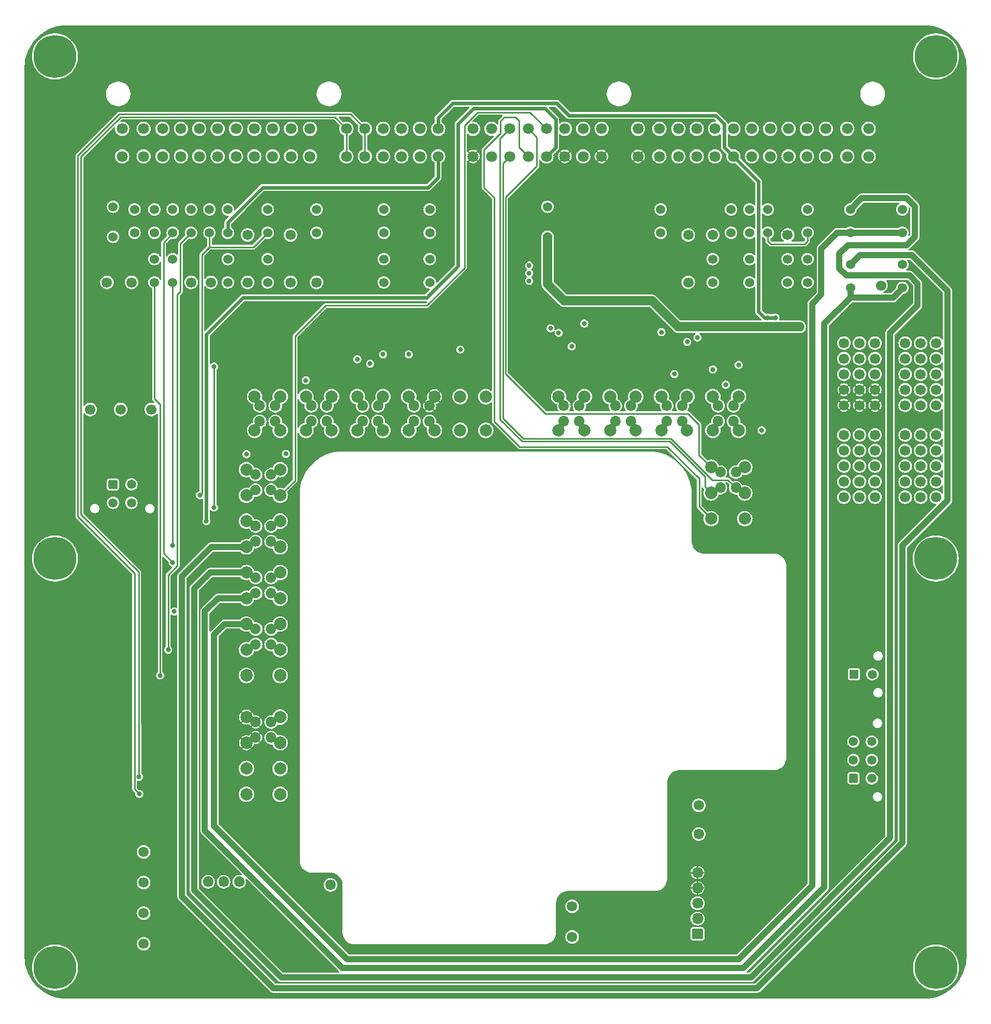
<source format=gbl>
G75*
G70*
%OFA0B0*%
%FSLAX25Y25*%
%IPPOS*%
%LPD*%
%AMOC8*
5,1,8,0,0,1.08239X$1,22.5*
%
%ADD10C,0.06000*%
%ADD11C,0.06693*%
%ADD12C,0.05906*%
%ADD13C,0.27559*%
%ADD14C,0.07087*%
%ADD15C,0.07874*%
%ADD16O,0.07283X0.06693*%
%ADD17C,0.03150*%
%ADD18C,0.02362*%
%ADD19C,0.00984*%
%ADD21C,0.03937*%
%ADD36O,0.06693X0.06693*%
X0000000Y0000000D02*
%LPD*%
G01*
D10*
X0119094Y0492500D03*
X0119094Y0507500D03*
X0095472Y0492500D03*
X0095472Y0507500D03*
D11*
X0187992Y0460630D03*
D10*
X0466535Y0492500D03*
X0466535Y0507500D03*
D11*
X0076772Y0074803D03*
X0427165Y0460630D03*
D10*
X0454724Y0492500D03*
X0454724Y0507500D03*
X0187992Y0492500D03*
X0187992Y0507500D03*
X0491142Y0460630D03*
X0491142Y0475630D03*
X0156496Y0460630D03*
X0156496Y0475630D03*
D11*
X0053150Y0460630D03*
D10*
X0531496Y0457067D03*
X0531496Y0472067D03*
D11*
X0551181Y0458661D03*
X0076772Y0035433D03*
D10*
X0083661Y0460630D03*
X0083661Y0475630D03*
X0130906Y0492500D03*
X0130906Y0507500D03*
D11*
X0120079Y0460630D03*
D10*
X0156496Y0492500D03*
X0156496Y0507500D03*
G36*
G01*
X0054134Y0328740D02*
X0054134Y0332677D01*
G75*
G02*
X0055118Y0333661I0000984J0000000D01*
G01*
X0059055Y0333661D01*
G75*
G02*
X0060039Y0332677I0000000J-000984D01*
G01*
X0060039Y0328740D01*
G75*
G02*
X0059055Y0327756I-000984J0000000D01*
G01*
X0055118Y0327756D01*
G75*
G02*
X0054134Y0328740I0000000J0000984D01*
G01*
G37*
D12*
X0068898Y0330709D03*
X0057087Y0318898D03*
X0068898Y0318898D03*
D10*
X0478346Y0492500D03*
X0478346Y0507500D03*
X0466535Y0460630D03*
X0466535Y0475630D03*
D11*
X0081693Y0378937D03*
X0171260Y0460630D03*
D10*
X0564961Y0457067D03*
X0564961Y0472067D03*
D11*
X0566772Y0381575D03*
X0566772Y0391575D03*
X0566772Y0401575D03*
X0566772Y0411575D03*
X0566772Y0421575D03*
X0576772Y0381575D03*
X0576772Y0391575D03*
X0576772Y0401575D03*
X0576772Y0411575D03*
X0576772Y0421575D03*
X0586772Y0381575D03*
X0586772Y0391575D03*
X0586772Y0401575D03*
X0586772Y0411575D03*
X0586772Y0421575D03*
D10*
X0442913Y0460630D03*
X0442913Y0475630D03*
G36*
G01*
X0535433Y0138780D02*
X0531496Y0138780D01*
G75*
G02*
X0530512Y0139764I0000000J0000984D01*
G01*
X0530512Y0143701D01*
G75*
G02*
X0531496Y0144685I0000984J0000000D01*
G01*
X0535433Y0144685D01*
G75*
G02*
X0536417Y0143701I0000000J-000984D01*
G01*
X0536417Y0139764D01*
G75*
G02*
X0535433Y0138780I-000984J0000000D01*
G01*
G37*
D12*
X0533465Y0153543D03*
X0533465Y0165354D03*
X0545276Y0141732D03*
X0545276Y0153543D03*
X0545276Y0165354D03*
D13*
X0586614Y0605906D03*
X0019685Y0283071D03*
D10*
X0107283Y0492500D03*
X0107283Y0507500D03*
X0503937Y0460630D03*
X0503937Y0475630D03*
X0083661Y0492500D03*
X0083661Y0507500D03*
X0231299Y0460630D03*
X0231299Y0475630D03*
D11*
X0068898Y0460630D03*
X0062008Y0378937D03*
D10*
X0057087Y0509272D03*
X0057087Y0489980D03*
D11*
X0427165Y0491142D03*
D10*
X0095472Y0460630D03*
X0095472Y0475630D03*
D11*
X0527402Y0381575D03*
X0527402Y0391575D03*
X0527402Y0401575D03*
X0527402Y0411575D03*
X0527402Y0421575D03*
X0537402Y0381575D03*
X0537402Y0391575D03*
X0537402Y0401575D03*
X0537402Y0411575D03*
X0537402Y0421575D03*
X0547402Y0381575D03*
X0547402Y0391575D03*
X0547402Y0401575D03*
X0547402Y0411575D03*
X0547402Y0421575D03*
D10*
X0231299Y0492500D03*
X0231299Y0507500D03*
D11*
X0527402Y0322520D03*
X0527402Y0332520D03*
X0527402Y0342520D03*
X0527402Y0352520D03*
X0527402Y0362520D03*
X0537402Y0322520D03*
X0537402Y0332520D03*
X0537402Y0342520D03*
X0537402Y0352520D03*
X0537402Y0362520D03*
X0547402Y0322520D03*
X0547402Y0332520D03*
X0547402Y0342520D03*
X0547402Y0352520D03*
X0547402Y0362520D03*
D14*
X0062957Y0541650D03*
X0076727Y0541650D03*
X0088937Y0541650D03*
X0100747Y0541650D03*
X0112557Y0541650D03*
X0124367Y0541650D03*
X0136177Y0541650D03*
X0147987Y0541650D03*
X0159797Y0541650D03*
X0171607Y0541650D03*
X0183817Y0541650D03*
X0062957Y0559370D03*
X0076727Y0559370D03*
X0088937Y0559370D03*
X0100747Y0559370D03*
X0112557Y0559370D03*
X0124367Y0559370D03*
X0136177Y0559370D03*
X0147987Y0559370D03*
X0159797Y0559370D03*
X0171607Y0559370D03*
X0183817Y0559370D03*
X0288744Y0541650D03*
X0300554Y0541650D03*
X0312364Y0541650D03*
X0324174Y0541650D03*
X0335994Y0541650D03*
X0347804Y0541650D03*
X0359614Y0541650D03*
X0371424Y0541650D03*
X0288744Y0559370D03*
X0300554Y0559370D03*
X0312364Y0559370D03*
X0324174Y0559370D03*
X0335994Y0559370D03*
X0347804Y0559370D03*
X0359614Y0559370D03*
X0371424Y0559370D03*
X0394834Y0541650D03*
X0408614Y0541650D03*
X0420834Y0541650D03*
X0432644Y0541650D03*
X0444454Y0541650D03*
X0456264Y0541650D03*
X0468074Y0541650D03*
X0479884Y0541650D03*
X0491694Y0541650D03*
X0503504Y0541650D03*
X0515714Y0541650D03*
X0529494Y0541650D03*
X0543274Y0541650D03*
X0394834Y0559370D03*
X0408614Y0559370D03*
X0420834Y0559370D03*
X0432644Y0559370D03*
X0444454Y0559370D03*
X0456264Y0559370D03*
X0468074Y0559370D03*
X0479884Y0559370D03*
X0491694Y0559370D03*
X0503504Y0559370D03*
X0515714Y0559370D03*
X0529494Y0559370D03*
X0543274Y0559370D03*
X0207248Y0541650D03*
X0219058Y0541650D03*
X0230868Y0541650D03*
X0242678Y0541650D03*
X0254498Y0541650D03*
X0266308Y0541650D03*
X0207248Y0559370D03*
X0219058Y0559370D03*
X0230868Y0559370D03*
X0242678Y0559370D03*
X0254498Y0559370D03*
X0266308Y0559370D03*
D13*
X0586420Y0283071D03*
X0586614Y0020079D03*
D11*
X0566772Y0322520D03*
X0566772Y0332520D03*
X0566772Y0342520D03*
X0566772Y0352520D03*
X0566772Y0362520D03*
X0576772Y0322520D03*
X0576772Y0332520D03*
X0576772Y0342520D03*
X0576772Y0352520D03*
X0576772Y0362520D03*
X0586772Y0322520D03*
X0586772Y0332520D03*
X0586772Y0342520D03*
X0586772Y0352520D03*
X0586772Y0362520D03*
X0442913Y0491142D03*
D10*
X0130906Y0460630D03*
X0130906Y0475630D03*
X0531496Y0492500D03*
X0531496Y0507500D03*
D15*
X0142914Y0131546D03*
X0142914Y0148081D03*
X0142914Y0164616D03*
D11*
X0148819Y0167963D03*
D15*
X0142914Y0181152D03*
D11*
X0148819Y0177963D03*
D15*
X0164567Y0131546D03*
X0164567Y0148081D03*
D11*
X0158819Y0167963D03*
D15*
X0164567Y0164616D03*
D11*
X0158819Y0177963D03*
D15*
X0164567Y0181152D03*
X0142914Y0207923D03*
X0142914Y0224459D03*
D11*
X0148819Y0227805D03*
D15*
X0142914Y0240994D03*
D11*
X0148819Y0237805D03*
D15*
X0142914Y0257530D03*
D11*
X0148819Y0260876D03*
D15*
X0142914Y0274065D03*
D11*
X0148819Y0270876D03*
D15*
X0142914Y0290601D03*
D11*
X0148819Y0293947D03*
D15*
X0142914Y0307136D03*
D11*
X0148819Y0303947D03*
D15*
X0142914Y0323672D03*
D11*
X0148819Y0327018D03*
D15*
X0142914Y0340207D03*
D11*
X0148819Y0337018D03*
D15*
X0164567Y0207923D03*
D11*
X0158819Y0227805D03*
D15*
X0164567Y0224459D03*
D11*
X0158819Y0237805D03*
D15*
X0164567Y0240994D03*
D11*
X0158819Y0260876D03*
D15*
X0164567Y0257530D03*
D11*
X0158819Y0270876D03*
D15*
X0164567Y0274065D03*
D11*
X0158819Y0293947D03*
D15*
X0164567Y0290601D03*
D11*
X0158819Y0303947D03*
D15*
X0164567Y0307136D03*
D11*
X0158819Y0327018D03*
D15*
X0164567Y0323672D03*
D11*
X0158819Y0337018D03*
D15*
X0164567Y0340207D03*
X0148130Y0387156D03*
D11*
X0151477Y0381250D03*
X0161477Y0381250D03*
D15*
X0164666Y0387156D03*
X0181201Y0387156D03*
D11*
X0184548Y0381250D03*
X0194548Y0381250D03*
D15*
X0197737Y0387156D03*
X0214272Y0387156D03*
D11*
X0217619Y0381250D03*
X0227619Y0381250D03*
D15*
X0230808Y0387156D03*
X0247343Y0387156D03*
D11*
X0250689Y0381250D03*
X0260689Y0381250D03*
D15*
X0263878Y0387156D03*
X0280414Y0387156D03*
X0296949Y0387156D03*
X0148130Y0365502D03*
D11*
X0151477Y0371250D03*
X0161477Y0371250D03*
D15*
X0164666Y0365502D03*
X0181201Y0365502D03*
D11*
X0184548Y0371250D03*
X0194548Y0371250D03*
D15*
X0197737Y0365502D03*
X0214272Y0365502D03*
D11*
X0217619Y0371250D03*
X0227619Y0371250D03*
D15*
X0230808Y0365502D03*
X0247343Y0365502D03*
D11*
X0250689Y0371250D03*
X0260689Y0371250D03*
D15*
X0263878Y0365502D03*
X0280414Y0365502D03*
X0296949Y0365502D03*
X0343800Y0387156D03*
D11*
X0347146Y0381250D03*
X0357146Y0381250D03*
D15*
X0360335Y0387156D03*
X0376871Y0387156D03*
D11*
X0380217Y0381250D03*
X0390217Y0381250D03*
D15*
X0393406Y0387156D03*
X0409941Y0387156D03*
D11*
X0413288Y0381250D03*
X0423288Y0381250D03*
D15*
X0426477Y0387156D03*
X0443012Y0387156D03*
D11*
X0446359Y0381250D03*
X0456359Y0381250D03*
D15*
X0459548Y0387156D03*
X0343800Y0365502D03*
D11*
X0347146Y0371250D03*
X0357146Y0371250D03*
D15*
X0360335Y0365502D03*
X0376871Y0365502D03*
D11*
X0380217Y0371250D03*
X0390217Y0371250D03*
D15*
X0393406Y0365502D03*
X0409941Y0365502D03*
D11*
X0413288Y0371250D03*
X0423288Y0371250D03*
D15*
X0426477Y0365502D03*
X0443012Y0365502D03*
D11*
X0446359Y0371250D03*
X0456359Y0371250D03*
D15*
X0459548Y0365502D03*
D11*
X0457835Y0338593D03*
D15*
X0463583Y0341782D03*
D11*
X0457835Y0328593D03*
D15*
X0463583Y0325246D03*
X0463583Y0308711D03*
X0441930Y0341782D03*
D11*
X0447835Y0338593D03*
D15*
X0441930Y0325246D03*
D11*
X0447835Y0328593D03*
D15*
X0441930Y0308711D03*
G36*
G01*
X0435827Y0038435D02*
X0430512Y0038435D01*
G75*
G02*
X0429528Y0039420I0000000J0000984D01*
G01*
X0429528Y0044144D01*
G75*
G02*
X0430512Y0045128I0000984J0000000D01*
G01*
X0435827Y0045128D01*
G75*
G02*
X0436812Y0044144I0000000J-000984D01*
G01*
X0436812Y0039420D01*
G75*
G02*
X0435827Y0038435I-000984J0000000D01*
G01*
G37*
D16*
X0433170Y0051624D03*
X0433170Y0061467D03*
X0433170Y0071309D03*
X0433170Y0081152D03*
D11*
X0352461Y0039813D03*
X0352461Y0059498D03*
X0433957Y0124459D03*
X0433957Y0105955D03*
X0128209Y0075246D03*
X0138209Y0075246D03*
X0118209Y0075246D03*
X0196949Y0073278D03*
X0143701Y0491142D03*
D10*
X0070866Y0492500D03*
X0070866Y0507500D03*
D11*
X0171260Y0491142D03*
D13*
X0019685Y0020079D03*
D11*
X0076772Y0055118D03*
G36*
G01*
X0535768Y0205709D02*
X0531831Y0205709D01*
G75*
G02*
X0530846Y0206693I0000000J0000984D01*
G01*
X0530846Y0210630D01*
G75*
G02*
X0531831Y0211614I0000984J0000000D01*
G01*
X0535768Y0211614D01*
G75*
G02*
X0536752Y0210630I0000000J-000984D01*
G01*
X0536752Y0206693D01*
G75*
G02*
X0535768Y0205709I-000984J0000000D01*
G01*
G37*
D12*
X0545610Y0208661D03*
D11*
X0076772Y0094488D03*
D10*
X0260827Y0460630D03*
X0260827Y0475630D03*
X0503937Y0492500D03*
X0503937Y0507500D03*
X0409449Y0492500D03*
X0409449Y0507500D03*
D11*
X0143701Y0460630D03*
X0491142Y0491142D03*
D10*
X0564961Y0492500D03*
X0564961Y0507500D03*
X0260827Y0492500D03*
X0260827Y0507500D03*
X0336614Y0509272D03*
X0336614Y0489980D03*
D11*
X0042323Y0378937D03*
X0107283Y0460630D03*
D13*
X0019685Y0605906D03*
D17*
X0499016Y0432087D03*
X0392717Y0448819D03*
X0388780Y0448819D03*
X0495079Y0432087D03*
X0443012Y0404628D03*
X0459646Y0407480D03*
X0324803Y0461614D03*
X0324803Y0466535D03*
X0324803Y0471457D03*
X0096457Y0249016D03*
X0202756Y0528543D03*
X0586614Y0248031D03*
X0087598Y0025591D03*
X0025591Y0491142D03*
X0202756Y0491142D03*
X0388780Y0528543D03*
X0474409Y0401575D03*
X0347441Y0497047D03*
X0465551Y0081693D03*
X0045276Y0564961D03*
X0060039Y0156496D03*
X0466535Y0052165D03*
X0062992Y0406496D03*
X0248031Y0476378D03*
X0274606Y0456693D03*
X0106299Y0441929D03*
X0043307Y0365157D03*
X0274606Y0514764D03*
X0392126Y0486220D03*
X0025591Y0514764D03*
X0274606Y0491142D03*
X0202756Y0441929D03*
X0043307Y0249016D03*
X0248031Y0435039D03*
X0060039Y0025591D03*
X0292323Y0435039D03*
X0087598Y0192913D03*
X0274606Y0528543D03*
X0087598Y0110236D03*
X0060039Y0224409D03*
X0292323Y0491142D03*
X0171260Y0441929D03*
X0060039Y0110236D03*
X0248031Y0456693D03*
X0545276Y0291339D03*
X0151575Y0050197D03*
X0292323Y0514764D03*
X0072835Y0365157D03*
X0274606Y0435039D03*
X0545276Y0248031D03*
X0586614Y0181102D03*
X0248031Y0514764D03*
X0581693Y0528543D03*
X0546260Y0104331D03*
X0546260Y0025591D03*
X0400394Y0480315D03*
X0072835Y0291339D03*
X0202756Y0514764D03*
X0062992Y0441929D03*
X0344094Y0442913D03*
X0143701Y0441929D03*
X0248031Y0491142D03*
X0321654Y0444488D03*
X0347638Y0460630D03*
X0581693Y0497047D03*
X0202756Y0476378D03*
X0045276Y0528543D03*
X0388780Y0497047D03*
X0581693Y0435039D03*
X0316929Y0497047D03*
X0586614Y0104331D03*
X0175197Y0025591D03*
X0087598Y0156496D03*
X0474409Y0291339D03*
X0362992Y0458661D03*
X0060039Y0192913D03*
X0418307Y0401675D03*
X0352211Y0419492D03*
X0112992Y0323819D03*
X0092520Y0224409D03*
X0095472Y0291339D03*
X0122047Y0406496D03*
X0122047Y0315945D03*
X0073948Y0131760D03*
X0073819Y0142717D03*
X0087341Y0207934D03*
X0117126Y0307087D03*
X0142914Y0350196D03*
X0095472Y0280512D03*
X0168307Y0350394D03*
X0478346Y0437992D03*
X0483268Y0437992D03*
X0181102Y0397638D03*
X0214272Y0411222D03*
X0230808Y0414370D03*
X0247350Y0414370D03*
X0280512Y0417423D03*
X0222441Y0408370D03*
X0343800Y0428150D03*
X0360281Y0434109D03*
X0409941Y0428642D03*
X0426522Y0422344D03*
X0338583Y0431102D03*
X0433071Y0425197D03*
X0451365Y0394785D03*
X0474409Y0365502D03*
D12*
X0403937Y0448819D02*
X0420570Y0432186D01*
X0420570Y0432186D02*
X0494980Y0432186D01*
X0392717Y0448819D02*
X0347441Y0448819D01*
X0336614Y0459646D02*
X0336614Y0489980D01*
X0495079Y0432087D02*
X0499016Y0432087D01*
X0347441Y0448819D02*
X0336614Y0459646D01*
X0495079Y0432087D02*
X0495178Y0432186D01*
X0392717Y0448819D02*
X0403937Y0448819D01*
X0494980Y0432186D02*
X0495079Y0432087D01*
D19*
X0156496Y0492500D02*
X0147264Y0483268D01*
X0119094Y0483268D02*
X0119094Y0492500D01*
X0147264Y0483268D02*
X0119094Y0483268D01*
X0114173Y0478346D02*
X0119094Y0483268D01*
X0114173Y0325000D02*
X0114173Y0478346D01*
X0112992Y0323819D02*
X0114173Y0325000D01*
X0100394Y0454724D02*
X0100394Y0485610D01*
X0098425Y0278543D02*
X0098425Y0452756D01*
X0092520Y0272638D02*
X0098425Y0278543D01*
X0092520Y0224409D02*
X0092520Y0272638D01*
X0098425Y0452756D02*
X0100394Y0454724D01*
X0100394Y0485610D02*
X0107283Y0492500D01*
X0095472Y0291339D02*
X0095472Y0460630D01*
X0478346Y0492500D02*
X0478346Y0487205D01*
X0480315Y0485236D02*
X0501968Y0485236D01*
X0122047Y0406496D02*
X0122047Y0315945D01*
X0501968Y0485236D02*
X0503937Y0487205D01*
X0503937Y0487205D02*
X0503937Y0492500D01*
X0478346Y0487205D02*
X0480315Y0485236D01*
D21*
X0207677Y0025591D02*
X0122047Y0111220D01*
X0122047Y0234252D02*
X0128790Y0240994D01*
X0122047Y0111220D02*
X0122047Y0234252D01*
X0512795Y0452756D02*
X0506890Y0446850D01*
X0564912Y0492549D02*
X0564961Y0492500D01*
X0531496Y0492500D02*
X0523012Y0492500D01*
X0531496Y0492500D02*
X0531545Y0492549D01*
X0506890Y0446850D02*
X0506890Y0072835D01*
X0531545Y0492549D02*
X0564912Y0492549D01*
X0523012Y0492500D02*
X0512795Y0482283D01*
X0506890Y0072835D02*
X0459646Y0025591D01*
X0128790Y0240994D02*
X0142914Y0240994D01*
X0512795Y0482283D02*
X0512795Y0452756D01*
X0459646Y0025591D02*
X0207677Y0025591D01*
X0531496Y0457067D02*
X0531496Y0450787D01*
X0204724Y0019685D02*
X0116142Y0108268D01*
X0124656Y0257530D02*
X0142914Y0257530D01*
X0564961Y0456693D02*
X0559055Y0450787D01*
X0116142Y0108268D02*
X0116142Y0249016D01*
X0514764Y0434055D02*
X0514764Y0071850D01*
X0559055Y0450787D02*
X0531496Y0450787D01*
X0514764Y0071850D02*
X0462598Y0019685D01*
X0116142Y0249016D02*
X0124656Y0257530D01*
X0564961Y0457067D02*
X0564961Y0456693D01*
X0531496Y0450787D02*
X0514764Y0434055D01*
X0462598Y0019685D02*
X0204724Y0019685D01*
X0569583Y0465125D02*
X0574803Y0459905D01*
X0557087Y0428150D02*
X0557087Y0103346D01*
X0574803Y0445866D02*
X0557087Y0428150D01*
X0572933Y0489913D02*
X0567599Y0484579D01*
X0467520Y0013780D02*
X0165354Y0013780D01*
X0572933Y0509586D02*
X0572933Y0489913D01*
X0528846Y0465125D02*
X0569583Y0465125D01*
X0119538Y0274065D02*
X0142914Y0274065D01*
X0109252Y0069882D02*
X0109252Y0263780D01*
X0567755Y0514764D02*
X0572933Y0509586D01*
X0567599Y0484579D02*
X0529953Y0484579D01*
X0531496Y0507500D02*
X0538760Y0514764D01*
X0529953Y0484579D02*
X0524464Y0479090D01*
X0524464Y0479090D02*
X0524464Y0469507D01*
X0109252Y0263780D02*
X0119538Y0274065D01*
X0165354Y0013780D02*
X0109252Y0069882D01*
X0538760Y0514764D02*
X0567755Y0514764D01*
X0574803Y0459905D02*
X0574803Y0445866D01*
X0524464Y0469507D02*
X0528846Y0465125D01*
X0557087Y0103346D02*
X0467520Y0013780D01*
X0537668Y0478239D02*
X0531496Y0472067D01*
X0471457Y0006890D02*
X0564961Y0100394D01*
X0101378Y0065945D02*
X0160433Y0006890D01*
X0120325Y0290601D02*
X0101378Y0271654D01*
X0564961Y0291339D02*
X0594101Y0320479D01*
X0142914Y0290601D02*
X0120325Y0290601D01*
X0160433Y0006890D02*
X0471457Y0006890D01*
X0564961Y0100394D02*
X0564961Y0291339D01*
X0594101Y0320479D02*
X0594101Y0455112D01*
X0101378Y0271654D02*
X0101378Y0065945D01*
X0570973Y0478239D02*
X0537668Y0478239D01*
X0594101Y0455112D02*
X0570973Y0478239D01*
D19*
X0073948Y0131760D02*
X0070965Y0134744D01*
X0034449Y0310039D02*
X0034449Y0542323D01*
X0219058Y0559485D02*
X0219058Y0541650D01*
X0209843Y0568701D02*
X0219058Y0559485D01*
X0060827Y0568701D02*
X0209843Y0568701D01*
X0070965Y0134744D02*
X0070965Y0273524D01*
X0070965Y0273524D02*
X0034449Y0310039D01*
X0034449Y0542323D02*
X0060827Y0568701D01*
X0073622Y0274356D02*
X0073622Y0209646D01*
X0199803Y0566929D02*
X0062008Y0566929D01*
X0207248Y0559484D02*
X0199803Y0566929D01*
X0062008Y0566929D02*
X0036417Y0541339D01*
X0036417Y0541339D02*
X0036417Y0311561D01*
X0073622Y0209646D02*
X0073819Y0142717D01*
X0073819Y0142717D02*
X0073622Y0142913D01*
X0207248Y0541650D02*
X0207248Y0559484D01*
X0036417Y0311561D02*
X0073622Y0274356D01*
X0087342Y0214823D02*
X0087342Y0382146D01*
X0083661Y0385827D02*
X0083661Y0460630D01*
X0087342Y0382146D02*
X0083661Y0385827D01*
X0087341Y0214823D02*
X0087342Y0214823D01*
X0087341Y0207934D02*
X0087341Y0214823D01*
D18*
X0341838Y0547494D02*
X0341838Y0565642D01*
X0117126Y0427165D02*
X0117126Y0307087D01*
X0289062Y0572527D02*
X0279134Y0562598D01*
X0341838Y0565642D02*
X0334953Y0572527D01*
X0334953Y0572527D02*
X0289062Y0572527D01*
X0279134Y0562598D02*
X0279134Y0471063D01*
X0117126Y0307087D02*
X0117028Y0307185D01*
X0335994Y0541650D02*
X0341838Y0547494D01*
X0258858Y0450787D02*
X0140748Y0450787D01*
X0140748Y0450787D02*
X0117126Y0427165D01*
X0279134Y0471063D02*
X0258858Y0450787D01*
D19*
X0095472Y0280512D02*
X0089567Y0286417D01*
X0089567Y0286417D02*
X0089567Y0486220D01*
X0089567Y0486220D02*
X0095472Y0492126D01*
X0095472Y0492126D02*
X0095472Y0492500D01*
X0174213Y0333317D02*
X0164567Y0323672D01*
X0174213Y0426181D02*
X0174213Y0333317D01*
X0291535Y0569882D02*
X0283191Y0561537D01*
X0335994Y0559370D02*
X0325482Y0569882D01*
X0283191Y0561537D02*
X0283191Y0469939D01*
X0193832Y0445801D02*
X0174213Y0426181D01*
X0283191Y0469939D02*
X0259053Y0445801D01*
X0325482Y0569882D02*
X0291535Y0569882D01*
X0259053Y0445801D02*
X0193832Y0445801D01*
D18*
X0476378Y0437992D02*
X0478346Y0437992D01*
X0478346Y0437992D02*
X0483268Y0437992D01*
X0130906Y0499159D02*
X0153400Y0521654D01*
X0266308Y0566505D02*
X0275591Y0575787D01*
X0342520Y0575787D02*
X0350394Y0567913D01*
X0472441Y0441929D02*
X0476378Y0437992D01*
X0259843Y0521654D02*
X0266308Y0528119D01*
X0472441Y0525473D02*
X0472441Y0441929D01*
X0153400Y0521654D02*
X0259843Y0521654D01*
X0456264Y0541650D02*
X0472441Y0525473D01*
X0350394Y0567913D02*
X0444882Y0567913D01*
X0266308Y0559370D02*
X0266308Y0566505D01*
X0275591Y0575787D02*
X0342520Y0575787D01*
X0130906Y0492500D02*
X0130906Y0499159D01*
X0450335Y0562460D02*
X0450335Y0547579D01*
X0266308Y0528119D02*
X0266308Y0541650D01*
X0444882Y0567913D02*
X0450335Y0562460D01*
X0450335Y0547579D02*
X0456264Y0541650D01*
D19*
X0320935Y0360257D02*
X0307874Y0373318D01*
X0442556Y0333661D02*
X0415961Y0360257D01*
X0415961Y0360257D02*
X0320935Y0360257D01*
X0307874Y0373318D02*
X0307874Y0537160D01*
X0457835Y0328593D02*
X0452766Y0333661D01*
X0452766Y0333661D02*
X0442556Y0333661D01*
X0307874Y0537160D02*
X0312364Y0541650D01*
X0309646Y0401968D02*
X0309646Y0515354D01*
X0441930Y0341782D02*
X0434055Y0349656D01*
X0329724Y0535433D02*
X0329724Y0553820D01*
X0335384Y0376230D02*
X0309646Y0401968D01*
X0434055Y0369094D02*
X0426919Y0376230D01*
X0329724Y0553820D02*
X0324174Y0559370D01*
X0309646Y0515354D02*
X0329724Y0535433D01*
X0434055Y0349656D02*
X0434055Y0369094D01*
X0426919Y0376230D02*
X0335384Y0376230D01*
X0306102Y0553108D02*
X0306102Y0372584D01*
X0437992Y0335720D02*
X0437992Y0329184D01*
X0320202Y0358485D02*
X0415227Y0358485D01*
X0415227Y0358485D02*
X0437992Y0335720D01*
X0312364Y0559370D02*
X0306102Y0553108D01*
X0437992Y0329184D02*
X0441930Y0325246D01*
X0306102Y0372584D02*
X0320202Y0358485D01*
X0318326Y0547498D02*
X0324174Y0541650D01*
X0302362Y0371313D02*
X0302362Y0515014D01*
X0434252Y0334449D02*
X0413759Y0354942D01*
X0318734Y0354942D02*
X0302362Y0371313D01*
X0441930Y0308711D02*
X0434252Y0316389D01*
X0315896Y0566929D02*
X0318326Y0564499D01*
X0434252Y0316389D02*
X0434252Y0334449D01*
X0309055Y0566929D02*
X0315896Y0566929D01*
X0295731Y0545731D02*
X0306481Y0556481D01*
X0306481Y0556481D02*
X0306481Y0564355D01*
X0302362Y0515014D02*
X0295731Y0521645D01*
X0413759Y0354942D02*
X0318734Y0354942D01*
X0306481Y0564355D02*
X0309055Y0566929D01*
X0295731Y0521645D02*
X0295731Y0545731D01*
X0318326Y0564499D02*
X0318326Y0547498D01*
G36*
X0568421Y0462093D02*
G01*
X0568502Y0462028D01*
X0571705Y0458824D01*
X0571837Y0458583D01*
X0571848Y0458479D01*
X0571848Y0447292D01*
X0571771Y0447028D01*
X0571705Y0446947D01*
X0554792Y0430033D01*
X0554792Y0430033D01*
X0554676Y0429860D01*
X0554676Y0429860D01*
X0554468Y0429549D01*
X0554245Y0429011D01*
X0554245Y0429011D01*
X0554132Y0428441D01*
X0554132Y0104773D01*
X0554054Y0104509D01*
X0553989Y0104427D01*
X0466439Y0016877D01*
X0466197Y0016745D01*
X0466094Y0016734D01*
X0465005Y0016734D01*
X0464741Y0016812D01*
X0464561Y0017020D01*
X0464522Y0017292D01*
X0464636Y0017542D01*
X0464660Y0017568D01*
X0517059Y0069967D01*
X0517059Y0069967D01*
X0517312Y0070346D01*
X0517382Y0070451D01*
X0517572Y0070908D01*
X0517589Y0070951D01*
X0517594Y0070963D01*
X0517605Y0070989D01*
X0517619Y0071061D01*
X0517694Y0071435D01*
X0517718Y0071559D01*
X0517718Y0072141D01*
X0517718Y0129630D01*
X0546022Y0129630D01*
X0546135Y0129059D01*
X0546135Y0129059D01*
X0546358Y0128522D01*
X0546358Y0128522D01*
X0546681Y0128038D01*
X0546681Y0128038D01*
X0547093Y0127626D01*
X0547093Y0127626D01*
X0547577Y0127303D01*
X0547577Y0127303D01*
X0548114Y0127080D01*
X0548115Y0127080D01*
X0548115Y0127080D01*
X0548115Y0127080D01*
X0548685Y0126967D01*
X0548685Y0126967D01*
X0549267Y0126967D01*
X0549651Y0127043D01*
X0549838Y0127080D01*
X0550376Y0127303D01*
X0550860Y0127626D01*
X0551271Y0128038D01*
X0551595Y0128522D01*
X0551818Y0129059D01*
X0551931Y0129630D01*
X0551931Y0130212D01*
X0551931Y0130212D01*
X0551818Y0130783D01*
X0551818Y0130783D01*
X0551818Y0130783D01*
X0551668Y0131143D01*
X0551595Y0131321D01*
X0551595Y0131321D01*
X0551271Y0131805D01*
X0551271Y0131805D01*
X0550860Y0132216D01*
X0550860Y0132216D01*
X0550376Y0132540D01*
X0550376Y0132540D01*
X0549838Y0132762D01*
X0549838Y0132762D01*
X0549267Y0132876D01*
X0549267Y0132876D01*
X0548685Y0132876D01*
X0548685Y0132876D01*
X0548115Y0132762D01*
X0548114Y0132762D01*
X0547577Y0132540D01*
X0547577Y0132540D01*
X0547093Y0132216D01*
X0547093Y0132216D01*
X0546681Y0131805D01*
X0546681Y0131805D01*
X0546358Y0131321D01*
X0546358Y0131321D01*
X0546135Y0130783D01*
X0546135Y0130783D01*
X0546022Y0130212D01*
X0546022Y0130212D01*
X0546022Y0129630D01*
X0546022Y0129630D01*
X0546022Y0129630D01*
X0517718Y0129630D01*
X0517718Y0143889D01*
X0529526Y0143889D01*
X0529526Y0139575D01*
X0529526Y0139575D01*
X0529551Y0139341D01*
X0529749Y0138810D01*
X0529749Y0138810D01*
X0529749Y0138810D01*
X0530088Y0138356D01*
X0530542Y0138017D01*
X0530542Y0138017D01*
X0530542Y0138017D01*
X0531073Y0137819D01*
X0531073Y0137819D01*
X0531100Y0137816D01*
X0531308Y0137793D01*
X0531308Y0137793D01*
X0535622Y0137793D01*
X0535622Y0137793D01*
X0535856Y0137819D01*
X0536387Y0138017D01*
X0536841Y0138356D01*
X0537180Y0138810D01*
X0537378Y0139341D01*
X0537404Y0139575D01*
X0537404Y0141732D01*
X0541318Y0141732D01*
X0541394Y0140960D01*
X0541619Y0140218D01*
X0541985Y0139533D01*
X0541985Y0139533D01*
X0542477Y0138934D01*
X0543077Y0138441D01*
X0543077Y0138441D01*
X0543761Y0138076D01*
X0543761Y0138076D01*
X0543761Y0138076D01*
X0544503Y0137850D01*
X0545276Y0137774D01*
X0546048Y0137850D01*
X0546790Y0138076D01*
X0547475Y0138441D01*
X0548074Y0138934D01*
X0548567Y0139533D01*
X0548932Y0140218D01*
X0549158Y0140960D01*
X0549234Y0141732D01*
X0549158Y0142504D01*
X0548932Y0143247D01*
X0548932Y0143247D01*
X0548932Y0143247D01*
X0548567Y0143931D01*
X0548567Y0143931D01*
X0548074Y0144531D01*
X0547475Y0145023D01*
X0547475Y0145023D01*
X0546790Y0145389D01*
X0546790Y0145389D01*
X0546048Y0145614D01*
X0546048Y0145614D01*
X0545276Y0145690D01*
X0544503Y0145614D01*
X0543761Y0145389D01*
X0543077Y0145023D01*
X0543077Y0145023D01*
X0542477Y0144531D01*
X0541985Y0143931D01*
X0541985Y0143931D01*
X0541619Y0143247D01*
X0541394Y0142504D01*
X0541318Y0141732D01*
X0537404Y0141732D01*
X0537404Y0143889D01*
X0537378Y0144124D01*
X0537180Y0144655D01*
X0536841Y0145108D01*
X0536387Y0145448D01*
X0536387Y0145448D01*
X0536387Y0145448D01*
X0535856Y0145646D01*
X0535856Y0145646D01*
X0535622Y0145671D01*
X0535622Y0145671D01*
X0535622Y0145671D01*
X0531308Y0145671D01*
X0531308Y0145671D01*
X0531308Y0145671D01*
X0531073Y0145646D01*
X0530542Y0145448D01*
X0530542Y0145448D01*
X0530088Y0145108D01*
X0529749Y0144655D01*
X0529749Y0144655D01*
X0529551Y0144124D01*
X0529526Y0143889D01*
X0529526Y0143889D01*
X0517718Y0143889D01*
X0517718Y0153543D01*
X0529507Y0153543D01*
X0529583Y0152771D01*
X0529808Y0152029D01*
X0530174Y0151344D01*
X0530174Y0151344D01*
X0530666Y0150745D01*
X0531266Y0150252D01*
X0531266Y0150252D01*
X0531950Y0149887D01*
X0531950Y0149887D01*
X0531950Y0149887D01*
X0532692Y0149661D01*
X0533465Y0149585D01*
X0534237Y0149661D01*
X0534979Y0149887D01*
X0535664Y0150252D01*
X0536263Y0150745D01*
X0536756Y0151344D01*
X0537121Y0152029D01*
X0537347Y0152771D01*
X0537423Y0153543D01*
X0541318Y0153543D01*
X0541394Y0152771D01*
X0541619Y0152029D01*
X0541985Y0151344D01*
X0541985Y0151344D01*
X0542477Y0150745D01*
X0543077Y0150252D01*
X0543077Y0150252D01*
X0543761Y0149887D01*
X0543761Y0149887D01*
X0543761Y0149887D01*
X0544503Y0149661D01*
X0545276Y0149585D01*
X0546048Y0149661D01*
X0546790Y0149887D01*
X0547475Y0150252D01*
X0548074Y0150745D01*
X0548567Y0151344D01*
X0548932Y0152029D01*
X0549158Y0152771D01*
X0549234Y0153543D01*
X0549158Y0154315D01*
X0548932Y0155058D01*
X0548932Y0155058D01*
X0548932Y0155058D01*
X0548567Y0155742D01*
X0548567Y0155742D01*
X0548074Y0156342D01*
X0547475Y0156834D01*
X0547475Y0156834D01*
X0546790Y0157200D01*
X0546790Y0157200D01*
X0546048Y0157425D01*
X0546048Y0157425D01*
X0545276Y0157501D01*
X0544503Y0157425D01*
X0543761Y0157200D01*
X0543077Y0156834D01*
X0543077Y0156834D01*
X0542477Y0156342D01*
X0541985Y0155742D01*
X0541985Y0155742D01*
X0541619Y0155058D01*
X0541394Y0154315D01*
X0541318Y0153543D01*
X0537423Y0153543D01*
X0537347Y0154315D01*
X0537121Y0155058D01*
X0537121Y0155058D01*
X0537121Y0155058D01*
X0536756Y0155742D01*
X0536756Y0155742D01*
X0536263Y0156342D01*
X0535664Y0156834D01*
X0535664Y0156834D01*
X0534979Y0157200D01*
X0534979Y0157200D01*
X0534237Y0157425D01*
X0534237Y0157425D01*
X0533465Y0157501D01*
X0532692Y0157425D01*
X0531950Y0157200D01*
X0531266Y0156834D01*
X0531266Y0156834D01*
X0530666Y0156342D01*
X0530174Y0155742D01*
X0530174Y0155742D01*
X0529808Y0155058D01*
X0529583Y0154315D01*
X0529507Y0153543D01*
X0517718Y0153543D01*
X0517718Y0165354D01*
X0529507Y0165354D01*
X0529583Y0164582D01*
X0529583Y0164582D01*
X0529795Y0163883D01*
X0529808Y0163840D01*
X0530174Y0163155D01*
X0530174Y0163155D01*
X0530666Y0162556D01*
X0531266Y0162063D01*
X0531266Y0162063D01*
X0531950Y0161698D01*
X0531950Y0161698D01*
X0531950Y0161698D01*
X0532692Y0161472D01*
X0533465Y0161396D01*
X0534237Y0161472D01*
X0534979Y0161698D01*
X0535664Y0162063D01*
X0536263Y0162556D01*
X0536756Y0163155D01*
X0537070Y0163745D01*
X0537121Y0163840D01*
X0537121Y0163840D01*
X0537121Y0163840D01*
X0537347Y0164582D01*
X0537423Y0165354D01*
X0541318Y0165354D01*
X0541394Y0164582D01*
X0541394Y0164582D01*
X0541606Y0163883D01*
X0541619Y0163840D01*
X0541985Y0163155D01*
X0541985Y0163155D01*
X0542477Y0162556D01*
X0543077Y0162063D01*
X0543077Y0162063D01*
X0543761Y0161698D01*
X0543761Y0161698D01*
X0543761Y0161698D01*
X0544503Y0161472D01*
X0545276Y0161396D01*
X0546048Y0161472D01*
X0546790Y0161698D01*
X0547475Y0162063D01*
X0548074Y0162556D01*
X0548567Y0163155D01*
X0548882Y0163745D01*
X0548932Y0163840D01*
X0548932Y0163840D01*
X0548932Y0163840D01*
X0549158Y0164582D01*
X0549234Y0165354D01*
X0549158Y0166127D01*
X0548932Y0166869D01*
X0548932Y0166869D01*
X0548932Y0166869D01*
X0548567Y0167553D01*
X0548567Y0167553D01*
X0548074Y0168153D01*
X0547475Y0168645D01*
X0547475Y0168645D01*
X0546790Y0169011D01*
X0546790Y0169011D01*
X0546234Y0169180D01*
X0546048Y0169236D01*
X0545276Y0169312D01*
X0544503Y0169236D01*
X0543761Y0169011D01*
X0543077Y0168645D01*
X0543077Y0168645D01*
X0542477Y0168153D01*
X0541985Y0167553D01*
X0541985Y0167553D01*
X0541619Y0166869D01*
X0541394Y0166126D01*
X0541318Y0165354D01*
X0537423Y0165354D01*
X0537347Y0166127D01*
X0537121Y0166869D01*
X0537121Y0166869D01*
X0537121Y0166869D01*
X0536756Y0167553D01*
X0536756Y0167553D01*
X0536263Y0168153D01*
X0535664Y0168645D01*
X0535664Y0168645D01*
X0534979Y0169011D01*
X0534979Y0169011D01*
X0534423Y0169180D01*
X0534237Y0169236D01*
X0533465Y0169312D01*
X0532692Y0169236D01*
X0531950Y0169011D01*
X0531266Y0168645D01*
X0531266Y0168645D01*
X0530666Y0168153D01*
X0530174Y0167553D01*
X0530174Y0167553D01*
X0529808Y0166869D01*
X0529583Y0166126D01*
X0529507Y0165354D01*
X0517718Y0165354D01*
X0517718Y0176874D01*
X0546022Y0176874D01*
X0546135Y0176304D01*
X0546135Y0176303D01*
X0546358Y0175766D01*
X0546358Y0175766D01*
X0546681Y0175282D01*
X0546681Y0175282D01*
X0547093Y0174870D01*
X0547093Y0174870D01*
X0547577Y0174547D01*
X0547577Y0174547D01*
X0548114Y0174324D01*
X0548115Y0174324D01*
X0548115Y0174324D01*
X0548115Y0174324D01*
X0548685Y0174211D01*
X0548685Y0174211D01*
X0549267Y0174211D01*
X0549651Y0174287D01*
X0549838Y0174324D01*
X0550376Y0174547D01*
X0550860Y0174870D01*
X0551271Y0175282D01*
X0551595Y0175766D01*
X0551818Y0176303D01*
X0551907Y0176754D01*
X0551931Y0176874D01*
X0551931Y0177456D01*
X0551818Y0178027D01*
X0551818Y0178027D01*
X0551818Y0178027D01*
X0551756Y0178175D01*
X0551595Y0178565D01*
X0551595Y0178565D01*
X0551271Y0179049D01*
X0551271Y0179049D01*
X0550860Y0179460D01*
X0550860Y0179460D01*
X0550376Y0179784D01*
X0550376Y0179784D01*
X0549838Y0180007D01*
X0549838Y0180007D01*
X0549267Y0180120D01*
X0549267Y0180120D01*
X0548685Y0180120D01*
X0548685Y0180120D01*
X0548115Y0180007D01*
X0548114Y0180007D01*
X0547577Y0179784D01*
X0547577Y0179784D01*
X0547093Y0179460D01*
X0547093Y0179460D01*
X0546681Y0179049D01*
X0546681Y0179049D01*
X0546358Y0178565D01*
X0546358Y0178565D01*
X0546135Y0178027D01*
X0546135Y0178027D01*
X0546022Y0177456D01*
X0546022Y0177456D01*
X0546022Y0176874D01*
X0546022Y0176874D01*
X0546022Y0176874D01*
X0517718Y0176874D01*
X0517718Y0196559D01*
X0546356Y0196559D01*
X0546470Y0195989D01*
X0546470Y0195989D01*
X0546693Y0195451D01*
X0546693Y0195451D01*
X0547016Y0194967D01*
X0547016Y0194967D01*
X0547427Y0194555D01*
X0547427Y0194555D01*
X0547911Y0194232D01*
X0547911Y0194232D01*
X0548449Y0194009D01*
X0548449Y0194009D01*
X0548449Y0194009D01*
X0548449Y0194009D01*
X0549020Y0193896D01*
X0549020Y0193896D01*
X0549602Y0193896D01*
X0549986Y0193972D01*
X0550173Y0194009D01*
X0550711Y0194232D01*
X0551195Y0194555D01*
X0551606Y0194967D01*
X0551929Y0195451D01*
X0552152Y0195989D01*
X0552266Y0196559D01*
X0552266Y0197141D01*
X0552266Y0197141D01*
X0552152Y0197712D01*
X0552152Y0197712D01*
X0552152Y0197712D01*
X0552152Y0197712D01*
X0551929Y0198250D01*
X0551929Y0198250D01*
X0551606Y0198734D01*
X0551606Y0198734D01*
X0551195Y0199145D01*
X0551195Y0199145D01*
X0550711Y0199469D01*
X0550711Y0199469D01*
X0550173Y0199692D01*
X0550173Y0199692D01*
X0549602Y0199805D01*
X0549602Y0199805D01*
X0549020Y0199805D01*
X0549020Y0199805D01*
X0548449Y0199692D01*
X0548449Y0199692D01*
X0547911Y0199469D01*
X0547911Y0199469D01*
X0547427Y0199145D01*
X0547427Y0199145D01*
X0547016Y0198734D01*
X0547016Y0198734D01*
X0546693Y0198250D01*
X0546693Y0198250D01*
X0546470Y0197712D01*
X0546470Y0197712D01*
X0546356Y0197141D01*
X0546356Y0197141D01*
X0546356Y0196559D01*
X0546356Y0196559D01*
X0546356Y0196559D01*
X0517718Y0196559D01*
X0517718Y0210818D01*
X0529860Y0210818D01*
X0529860Y0206504D01*
X0529860Y0206504D01*
X0529885Y0206270D01*
X0530083Y0205739D01*
X0530083Y0205739D01*
X0530083Y0205739D01*
X0530423Y0205285D01*
X0530877Y0204946D01*
X0530877Y0204946D01*
X0530877Y0204946D01*
X0531408Y0204748D01*
X0531408Y0204748D01*
X0531416Y0204747D01*
X0531642Y0204722D01*
X0531642Y0204722D01*
X0535956Y0204722D01*
X0535956Y0204722D01*
X0536191Y0204748D01*
X0536722Y0204946D01*
X0537175Y0205285D01*
X0537515Y0205739D01*
X0537713Y0206270D01*
X0537738Y0206504D01*
X0537738Y0208661D01*
X0541652Y0208661D01*
X0541728Y0207889D01*
X0541953Y0207147D01*
X0542319Y0206462D01*
X0542319Y0206462D01*
X0542811Y0205863D01*
X0543411Y0205370D01*
X0543411Y0205370D01*
X0544096Y0205005D01*
X0544096Y0205005D01*
X0544096Y0205005D01*
X0544838Y0204779D01*
X0545610Y0204703D01*
X0546382Y0204779D01*
X0547125Y0205005D01*
X0547809Y0205370D01*
X0548409Y0205863D01*
X0548901Y0206462D01*
X0549084Y0206805D01*
X0549267Y0207147D01*
X0549267Y0207147D01*
X0549267Y0207147D01*
X0549492Y0207889D01*
X0549568Y0208661D01*
X0549492Y0209434D01*
X0549267Y0210176D01*
X0549267Y0210176D01*
X0549267Y0210176D01*
X0548901Y0210860D01*
X0548901Y0210860D01*
X0548409Y0211460D01*
X0547809Y0211952D01*
X0547809Y0211952D01*
X0547125Y0212318D01*
X0547125Y0212318D01*
X0546382Y0212543D01*
X0546382Y0212543D01*
X0545610Y0212619D01*
X0544838Y0212543D01*
X0544096Y0212318D01*
X0543411Y0211952D01*
X0543411Y0211952D01*
X0542811Y0211460D01*
X0542319Y0210860D01*
X0542319Y0210860D01*
X0541953Y0210176D01*
X0541728Y0209434D01*
X0541652Y0208661D01*
X0537738Y0208661D01*
X0537738Y0210818D01*
X0537713Y0211053D01*
X0537515Y0211584D01*
X0537175Y0212038D01*
X0536722Y0212377D01*
X0536722Y0212377D01*
X0536722Y0212377D01*
X0536191Y0212575D01*
X0536191Y0212575D01*
X0535956Y0212600D01*
X0535956Y0212600D01*
X0535956Y0212600D01*
X0531642Y0212600D01*
X0531642Y0212600D01*
X0531642Y0212600D01*
X0531408Y0212575D01*
X0530877Y0212377D01*
X0530877Y0212377D01*
X0530423Y0212038D01*
X0530083Y0211584D01*
X0530083Y0211584D01*
X0529885Y0211053D01*
X0529860Y0210818D01*
X0529860Y0210818D01*
X0517718Y0210818D01*
X0517718Y0220181D01*
X0546356Y0220181D01*
X0546470Y0219611D01*
X0546470Y0219611D01*
X0546693Y0219073D01*
X0546693Y0219073D01*
X0547016Y0218589D01*
X0547016Y0218589D01*
X0547427Y0218177D01*
X0547427Y0218177D01*
X0547911Y0217854D01*
X0547911Y0217854D01*
X0548449Y0217631D01*
X0548449Y0217631D01*
X0548449Y0217631D01*
X0548449Y0217631D01*
X0549020Y0217518D01*
X0549020Y0217518D01*
X0549602Y0217518D01*
X0549986Y0217594D01*
X0550173Y0217631D01*
X0550711Y0217854D01*
X0551195Y0218177D01*
X0551606Y0218589D01*
X0551929Y0219073D01*
X0552152Y0219611D01*
X0552193Y0219815D01*
X0552266Y0220181D01*
X0552266Y0220763D01*
X0552152Y0221334D01*
X0552152Y0221334D01*
X0552152Y0221334D01*
X0552152Y0221334D01*
X0551929Y0221872D01*
X0551929Y0221872D01*
X0551606Y0222356D01*
X0551606Y0222356D01*
X0551195Y0222768D01*
X0551195Y0222768D01*
X0550711Y0223091D01*
X0550711Y0223091D01*
X0550173Y0223314D01*
X0550173Y0223314D01*
X0549602Y0223427D01*
X0549602Y0223427D01*
X0549020Y0223427D01*
X0549020Y0223427D01*
X0548449Y0223314D01*
X0548449Y0223314D01*
X0547911Y0223091D01*
X0547911Y0223091D01*
X0547427Y0222768D01*
X0547427Y0222768D01*
X0547016Y0222356D01*
X0547016Y0222356D01*
X0546693Y0221872D01*
X0546693Y0221872D01*
X0546470Y0221334D01*
X0546470Y0221334D01*
X0546356Y0220763D01*
X0546356Y0220763D01*
X0546356Y0220181D01*
X0546356Y0220181D01*
X0546356Y0220181D01*
X0517718Y0220181D01*
X0517718Y0322520D01*
X0523050Y0322520D01*
X0523050Y0322520D01*
X0523124Y0321720D01*
X0523344Y0320948D01*
X0523344Y0320948D01*
X0523702Y0320229D01*
X0524186Y0319588D01*
X0524779Y0319047D01*
X0524779Y0319047D01*
X0525021Y0318898D01*
X0525462Y0318625D01*
X0526211Y0318335D01*
X0527000Y0318187D01*
X0527000Y0318187D01*
X0527803Y0318187D01*
X0527803Y0318187D01*
X0528592Y0318335D01*
X0529341Y0318625D01*
X0530024Y0319047D01*
X0530617Y0319588D01*
X0531101Y0320229D01*
X0531459Y0320948D01*
X0531679Y0321720D01*
X0531753Y0322520D01*
X0531753Y0322520D01*
X0533050Y0322520D01*
X0533050Y0322520D01*
X0533124Y0321720D01*
X0533344Y0320948D01*
X0533344Y0320948D01*
X0533702Y0320229D01*
X0534186Y0319588D01*
X0534779Y0319047D01*
X0534779Y0319047D01*
X0535021Y0318898D01*
X0535462Y0318625D01*
X0536211Y0318335D01*
X0537000Y0318187D01*
X0537000Y0318187D01*
X0537803Y0318187D01*
X0537803Y0318187D01*
X0538592Y0318335D01*
X0539341Y0318625D01*
X0540024Y0319047D01*
X0540617Y0319588D01*
X0541101Y0320229D01*
X0541459Y0320948D01*
X0541679Y0321720D01*
X0541753Y0322520D01*
X0541753Y0322520D01*
X0543050Y0322520D01*
X0543050Y0322520D01*
X0543124Y0321720D01*
X0543344Y0320948D01*
X0543344Y0320948D01*
X0543702Y0320229D01*
X0544186Y0319588D01*
X0544779Y0319047D01*
X0544779Y0319047D01*
X0545021Y0318898D01*
X0545462Y0318625D01*
X0546211Y0318335D01*
X0547000Y0318187D01*
X0547000Y0318187D01*
X0547803Y0318187D01*
X0547803Y0318187D01*
X0548592Y0318335D01*
X0549341Y0318625D01*
X0550024Y0319047D01*
X0550617Y0319588D01*
X0551101Y0320229D01*
X0551459Y0320948D01*
X0551679Y0321720D01*
X0551753Y0322520D01*
X0551750Y0322554D01*
X0551679Y0323319D01*
X0551614Y0323546D01*
X0551459Y0324092D01*
X0551375Y0324260D01*
X0551241Y0324530D01*
X0551101Y0324810D01*
X0550676Y0325373D01*
X0550617Y0325451D01*
X0550024Y0325992D01*
X0550024Y0325992D01*
X0549341Y0326415D01*
X0549341Y0326415D01*
X0548967Y0326560D01*
X0548592Y0326705D01*
X0547803Y0326852D01*
X0547000Y0326852D01*
X0546211Y0326705D01*
X0546211Y0326705D01*
X0546211Y0326705D01*
X0545462Y0326415D01*
X0545462Y0326415D01*
X0544779Y0325992D01*
X0544779Y0325992D01*
X0544186Y0325451D01*
X0543702Y0324810D01*
X0543344Y0324092D01*
X0543344Y0324092D01*
X0543124Y0323319D01*
X0543050Y0322520D01*
X0541753Y0322520D01*
X0541750Y0322554D01*
X0541679Y0323319D01*
X0541614Y0323546D01*
X0541459Y0324092D01*
X0541375Y0324260D01*
X0541241Y0324530D01*
X0541101Y0324810D01*
X0540676Y0325373D01*
X0540617Y0325451D01*
X0540024Y0325992D01*
X0540024Y0325992D01*
X0539341Y0326415D01*
X0539341Y0326415D01*
X0538967Y0326560D01*
X0538592Y0326705D01*
X0537803Y0326852D01*
X0537000Y0326852D01*
X0536211Y0326705D01*
X0536211Y0326705D01*
X0536211Y0326705D01*
X0535462Y0326415D01*
X0535462Y0326415D01*
X0534779Y0325992D01*
X0534779Y0325992D01*
X0534186Y0325451D01*
X0533702Y0324810D01*
X0533344Y0324092D01*
X0533344Y0324092D01*
X0533124Y0323319D01*
X0533050Y0322520D01*
X0531753Y0322520D01*
X0531750Y0322554D01*
X0531679Y0323319D01*
X0531614Y0323546D01*
X0531459Y0324092D01*
X0531375Y0324260D01*
X0531241Y0324530D01*
X0531101Y0324810D01*
X0530676Y0325373D01*
X0530617Y0325451D01*
X0530024Y0325992D01*
X0530024Y0325992D01*
X0529341Y0326415D01*
X0529341Y0326415D01*
X0528967Y0326560D01*
X0528592Y0326705D01*
X0527803Y0326852D01*
X0527000Y0326852D01*
X0526211Y0326705D01*
X0526211Y0326705D01*
X0526211Y0326705D01*
X0525462Y0326415D01*
X0525462Y0326415D01*
X0524779Y0325992D01*
X0524779Y0325992D01*
X0524186Y0325451D01*
X0523702Y0324810D01*
X0523344Y0324092D01*
X0523344Y0324092D01*
X0523124Y0323319D01*
X0523050Y0322520D01*
X0517718Y0322520D01*
X0517718Y0332520D01*
X0523050Y0332520D01*
X0523050Y0332520D01*
X0523124Y0331720D01*
X0523344Y0330948D01*
X0523344Y0330948D01*
X0523702Y0330229D01*
X0524186Y0329588D01*
X0524779Y0329047D01*
X0524779Y0329047D01*
X0525043Y0328884D01*
X0525462Y0328625D01*
X0526211Y0328335D01*
X0527000Y0328187D01*
X0527000Y0328187D01*
X0527803Y0328187D01*
X0527803Y0328187D01*
X0528592Y0328335D01*
X0529341Y0328625D01*
X0530024Y0329047D01*
X0530528Y0329507D01*
X0530617Y0329588D01*
X0530617Y0329588D01*
X0531101Y0330229D01*
X0531459Y0330948D01*
X0531679Y0331720D01*
X0531753Y0332520D01*
X0531753Y0332520D01*
X0533050Y0332520D01*
X0533050Y0332520D01*
X0533124Y0331720D01*
X0533344Y0330948D01*
X0533344Y0330948D01*
X0533702Y0330229D01*
X0534186Y0329588D01*
X0534779Y0329047D01*
X0534779Y0329047D01*
X0535043Y0328884D01*
X0535462Y0328625D01*
X0536211Y0328335D01*
X0537000Y0328187D01*
X0537000Y0328187D01*
X0537803Y0328187D01*
X0537803Y0328187D01*
X0538592Y0328335D01*
X0539341Y0328625D01*
X0540024Y0329047D01*
X0540528Y0329507D01*
X0540617Y0329588D01*
X0540617Y0329588D01*
X0541101Y0330229D01*
X0541459Y0330948D01*
X0541679Y0331720D01*
X0541753Y0332520D01*
X0541753Y0332520D01*
X0543050Y0332520D01*
X0543050Y0332520D01*
X0543124Y0331720D01*
X0543344Y0330948D01*
X0543344Y0330948D01*
X0543702Y0330229D01*
X0544186Y0329588D01*
X0544779Y0329047D01*
X0544779Y0329047D01*
X0545043Y0328884D01*
X0545462Y0328625D01*
X0546211Y0328335D01*
X0547000Y0328187D01*
X0547000Y0328187D01*
X0547803Y0328187D01*
X0547803Y0328187D01*
X0548592Y0328335D01*
X0549341Y0328625D01*
X0550024Y0329047D01*
X0550528Y0329507D01*
X0550617Y0329588D01*
X0550617Y0329588D01*
X0551101Y0330229D01*
X0551459Y0330948D01*
X0551679Y0331720D01*
X0551753Y0332520D01*
X0551697Y0333123D01*
X0551679Y0333319D01*
X0551634Y0333478D01*
X0551459Y0334092D01*
X0551439Y0334131D01*
X0551210Y0334591D01*
X0551101Y0334810D01*
X0550794Y0335217D01*
X0550617Y0335451D01*
X0550024Y0335992D01*
X0550024Y0335992D01*
X0549341Y0336415D01*
X0549341Y0336415D01*
X0548919Y0336578D01*
X0548592Y0336705D01*
X0547803Y0336852D01*
X0547000Y0336852D01*
X0546211Y0336705D01*
X0546211Y0336705D01*
X0546211Y0336705D01*
X0545462Y0336415D01*
X0545462Y0336415D01*
X0544779Y0335992D01*
X0544779Y0335992D01*
X0544186Y0335451D01*
X0543702Y0334810D01*
X0543344Y0334092D01*
X0543344Y0334092D01*
X0543124Y0333319D01*
X0543050Y0332520D01*
X0541753Y0332520D01*
X0541697Y0333123D01*
X0541679Y0333319D01*
X0541634Y0333478D01*
X0541459Y0334092D01*
X0541439Y0334131D01*
X0541210Y0334591D01*
X0541101Y0334810D01*
X0540794Y0335217D01*
X0540617Y0335451D01*
X0540024Y0335992D01*
X0540024Y0335992D01*
X0539341Y0336415D01*
X0539341Y0336415D01*
X0538919Y0336578D01*
X0538592Y0336705D01*
X0537803Y0336852D01*
X0537000Y0336852D01*
X0536211Y0336705D01*
X0536211Y0336705D01*
X0536211Y0336705D01*
X0535462Y0336415D01*
X0535462Y0336415D01*
X0534779Y0335992D01*
X0534779Y0335992D01*
X0534186Y0335451D01*
X0533702Y0334810D01*
X0533344Y0334092D01*
X0533344Y0334092D01*
X0533124Y0333319D01*
X0533050Y0332520D01*
X0531753Y0332520D01*
X0531697Y0333123D01*
X0531679Y0333319D01*
X0531634Y0333478D01*
X0531459Y0334092D01*
X0531439Y0334131D01*
X0531210Y0334591D01*
X0531101Y0334810D01*
X0530794Y0335217D01*
X0530617Y0335451D01*
X0530024Y0335992D01*
X0530024Y0335992D01*
X0529341Y0336415D01*
X0529341Y0336415D01*
X0528919Y0336578D01*
X0528592Y0336705D01*
X0527803Y0336852D01*
X0527000Y0336852D01*
X0526211Y0336705D01*
X0526211Y0336705D01*
X0526211Y0336705D01*
X0525462Y0336415D01*
X0525462Y0336415D01*
X0524779Y0335992D01*
X0524779Y0335992D01*
X0524186Y0335451D01*
X0523702Y0334810D01*
X0523344Y0334092D01*
X0523344Y0334092D01*
X0523124Y0333319D01*
X0523050Y0332520D01*
X0517718Y0332520D01*
X0517718Y0342520D01*
X0523050Y0342520D01*
X0523050Y0342520D01*
X0523124Y0341720D01*
X0523344Y0340948D01*
X0523344Y0340948D01*
X0523702Y0340229D01*
X0524186Y0339588D01*
X0524779Y0339047D01*
X0524779Y0339047D01*
X0525170Y0338806D01*
X0525462Y0338625D01*
X0526211Y0338335D01*
X0527000Y0338187D01*
X0527000Y0338187D01*
X0527803Y0338187D01*
X0527803Y0338187D01*
X0528592Y0338335D01*
X0529341Y0338625D01*
X0530024Y0339047D01*
X0530617Y0339588D01*
X0531101Y0340229D01*
X0531459Y0340948D01*
X0531679Y0341720D01*
X0531753Y0342520D01*
X0531753Y0342520D01*
X0533050Y0342520D01*
X0533050Y0342520D01*
X0533124Y0341720D01*
X0533344Y0340948D01*
X0533344Y0340948D01*
X0533702Y0340229D01*
X0534186Y0339588D01*
X0534779Y0339047D01*
X0534779Y0339047D01*
X0535170Y0338806D01*
X0535462Y0338625D01*
X0536211Y0338335D01*
X0537000Y0338187D01*
X0537000Y0338187D01*
X0537803Y0338187D01*
X0537803Y0338187D01*
X0538592Y0338335D01*
X0539341Y0338625D01*
X0540024Y0339047D01*
X0540617Y0339588D01*
X0541101Y0340229D01*
X0541459Y0340948D01*
X0541679Y0341720D01*
X0541753Y0342520D01*
X0541753Y0342520D01*
X0543050Y0342520D01*
X0543050Y0342520D01*
X0543124Y0341720D01*
X0543344Y0340948D01*
X0543344Y0340948D01*
X0543702Y0340229D01*
X0544186Y0339588D01*
X0544779Y0339047D01*
X0544779Y0339047D01*
X0545170Y0338806D01*
X0545462Y0338625D01*
X0546211Y0338335D01*
X0547000Y0338187D01*
X0547000Y0338187D01*
X0547803Y0338187D01*
X0547803Y0338187D01*
X0548592Y0338335D01*
X0549341Y0338625D01*
X0550024Y0339047D01*
X0550617Y0339588D01*
X0551101Y0340229D01*
X0551459Y0340948D01*
X0551679Y0341720D01*
X0551753Y0342520D01*
X0551738Y0342678D01*
X0551679Y0343319D01*
X0551546Y0343786D01*
X0551459Y0344092D01*
X0551379Y0344253D01*
X0551254Y0344503D01*
X0551101Y0344810D01*
X0550617Y0345451D01*
X0550617Y0345451D01*
X0550024Y0345992D01*
X0550024Y0345992D01*
X0549341Y0346415D01*
X0549341Y0346415D01*
X0548967Y0346560D01*
X0548592Y0346705D01*
X0547803Y0346852D01*
X0547000Y0346852D01*
X0546211Y0346705D01*
X0546211Y0346705D01*
X0546211Y0346705D01*
X0545462Y0346415D01*
X0545462Y0346415D01*
X0544779Y0345992D01*
X0544779Y0345992D01*
X0544186Y0345451D01*
X0543702Y0344810D01*
X0543344Y0344092D01*
X0543344Y0344092D01*
X0543124Y0343319D01*
X0543050Y0342520D01*
X0541753Y0342520D01*
X0541738Y0342678D01*
X0541679Y0343319D01*
X0541546Y0343786D01*
X0541459Y0344092D01*
X0541379Y0344253D01*
X0541254Y0344503D01*
X0541101Y0344810D01*
X0540617Y0345451D01*
X0540617Y0345451D01*
X0540024Y0345992D01*
X0540024Y0345992D01*
X0539341Y0346415D01*
X0539341Y0346415D01*
X0538967Y0346560D01*
X0538592Y0346705D01*
X0537803Y0346852D01*
X0537000Y0346852D01*
X0536211Y0346705D01*
X0536211Y0346705D01*
X0536211Y0346705D01*
X0535462Y0346415D01*
X0535462Y0346415D01*
X0534779Y0345992D01*
X0534779Y0345992D01*
X0534186Y0345451D01*
X0533702Y0344810D01*
X0533344Y0344092D01*
X0533344Y0344092D01*
X0533124Y0343319D01*
X0533050Y0342520D01*
X0531753Y0342520D01*
X0531738Y0342678D01*
X0531679Y0343319D01*
X0531546Y0343786D01*
X0531459Y0344092D01*
X0531379Y0344253D01*
X0531254Y0344503D01*
X0531101Y0344810D01*
X0530617Y0345451D01*
X0530617Y0345451D01*
X0530024Y0345992D01*
X0530024Y0345992D01*
X0529341Y0346415D01*
X0529341Y0346415D01*
X0528967Y0346560D01*
X0528592Y0346705D01*
X0527803Y0346852D01*
X0527000Y0346852D01*
X0526211Y0346705D01*
X0526211Y0346705D01*
X0526211Y0346705D01*
X0525462Y0346415D01*
X0525462Y0346415D01*
X0524779Y0345992D01*
X0524779Y0345992D01*
X0524186Y0345451D01*
X0523702Y0344810D01*
X0523344Y0344092D01*
X0523344Y0344092D01*
X0523124Y0343319D01*
X0523050Y0342520D01*
X0517718Y0342520D01*
X0517718Y0352520D01*
X0523050Y0352520D01*
X0523050Y0352520D01*
X0523124Y0351720D01*
X0523344Y0350948D01*
X0523344Y0350948D01*
X0523702Y0350229D01*
X0524186Y0349588D01*
X0524779Y0349047D01*
X0524779Y0349047D01*
X0524860Y0348997D01*
X0525462Y0348625D01*
X0526211Y0348335D01*
X0527000Y0348187D01*
X0527000Y0348187D01*
X0527803Y0348187D01*
X0527803Y0348187D01*
X0528592Y0348335D01*
X0529341Y0348625D01*
X0530024Y0349047D01*
X0530617Y0349588D01*
X0531101Y0350229D01*
X0531459Y0350948D01*
X0531679Y0351720D01*
X0531753Y0352520D01*
X0531753Y0352520D01*
X0533050Y0352520D01*
X0533050Y0352520D01*
X0533124Y0351720D01*
X0533344Y0350948D01*
X0533344Y0350948D01*
X0533702Y0350229D01*
X0534186Y0349588D01*
X0534779Y0349047D01*
X0534779Y0349047D01*
X0534860Y0348997D01*
X0535462Y0348625D01*
X0536211Y0348335D01*
X0537000Y0348187D01*
X0537000Y0348187D01*
X0537803Y0348187D01*
X0537803Y0348187D01*
X0538592Y0348335D01*
X0539341Y0348625D01*
X0540024Y0349047D01*
X0540617Y0349588D01*
X0541101Y0350229D01*
X0541459Y0350948D01*
X0541679Y0351720D01*
X0541753Y0352520D01*
X0541753Y0352520D01*
X0543050Y0352520D01*
X0543050Y0352520D01*
X0543124Y0351720D01*
X0543344Y0350948D01*
X0543344Y0350948D01*
X0543702Y0350229D01*
X0544186Y0349588D01*
X0544779Y0349047D01*
X0544779Y0349047D01*
X0544860Y0348997D01*
X0545462Y0348625D01*
X0546211Y0348335D01*
X0547000Y0348187D01*
X0547000Y0348187D01*
X0547803Y0348187D01*
X0547803Y0348187D01*
X0548592Y0348335D01*
X0549341Y0348625D01*
X0550024Y0349047D01*
X0550617Y0349588D01*
X0551101Y0350229D01*
X0551459Y0350948D01*
X0551679Y0351720D01*
X0551753Y0352520D01*
X0551679Y0353319D01*
X0551459Y0354092D01*
X0551101Y0354810D01*
X0550617Y0355451D01*
X0550617Y0355451D01*
X0550024Y0355992D01*
X0550024Y0355992D01*
X0549341Y0356415D01*
X0549341Y0356415D01*
X0548967Y0356560D01*
X0548592Y0356705D01*
X0547803Y0356852D01*
X0547000Y0356852D01*
X0546211Y0356705D01*
X0546211Y0356705D01*
X0546211Y0356705D01*
X0545462Y0356415D01*
X0545462Y0356415D01*
X0544779Y0355992D01*
X0544779Y0355992D01*
X0544186Y0355451D01*
X0543702Y0354810D01*
X0543344Y0354092D01*
X0543344Y0354092D01*
X0543124Y0353319D01*
X0543050Y0352520D01*
X0541753Y0352520D01*
X0541679Y0353319D01*
X0541459Y0354092D01*
X0541101Y0354810D01*
X0540617Y0355451D01*
X0540617Y0355451D01*
X0540024Y0355992D01*
X0540024Y0355992D01*
X0539341Y0356415D01*
X0539341Y0356415D01*
X0538967Y0356560D01*
X0538592Y0356705D01*
X0537803Y0356852D01*
X0537000Y0356852D01*
X0536211Y0356705D01*
X0536211Y0356705D01*
X0536211Y0356705D01*
X0535462Y0356415D01*
X0535462Y0356415D01*
X0534779Y0355992D01*
X0534779Y0355992D01*
X0534186Y0355451D01*
X0533702Y0354810D01*
X0533344Y0354092D01*
X0533344Y0354092D01*
X0533124Y0353319D01*
X0533050Y0352520D01*
X0531753Y0352520D01*
X0531679Y0353319D01*
X0531459Y0354092D01*
X0531101Y0354810D01*
X0530617Y0355451D01*
X0530617Y0355451D01*
X0530024Y0355992D01*
X0530024Y0355992D01*
X0529341Y0356415D01*
X0529341Y0356415D01*
X0528967Y0356560D01*
X0528592Y0356705D01*
X0527803Y0356852D01*
X0527000Y0356852D01*
X0526211Y0356705D01*
X0526211Y0356705D01*
X0526211Y0356705D01*
X0525462Y0356415D01*
X0525462Y0356415D01*
X0524779Y0355992D01*
X0524779Y0355992D01*
X0524186Y0355451D01*
X0523702Y0354810D01*
X0523344Y0354092D01*
X0523344Y0354092D01*
X0523124Y0353319D01*
X0523050Y0352520D01*
X0517718Y0352520D01*
X0517718Y0362520D01*
X0523050Y0362520D01*
X0523050Y0362520D01*
X0523124Y0361720D01*
X0523344Y0360948D01*
X0523344Y0360948D01*
X0523702Y0360229D01*
X0524186Y0359588D01*
X0524779Y0359047D01*
X0524779Y0359047D01*
X0525170Y0358806D01*
X0525462Y0358625D01*
X0526211Y0358335D01*
X0527000Y0358187D01*
X0527000Y0358187D01*
X0527803Y0358187D01*
X0527803Y0358187D01*
X0528592Y0358335D01*
X0529341Y0358625D01*
X0530024Y0359047D01*
X0530617Y0359588D01*
X0531101Y0360229D01*
X0531459Y0360948D01*
X0531679Y0361720D01*
X0531753Y0362520D01*
X0531753Y0362520D01*
X0533050Y0362520D01*
X0533050Y0362520D01*
X0533124Y0361720D01*
X0533344Y0360948D01*
X0533344Y0360948D01*
X0533702Y0360229D01*
X0534186Y0359588D01*
X0534779Y0359047D01*
X0534779Y0359047D01*
X0535170Y0358806D01*
X0535462Y0358625D01*
X0536211Y0358335D01*
X0537000Y0358187D01*
X0537000Y0358187D01*
X0537803Y0358187D01*
X0537803Y0358187D01*
X0538592Y0358335D01*
X0539341Y0358625D01*
X0540024Y0359047D01*
X0540617Y0359588D01*
X0541101Y0360229D01*
X0541459Y0360948D01*
X0541679Y0361720D01*
X0541753Y0362520D01*
X0541753Y0362520D01*
X0543050Y0362520D01*
X0543050Y0362520D01*
X0543124Y0361720D01*
X0543344Y0360948D01*
X0543344Y0360948D01*
X0543702Y0360229D01*
X0544186Y0359588D01*
X0544779Y0359047D01*
X0544779Y0359047D01*
X0545170Y0358806D01*
X0545462Y0358625D01*
X0546211Y0358335D01*
X0547000Y0358187D01*
X0547000Y0358187D01*
X0547803Y0358187D01*
X0547803Y0358187D01*
X0548592Y0358335D01*
X0549341Y0358625D01*
X0550024Y0359047D01*
X0550617Y0359588D01*
X0551101Y0360229D01*
X0551459Y0360948D01*
X0551679Y0361720D01*
X0551753Y0362520D01*
X0551679Y0363319D01*
X0551459Y0364092D01*
X0551354Y0364303D01*
X0551184Y0364644D01*
X0551101Y0364810D01*
X0550617Y0365451D01*
X0550617Y0365451D01*
X0550024Y0365992D01*
X0550024Y0365992D01*
X0549341Y0366415D01*
X0549341Y0366415D01*
X0548967Y0366560D01*
X0548592Y0366705D01*
X0547803Y0366852D01*
X0547000Y0366852D01*
X0546211Y0366705D01*
X0546211Y0366705D01*
X0546211Y0366705D01*
X0545462Y0366415D01*
X0545462Y0366415D01*
X0544779Y0365992D01*
X0544779Y0365992D01*
X0544186Y0365451D01*
X0543702Y0364810D01*
X0543344Y0364092D01*
X0543344Y0364092D01*
X0543124Y0363319D01*
X0543050Y0362520D01*
X0541753Y0362520D01*
X0541679Y0363319D01*
X0541459Y0364092D01*
X0541354Y0364303D01*
X0541184Y0364644D01*
X0541101Y0364810D01*
X0540617Y0365451D01*
X0540617Y0365451D01*
X0540024Y0365992D01*
X0540024Y0365992D01*
X0539341Y0366415D01*
X0539341Y0366415D01*
X0538967Y0366560D01*
X0538592Y0366705D01*
X0537803Y0366852D01*
X0537000Y0366852D01*
X0536211Y0366705D01*
X0536211Y0366705D01*
X0536211Y0366705D01*
X0535462Y0366415D01*
X0535462Y0366415D01*
X0534779Y0365992D01*
X0534779Y0365992D01*
X0534186Y0365451D01*
X0533702Y0364810D01*
X0533344Y0364092D01*
X0533344Y0364092D01*
X0533124Y0363319D01*
X0533050Y0362520D01*
X0531753Y0362520D01*
X0531679Y0363319D01*
X0531459Y0364092D01*
X0531354Y0364303D01*
X0531184Y0364644D01*
X0531101Y0364810D01*
X0530617Y0365451D01*
X0530617Y0365451D01*
X0530024Y0365992D01*
X0530024Y0365992D01*
X0529341Y0366415D01*
X0529341Y0366415D01*
X0528967Y0366560D01*
X0528592Y0366705D01*
X0527803Y0366852D01*
X0527000Y0366852D01*
X0526211Y0366705D01*
X0526211Y0366705D01*
X0526211Y0366705D01*
X0525462Y0366415D01*
X0525462Y0366415D01*
X0524779Y0365992D01*
X0524779Y0365992D01*
X0524186Y0365451D01*
X0523702Y0364810D01*
X0523344Y0364092D01*
X0523344Y0364092D01*
X0523124Y0363319D01*
X0523050Y0362520D01*
X0517718Y0362520D01*
X0517718Y0381575D01*
X0523248Y0381575D01*
X0523328Y0380764D01*
X0523564Y0379985D01*
X0523948Y0379267D01*
X0523948Y0379267D01*
X0524151Y0379020D01*
X0524151Y0379020D01*
X0525706Y0380575D01*
X0525826Y0380366D01*
X0526193Y0380000D01*
X0526402Y0379879D01*
X0524847Y0378324D01*
X0524847Y0378324D01*
X0525094Y0378121D01*
X0525094Y0378121D01*
X0525812Y0377737D01*
X0526591Y0377501D01*
X0527402Y0377421D01*
X0528212Y0377501D01*
X0528991Y0377737D01*
X0529709Y0378121D01*
X0529709Y0378121D01*
X0529957Y0378324D01*
X0529957Y0378324D01*
X0528401Y0379879D01*
X0528610Y0380000D01*
X0528977Y0380366D01*
X0529097Y0380575D01*
X0530652Y0379020D01*
X0530653Y0379020D01*
X0530855Y0379267D01*
X0530855Y0379267D01*
X0531239Y0379985D01*
X0531476Y0380764D01*
X0531555Y0381575D01*
X0533248Y0381575D01*
X0533328Y0380764D01*
X0533564Y0379985D01*
X0533948Y0379267D01*
X0533948Y0379267D01*
X0534151Y0379020D01*
X0534151Y0379020D01*
X0535706Y0380575D01*
X0535826Y0380366D01*
X0536193Y0380000D01*
X0536402Y0379879D01*
X0534847Y0378324D01*
X0534847Y0378324D01*
X0535094Y0378121D01*
X0535094Y0378121D01*
X0535812Y0377737D01*
X0536591Y0377501D01*
X0537402Y0377421D01*
X0538212Y0377501D01*
X0538991Y0377737D01*
X0539709Y0378121D01*
X0539709Y0378121D01*
X0539957Y0378324D01*
X0539957Y0378324D01*
X0538401Y0379879D01*
X0538610Y0380000D01*
X0538977Y0380366D01*
X0539097Y0380575D01*
X0540652Y0379020D01*
X0540653Y0379020D01*
X0540855Y0379267D01*
X0540855Y0379267D01*
X0541239Y0379985D01*
X0541476Y0380764D01*
X0541555Y0381575D01*
X0543248Y0381575D01*
X0543328Y0380764D01*
X0543564Y0379985D01*
X0543948Y0379267D01*
X0543948Y0379267D01*
X0544151Y0379020D01*
X0544151Y0379020D01*
X0545706Y0380575D01*
X0545826Y0380366D01*
X0546193Y0380000D01*
X0546402Y0379879D01*
X0544847Y0378324D01*
X0544847Y0378324D01*
X0545094Y0378121D01*
X0545094Y0378121D01*
X0545812Y0377737D01*
X0546591Y0377501D01*
X0547402Y0377421D01*
X0548212Y0377501D01*
X0548991Y0377737D01*
X0549709Y0378121D01*
X0549709Y0378121D01*
X0549957Y0378324D01*
X0549957Y0378324D01*
X0548401Y0379879D01*
X0548610Y0380000D01*
X0548977Y0380366D01*
X0549097Y0380575D01*
X0550652Y0379020D01*
X0550653Y0379020D01*
X0550855Y0379267D01*
X0550855Y0379267D01*
X0551239Y0379985D01*
X0551476Y0380764D01*
X0551555Y0381575D01*
X0551476Y0382385D01*
X0551239Y0383164D01*
X0550855Y0383883D01*
X0550855Y0383883D01*
X0550653Y0384130D01*
X0550652Y0384130D01*
X0549097Y0382575D01*
X0548977Y0382783D01*
X0548610Y0383150D01*
X0548401Y0383271D01*
X0549957Y0384826D01*
X0549957Y0384826D01*
X0549709Y0385029D01*
X0549709Y0385029D01*
X0548991Y0385412D01*
X0548212Y0385649D01*
X0547402Y0385729D01*
X0546591Y0385649D01*
X0545812Y0385412D01*
X0545094Y0385029D01*
X0545094Y0385029D01*
X0544847Y0384826D01*
X0544847Y0384826D01*
X0546402Y0383271D01*
X0546193Y0383150D01*
X0545826Y0382783D01*
X0545706Y0382575D01*
X0544151Y0384130D01*
X0544151Y0384130D01*
X0543948Y0383883D01*
X0543948Y0383883D01*
X0543564Y0383164D01*
X0543328Y0382385D01*
X0543248Y0381575D01*
X0541555Y0381575D01*
X0541476Y0382385D01*
X0541239Y0383164D01*
X0540855Y0383883D01*
X0540855Y0383883D01*
X0540653Y0384130D01*
X0540652Y0384130D01*
X0539097Y0382575D01*
X0538977Y0382783D01*
X0538610Y0383150D01*
X0538401Y0383271D01*
X0539957Y0384826D01*
X0539957Y0384826D01*
X0539709Y0385029D01*
X0539709Y0385029D01*
X0538991Y0385412D01*
X0538212Y0385649D01*
X0537402Y0385729D01*
X0536591Y0385649D01*
X0535812Y0385412D01*
X0535094Y0385029D01*
X0535094Y0385029D01*
X0534847Y0384826D01*
X0534847Y0384826D01*
X0536402Y0383271D01*
X0536193Y0383150D01*
X0535826Y0382783D01*
X0535706Y0382575D01*
X0534151Y0384130D01*
X0534151Y0384130D01*
X0533948Y0383883D01*
X0533948Y0383883D01*
X0533564Y0383164D01*
X0533328Y0382385D01*
X0533248Y0381575D01*
X0531555Y0381575D01*
X0531476Y0382385D01*
X0531239Y0383164D01*
X0530855Y0383883D01*
X0530855Y0383883D01*
X0530653Y0384130D01*
X0530652Y0384130D01*
X0529097Y0382575D01*
X0528977Y0382783D01*
X0528610Y0383150D01*
X0528401Y0383271D01*
X0529957Y0384826D01*
X0529957Y0384826D01*
X0529709Y0385029D01*
X0529709Y0385029D01*
X0528991Y0385412D01*
X0528212Y0385649D01*
X0527402Y0385729D01*
X0526591Y0385649D01*
X0525812Y0385412D01*
X0525094Y0385029D01*
X0525094Y0385029D01*
X0524847Y0384826D01*
X0524847Y0384826D01*
X0526402Y0383271D01*
X0526193Y0383150D01*
X0525826Y0382783D01*
X0525706Y0382575D01*
X0524151Y0384130D01*
X0524151Y0384130D01*
X0523948Y0383883D01*
X0523948Y0383883D01*
X0523564Y0383164D01*
X0523328Y0382385D01*
X0523248Y0381575D01*
X0517718Y0381575D01*
X0517718Y0391575D01*
X0523248Y0391575D01*
X0523328Y0390764D01*
X0523564Y0389985D01*
X0523948Y0389267D01*
X0523948Y0389267D01*
X0524151Y0389020D01*
X0524151Y0389020D01*
X0525706Y0390575D01*
X0525826Y0390366D01*
X0526193Y0390000D01*
X0526402Y0389879D01*
X0524847Y0388324D01*
X0524847Y0388324D01*
X0525094Y0388121D01*
X0525094Y0388121D01*
X0525812Y0387737D01*
X0526591Y0387501D01*
X0527402Y0387421D01*
X0528212Y0387501D01*
X0528991Y0387737D01*
X0529709Y0388121D01*
X0529709Y0388121D01*
X0529957Y0388324D01*
X0529957Y0388324D01*
X0528401Y0389879D01*
X0528610Y0390000D01*
X0528977Y0390366D01*
X0529097Y0390575D01*
X0530652Y0389020D01*
X0530653Y0389020D01*
X0530855Y0389267D01*
X0530855Y0389267D01*
X0531239Y0389985D01*
X0531476Y0390764D01*
X0531555Y0391575D01*
X0533248Y0391575D01*
X0533328Y0390764D01*
X0533564Y0389985D01*
X0533948Y0389267D01*
X0533948Y0389267D01*
X0534151Y0389020D01*
X0534151Y0389020D01*
X0535706Y0390575D01*
X0535826Y0390366D01*
X0536193Y0390000D01*
X0536402Y0389879D01*
X0534847Y0388324D01*
X0534847Y0388324D01*
X0535094Y0388121D01*
X0535094Y0388121D01*
X0535812Y0387737D01*
X0536591Y0387501D01*
X0537402Y0387421D01*
X0538212Y0387501D01*
X0538991Y0387737D01*
X0539709Y0388121D01*
X0539709Y0388121D01*
X0539957Y0388324D01*
X0539957Y0388324D01*
X0538401Y0389879D01*
X0538610Y0390000D01*
X0538977Y0390366D01*
X0539097Y0390575D01*
X0540652Y0389020D01*
X0540653Y0389020D01*
X0540855Y0389267D01*
X0540855Y0389267D01*
X0541239Y0389985D01*
X0541476Y0390764D01*
X0541555Y0391575D01*
X0543248Y0391575D01*
X0543328Y0390764D01*
X0543564Y0389985D01*
X0543948Y0389267D01*
X0543948Y0389267D01*
X0544151Y0389020D01*
X0544151Y0389020D01*
X0545706Y0390575D01*
X0545826Y0390366D01*
X0546193Y0390000D01*
X0546402Y0389879D01*
X0544847Y0388324D01*
X0544847Y0388324D01*
X0545094Y0388121D01*
X0545094Y0388121D01*
X0545812Y0387737D01*
X0546591Y0387501D01*
X0547402Y0387421D01*
X0548212Y0387501D01*
X0548991Y0387737D01*
X0549709Y0388121D01*
X0549709Y0388121D01*
X0549957Y0388324D01*
X0549957Y0388324D01*
X0548401Y0389879D01*
X0548610Y0390000D01*
X0548977Y0390366D01*
X0549097Y0390575D01*
X0550652Y0389020D01*
X0550653Y0389020D01*
X0550855Y0389267D01*
X0550855Y0389267D01*
X0551239Y0389985D01*
X0551476Y0390764D01*
X0551555Y0391575D01*
X0551476Y0392385D01*
X0551239Y0393164D01*
X0550855Y0393883D01*
X0550855Y0393883D01*
X0550653Y0394130D01*
X0550652Y0394130D01*
X0549097Y0392575D01*
X0548977Y0392783D01*
X0548610Y0393150D01*
X0548401Y0393271D01*
X0549957Y0394826D01*
X0549957Y0394826D01*
X0549709Y0395029D01*
X0549709Y0395029D01*
X0548991Y0395412D01*
X0548212Y0395649D01*
X0547402Y0395729D01*
X0546591Y0395649D01*
X0545812Y0395412D01*
X0545094Y0395029D01*
X0545094Y0395029D01*
X0544847Y0394826D01*
X0544847Y0394826D01*
X0546402Y0393271D01*
X0546193Y0393150D01*
X0545826Y0392783D01*
X0545706Y0392575D01*
X0544151Y0394130D01*
X0544151Y0394130D01*
X0543948Y0393883D01*
X0543948Y0393883D01*
X0543564Y0393164D01*
X0543328Y0392385D01*
X0543248Y0391575D01*
X0541555Y0391575D01*
X0541476Y0392385D01*
X0541239Y0393164D01*
X0540855Y0393883D01*
X0540855Y0393883D01*
X0540653Y0394130D01*
X0540652Y0394130D01*
X0539097Y0392575D01*
X0538977Y0392783D01*
X0538610Y0393150D01*
X0538401Y0393271D01*
X0539957Y0394826D01*
X0539957Y0394826D01*
X0539709Y0395029D01*
X0539709Y0395029D01*
X0538991Y0395412D01*
X0538212Y0395649D01*
X0537402Y0395729D01*
X0536591Y0395649D01*
X0535812Y0395412D01*
X0535094Y0395029D01*
X0535094Y0395029D01*
X0534847Y0394826D01*
X0534847Y0394826D01*
X0536402Y0393271D01*
X0536193Y0393150D01*
X0535826Y0392783D01*
X0535706Y0392575D01*
X0534151Y0394130D01*
X0534151Y0394130D01*
X0533948Y0393883D01*
X0533948Y0393883D01*
X0533564Y0393164D01*
X0533328Y0392385D01*
X0533248Y0391575D01*
X0531555Y0391575D01*
X0531476Y0392385D01*
X0531239Y0393164D01*
X0530855Y0393883D01*
X0530855Y0393883D01*
X0530653Y0394130D01*
X0530652Y0394130D01*
X0529097Y0392575D01*
X0528977Y0392783D01*
X0528610Y0393150D01*
X0528401Y0393271D01*
X0529957Y0394826D01*
X0529957Y0394826D01*
X0529709Y0395029D01*
X0529709Y0395029D01*
X0528991Y0395412D01*
X0528212Y0395649D01*
X0527402Y0395729D01*
X0526591Y0395649D01*
X0525812Y0395412D01*
X0525094Y0395029D01*
X0525094Y0395029D01*
X0524847Y0394826D01*
X0524847Y0394826D01*
X0526402Y0393271D01*
X0526193Y0393150D01*
X0525826Y0392783D01*
X0525706Y0392575D01*
X0524151Y0394130D01*
X0524151Y0394130D01*
X0523948Y0393883D01*
X0523948Y0393883D01*
X0523564Y0393164D01*
X0523328Y0392385D01*
X0523248Y0391575D01*
X0517718Y0391575D01*
X0517718Y0401575D01*
X0523050Y0401575D01*
X0523050Y0401575D01*
X0523124Y0400775D01*
X0523344Y0400003D01*
X0523344Y0400003D01*
X0523702Y0399284D01*
X0524186Y0398643D01*
X0524779Y0398102D01*
X0524779Y0398102D01*
X0525170Y0397861D01*
X0525462Y0397680D01*
X0526211Y0397390D01*
X0527000Y0397242D01*
X0527000Y0397242D01*
X0527803Y0397242D01*
X0527803Y0397242D01*
X0528592Y0397390D01*
X0529341Y0397680D01*
X0530024Y0398102D01*
X0530617Y0398643D01*
X0531101Y0399284D01*
X0531459Y0400003D01*
X0531679Y0400775D01*
X0531753Y0401575D01*
X0531753Y0401575D01*
X0533050Y0401575D01*
X0533050Y0401575D01*
X0533124Y0400775D01*
X0533344Y0400003D01*
X0533344Y0400003D01*
X0533702Y0399284D01*
X0534186Y0398643D01*
X0534779Y0398102D01*
X0534779Y0398102D01*
X0535170Y0397861D01*
X0535462Y0397680D01*
X0536211Y0397390D01*
X0537000Y0397242D01*
X0537000Y0397242D01*
X0537803Y0397242D01*
X0537803Y0397242D01*
X0538592Y0397390D01*
X0539341Y0397680D01*
X0540024Y0398102D01*
X0540617Y0398643D01*
X0541101Y0399284D01*
X0541459Y0400003D01*
X0541679Y0400775D01*
X0541753Y0401575D01*
X0541753Y0401575D01*
X0543050Y0401575D01*
X0543050Y0401575D01*
X0543124Y0400775D01*
X0543344Y0400003D01*
X0543344Y0400003D01*
X0543702Y0399284D01*
X0544186Y0398643D01*
X0544779Y0398102D01*
X0544779Y0398102D01*
X0545170Y0397861D01*
X0545462Y0397680D01*
X0546211Y0397390D01*
X0547000Y0397242D01*
X0547000Y0397242D01*
X0547803Y0397242D01*
X0547803Y0397242D01*
X0548592Y0397390D01*
X0549341Y0397680D01*
X0550024Y0398102D01*
X0550617Y0398643D01*
X0551101Y0399284D01*
X0551459Y0400003D01*
X0551679Y0400775D01*
X0551753Y0401575D01*
X0551679Y0402374D01*
X0551459Y0403147D01*
X0551318Y0403429D01*
X0551285Y0403497D01*
X0551101Y0403865D01*
X0550709Y0404384D01*
X0550617Y0404506D01*
X0550024Y0405047D01*
X0550024Y0405047D01*
X0549341Y0405470D01*
X0549341Y0405470D01*
X0548967Y0405615D01*
X0548592Y0405760D01*
X0547803Y0405907D01*
X0547000Y0405907D01*
X0546211Y0405760D01*
X0546211Y0405760D01*
X0546211Y0405760D01*
X0545462Y0405470D01*
X0545462Y0405470D01*
X0544779Y0405047D01*
X0544779Y0405047D01*
X0544186Y0404506D01*
X0543702Y0403865D01*
X0543344Y0403147D01*
X0543344Y0403147D01*
X0543124Y0402374D01*
X0543050Y0401575D01*
X0541753Y0401575D01*
X0541679Y0402374D01*
X0541459Y0403147D01*
X0541318Y0403429D01*
X0541285Y0403497D01*
X0541101Y0403865D01*
X0540709Y0404384D01*
X0540617Y0404506D01*
X0540024Y0405047D01*
X0540024Y0405047D01*
X0539341Y0405470D01*
X0539341Y0405470D01*
X0538967Y0405615D01*
X0538592Y0405760D01*
X0537803Y0405907D01*
X0537000Y0405907D01*
X0536211Y0405760D01*
X0536211Y0405760D01*
X0536211Y0405760D01*
X0535462Y0405470D01*
X0535462Y0405470D01*
X0534779Y0405047D01*
X0534779Y0405047D01*
X0534186Y0404506D01*
X0533702Y0403865D01*
X0533344Y0403147D01*
X0533344Y0403147D01*
X0533124Y0402374D01*
X0533050Y0401575D01*
X0531753Y0401575D01*
X0531679Y0402374D01*
X0531459Y0403147D01*
X0531318Y0403429D01*
X0531285Y0403497D01*
X0531101Y0403865D01*
X0530709Y0404384D01*
X0530617Y0404506D01*
X0530024Y0405047D01*
X0530024Y0405047D01*
X0529341Y0405470D01*
X0529341Y0405470D01*
X0528967Y0405615D01*
X0528592Y0405760D01*
X0527803Y0405907D01*
X0527000Y0405907D01*
X0526211Y0405760D01*
X0526211Y0405760D01*
X0526211Y0405760D01*
X0525462Y0405470D01*
X0525462Y0405470D01*
X0524779Y0405047D01*
X0524779Y0405047D01*
X0524186Y0404506D01*
X0523702Y0403865D01*
X0523344Y0403147D01*
X0523344Y0403147D01*
X0523124Y0402374D01*
X0523050Y0401575D01*
X0517718Y0401575D01*
X0517718Y0411575D01*
X0523050Y0411575D01*
X0523050Y0411575D01*
X0523124Y0410775D01*
X0523344Y0410003D01*
X0523344Y0410003D01*
X0523702Y0409284D01*
X0524186Y0408643D01*
X0524486Y0408370D01*
X0524764Y0408116D01*
X0524779Y0408102D01*
X0524779Y0408102D01*
X0525170Y0407861D01*
X0525462Y0407680D01*
X0526211Y0407390D01*
X0527000Y0407242D01*
X0527000Y0407242D01*
X0527803Y0407242D01*
X0527803Y0407242D01*
X0528592Y0407390D01*
X0529341Y0407680D01*
X0530024Y0408102D01*
X0530617Y0408643D01*
X0531101Y0409284D01*
X0531459Y0410003D01*
X0531679Y0410775D01*
X0531753Y0411575D01*
X0531753Y0411575D01*
X0533050Y0411575D01*
X0533050Y0411575D01*
X0533124Y0410775D01*
X0533344Y0410003D01*
X0533344Y0410003D01*
X0533702Y0409284D01*
X0534186Y0408643D01*
X0534486Y0408370D01*
X0534764Y0408116D01*
X0534779Y0408102D01*
X0534779Y0408102D01*
X0535170Y0407861D01*
X0535462Y0407680D01*
X0536211Y0407390D01*
X0537000Y0407242D01*
X0537000Y0407242D01*
X0537803Y0407242D01*
X0537803Y0407242D01*
X0538592Y0407390D01*
X0539341Y0407680D01*
X0540024Y0408102D01*
X0540617Y0408643D01*
X0541101Y0409284D01*
X0541459Y0410003D01*
X0541679Y0410775D01*
X0541753Y0411575D01*
X0541753Y0411575D01*
X0543050Y0411575D01*
X0543050Y0411575D01*
X0543124Y0410775D01*
X0543344Y0410003D01*
X0543344Y0410003D01*
X0543702Y0409284D01*
X0544186Y0408643D01*
X0544486Y0408370D01*
X0544764Y0408116D01*
X0544779Y0408102D01*
X0544779Y0408102D01*
X0545170Y0407861D01*
X0545462Y0407680D01*
X0546211Y0407390D01*
X0547000Y0407242D01*
X0547000Y0407242D01*
X0547803Y0407242D01*
X0547803Y0407242D01*
X0548592Y0407390D01*
X0549341Y0407680D01*
X0550024Y0408102D01*
X0550617Y0408643D01*
X0551101Y0409284D01*
X0551459Y0410003D01*
X0551679Y0410775D01*
X0551753Y0411575D01*
X0551679Y0412374D01*
X0551459Y0413147D01*
X0551447Y0413171D01*
X0551285Y0413497D01*
X0551101Y0413865D01*
X0550617Y0414506D01*
X0550617Y0414506D01*
X0550024Y0415047D01*
X0550024Y0415047D01*
X0549341Y0415470D01*
X0549341Y0415470D01*
X0548715Y0415712D01*
X0548592Y0415760D01*
X0547803Y0415907D01*
X0547000Y0415907D01*
X0546211Y0415760D01*
X0546211Y0415760D01*
X0546211Y0415760D01*
X0545462Y0415470D01*
X0545462Y0415470D01*
X0544779Y0415047D01*
X0544779Y0415047D01*
X0544186Y0414506D01*
X0543702Y0413865D01*
X0543344Y0413147D01*
X0543344Y0413147D01*
X0543124Y0412374D01*
X0543050Y0411575D01*
X0541753Y0411575D01*
X0541679Y0412374D01*
X0541459Y0413147D01*
X0541447Y0413171D01*
X0541285Y0413497D01*
X0541101Y0413865D01*
X0540617Y0414506D01*
X0540617Y0414506D01*
X0540024Y0415047D01*
X0540024Y0415047D01*
X0539341Y0415470D01*
X0539341Y0415470D01*
X0538715Y0415712D01*
X0538592Y0415760D01*
X0537803Y0415907D01*
X0537000Y0415907D01*
X0536211Y0415760D01*
X0536211Y0415760D01*
X0536211Y0415760D01*
X0535462Y0415470D01*
X0535462Y0415470D01*
X0534779Y0415047D01*
X0534779Y0415047D01*
X0534186Y0414506D01*
X0533702Y0413865D01*
X0533344Y0413147D01*
X0533344Y0413147D01*
X0533124Y0412374D01*
X0533050Y0411575D01*
X0531753Y0411575D01*
X0531679Y0412374D01*
X0531459Y0413147D01*
X0531447Y0413171D01*
X0531285Y0413497D01*
X0531101Y0413865D01*
X0530617Y0414506D01*
X0530617Y0414506D01*
X0530024Y0415047D01*
X0530024Y0415047D01*
X0529341Y0415470D01*
X0529341Y0415470D01*
X0528715Y0415712D01*
X0528592Y0415760D01*
X0527803Y0415907D01*
X0527000Y0415907D01*
X0526211Y0415760D01*
X0526211Y0415760D01*
X0526211Y0415760D01*
X0525462Y0415470D01*
X0525462Y0415470D01*
X0524779Y0415047D01*
X0524779Y0415047D01*
X0524186Y0414506D01*
X0523702Y0413865D01*
X0523344Y0413147D01*
X0523344Y0413147D01*
X0523124Y0412374D01*
X0523050Y0411575D01*
X0517718Y0411575D01*
X0517718Y0421575D01*
X0523050Y0421575D01*
X0523050Y0421575D01*
X0523124Y0420775D01*
X0523344Y0420003D01*
X0523344Y0420003D01*
X0523702Y0419284D01*
X0524186Y0418643D01*
X0524779Y0418102D01*
X0524779Y0418102D01*
X0524879Y0418041D01*
X0525462Y0417680D01*
X0526211Y0417390D01*
X0527000Y0417242D01*
X0527000Y0417242D01*
X0527803Y0417242D01*
X0527803Y0417242D01*
X0528592Y0417390D01*
X0529341Y0417680D01*
X0530024Y0418102D01*
X0530617Y0418643D01*
X0531101Y0419284D01*
X0531459Y0420003D01*
X0531679Y0420775D01*
X0531753Y0421575D01*
X0531753Y0421575D01*
X0533050Y0421575D01*
X0533050Y0421575D01*
X0533124Y0420775D01*
X0533344Y0420003D01*
X0533344Y0420003D01*
X0533702Y0419284D01*
X0534186Y0418643D01*
X0534779Y0418102D01*
X0534779Y0418102D01*
X0534879Y0418041D01*
X0535462Y0417680D01*
X0536211Y0417390D01*
X0537000Y0417242D01*
X0537000Y0417242D01*
X0537803Y0417242D01*
X0537803Y0417242D01*
X0538592Y0417390D01*
X0539341Y0417680D01*
X0540024Y0418102D01*
X0540617Y0418643D01*
X0541101Y0419284D01*
X0541459Y0420003D01*
X0541679Y0420775D01*
X0541753Y0421575D01*
X0541753Y0421575D01*
X0543050Y0421575D01*
X0543050Y0421575D01*
X0543124Y0420775D01*
X0543344Y0420003D01*
X0543344Y0420003D01*
X0543702Y0419284D01*
X0544186Y0418643D01*
X0544779Y0418102D01*
X0544779Y0418102D01*
X0544879Y0418041D01*
X0545462Y0417680D01*
X0546211Y0417390D01*
X0547000Y0417242D01*
X0547000Y0417242D01*
X0547803Y0417242D01*
X0547803Y0417242D01*
X0548592Y0417390D01*
X0549341Y0417680D01*
X0550024Y0418102D01*
X0550617Y0418643D01*
X0551101Y0419284D01*
X0551459Y0420003D01*
X0551679Y0420775D01*
X0551753Y0421575D01*
X0551679Y0422374D01*
X0551459Y0423147D01*
X0551101Y0423865D01*
X0550617Y0424506D01*
X0550617Y0424506D01*
X0550024Y0425047D01*
X0550024Y0425047D01*
X0549341Y0425470D01*
X0549341Y0425470D01*
X0548650Y0425737D01*
X0548592Y0425760D01*
X0547803Y0425907D01*
X0547000Y0425907D01*
X0546211Y0425760D01*
X0546211Y0425760D01*
X0546211Y0425760D01*
X0545462Y0425470D01*
X0545462Y0425470D01*
X0544779Y0425047D01*
X0544779Y0425047D01*
X0544186Y0424506D01*
X0543702Y0423865D01*
X0543344Y0423147D01*
X0543344Y0423147D01*
X0543124Y0422374D01*
X0543050Y0421575D01*
X0541753Y0421575D01*
X0541679Y0422374D01*
X0541459Y0423147D01*
X0541101Y0423865D01*
X0540617Y0424506D01*
X0540617Y0424506D01*
X0540024Y0425047D01*
X0540024Y0425047D01*
X0539341Y0425470D01*
X0539341Y0425470D01*
X0538650Y0425737D01*
X0538592Y0425760D01*
X0537803Y0425907D01*
X0537000Y0425907D01*
X0536211Y0425760D01*
X0536211Y0425760D01*
X0536211Y0425760D01*
X0535462Y0425470D01*
X0535462Y0425470D01*
X0534779Y0425047D01*
X0534779Y0425047D01*
X0534186Y0424506D01*
X0533702Y0423865D01*
X0533344Y0423147D01*
X0533344Y0423147D01*
X0533124Y0422374D01*
X0533050Y0421575D01*
X0531753Y0421575D01*
X0531679Y0422374D01*
X0531459Y0423147D01*
X0531101Y0423865D01*
X0530617Y0424506D01*
X0530617Y0424506D01*
X0530024Y0425047D01*
X0530024Y0425047D01*
X0529341Y0425470D01*
X0529341Y0425470D01*
X0528650Y0425737D01*
X0528592Y0425760D01*
X0527803Y0425907D01*
X0527000Y0425907D01*
X0526211Y0425760D01*
X0526211Y0425760D01*
X0526211Y0425760D01*
X0525462Y0425470D01*
X0525462Y0425470D01*
X0524779Y0425047D01*
X0524779Y0425047D01*
X0524186Y0424506D01*
X0523702Y0423865D01*
X0523344Y0423147D01*
X0523344Y0423147D01*
X0523124Y0422374D01*
X0523050Y0421575D01*
X0517718Y0421575D01*
X0517718Y0432629D01*
X0517796Y0432893D01*
X0517861Y0432974D01*
X0532577Y0447690D01*
X0532818Y0447822D01*
X0532922Y0447833D01*
X0559346Y0447833D01*
X0559730Y0447909D01*
X0559917Y0447946D01*
X0560455Y0448169D01*
X0560672Y0448314D01*
X0560939Y0448492D01*
X0565444Y0452998D01*
X0565685Y0453130D01*
X0565741Y0453138D01*
X0565742Y0453138D01*
X0566493Y0453366D01*
X0567186Y0453736D01*
X0567793Y0454235D01*
X0568291Y0454842D01*
X0568661Y0455534D01*
X0568889Y0456285D01*
X0568966Y0457067D01*
X0568889Y0457848D01*
X0568661Y0458600D01*
X0568661Y0458600D01*
X0568661Y0458600D01*
X0568291Y0459292D01*
X0568291Y0459292D01*
X0568291Y0459292D01*
X0567951Y0459706D01*
X0567793Y0459899D01*
X0567186Y0460397D01*
X0567186Y0460397D01*
X0566493Y0460768D01*
X0566493Y0460768D01*
X0565742Y0460995D01*
X0565742Y0460995D01*
X0565742Y0460995D01*
X0564961Y0461072D01*
X0564179Y0460995D01*
X0563428Y0460768D01*
X0562735Y0460397D01*
X0562735Y0460397D01*
X0562128Y0459899D01*
X0561630Y0459292D01*
X0561630Y0459292D01*
X0561260Y0458600D01*
X0561032Y0457848D01*
X0560953Y0457043D01*
X0560948Y0457044D01*
X0560878Y0456804D01*
X0560812Y0456723D01*
X0557974Y0453885D01*
X0557733Y0453753D01*
X0557629Y0453742D01*
X0553088Y0453742D01*
X0552824Y0453820D01*
X0552644Y0454028D01*
X0552605Y0454300D01*
X0552719Y0454550D01*
X0552912Y0454686D01*
X0553121Y0454766D01*
X0553803Y0455189D01*
X0554397Y0455730D01*
X0554881Y0456371D01*
X0555239Y0457090D01*
X0555458Y0457862D01*
X0555532Y0458661D01*
X0555458Y0459461D01*
X0555239Y0460233D01*
X0555157Y0460397D01*
X0555041Y0460630D01*
X0554881Y0460952D01*
X0554551Y0461388D01*
X0554454Y0461646D01*
X0554511Y0461915D01*
X0554705Y0462110D01*
X0554941Y0462171D01*
X0568157Y0462171D01*
X0568421Y0462093D01*
G37*
G36*
X0578742Y0625984D02*
G01*
X0579755Y0625975D01*
X0579787Y0625973D01*
X0581809Y0625822D01*
X0581845Y0625818D01*
X0583847Y0625516D01*
X0583883Y0625509D01*
X0585858Y0625058D01*
X0585893Y0625049D01*
X0587828Y0624452D01*
X0587862Y0624440D01*
X0589748Y0623700D01*
X0589781Y0623686D01*
X0591606Y0622807D01*
X0591638Y0622790D01*
X0593392Y0621777D01*
X0593423Y0621758D01*
X0595095Y0620617D01*
X0595096Y0620617D01*
X0595125Y0620595D01*
X0596708Y0619333D01*
X0596709Y0619333D01*
X0596736Y0619309D01*
X0598220Y0617932D01*
X0598221Y0617932D01*
X0598246Y0617906D01*
X0599624Y0616421D01*
X0599648Y0616394D01*
X0600910Y0614810D01*
X0600932Y0614781D01*
X0602073Y0613108D01*
X0602092Y0613077D01*
X0603105Y0611323D01*
X0603122Y0611291D01*
X0604001Y0609466D01*
X0604015Y0609433D01*
X0604755Y0607548D01*
X0604767Y0607513D01*
X0605364Y0605578D01*
X0605373Y0605543D01*
X0605824Y0603568D01*
X0605831Y0603532D01*
X0606133Y0601530D01*
X0606137Y0601494D01*
X0606288Y0599472D01*
X0606290Y0599440D01*
X0606299Y0598427D01*
X0606299Y0598423D01*
X0606299Y0027562D01*
X0606299Y0027557D01*
X0606290Y0026544D01*
X0606288Y0026512D01*
X0606137Y0024491D01*
X0606133Y0024454D01*
X0605831Y0022452D01*
X0605824Y0022416D01*
X0605374Y0020442D01*
X0605364Y0020406D01*
X0604767Y0018471D01*
X0604755Y0018437D01*
X0604015Y0016552D01*
X0604001Y0016518D01*
X0603122Y0014694D01*
X0603105Y0014661D01*
X0602092Y0012907D01*
X0602073Y0012877D01*
X0600932Y0011203D01*
X0600910Y0011174D01*
X0599648Y0009591D01*
X0599624Y0009563D01*
X0598247Y0008078D01*
X0598221Y0008053D01*
X0596736Y0006675D01*
X0596709Y0006651D01*
X0595125Y0005389D01*
X0595096Y0005367D01*
X0593423Y0004226D01*
X0593392Y0004207D01*
X0591638Y0003194D01*
X0591606Y0003177D01*
X0589781Y0002299D01*
X0589748Y0002284D01*
X0587863Y0001544D01*
X0587828Y0001532D01*
X0585893Y0000935D01*
X0585858Y0000926D01*
X0583883Y0000475D01*
X0583847Y0000468D01*
X0582060Y0000199D01*
X0581845Y0000166D01*
X0581809Y0000162D01*
X0579787Y0000011D01*
X0579755Y0000009D01*
X0578751Y0000000D01*
X0578742Y0000000D01*
X0578738Y0000000D01*
X0027561Y0000000D01*
X0027557Y0000000D01*
X0026544Y0000009D01*
X0026512Y0000011D01*
X0024491Y0000162D01*
X0024454Y0000166D01*
X0022452Y0000468D01*
X0022416Y0000475D01*
X0020442Y0000925D01*
X0020406Y0000935D01*
X0018471Y0001532D01*
X0018437Y0001544D01*
X0016551Y0002284D01*
X0016518Y0002298D01*
X0014693Y0003177D01*
X0014661Y0003194D01*
X0012907Y0004207D01*
X0012876Y0004226D01*
X0012336Y0004595D01*
X0011203Y0005367D01*
X0011174Y0005389D01*
X0009590Y0006651D01*
X0009563Y0006675D01*
X0008639Y0007532D01*
X0008078Y0008052D01*
X0008052Y0008078D01*
X0007766Y0008387D01*
X0007219Y0008977D01*
X0006675Y0009563D01*
X0006651Y0009590D01*
X0005576Y0010938D01*
X0005389Y0011174D01*
X0005367Y0011203D01*
X0004226Y0012876D01*
X0004207Y0012907D01*
X0003194Y0014661D01*
X0003177Y0014693D01*
X0002298Y0016518D01*
X0002284Y0016551D01*
X0001544Y0018437D01*
X0001532Y0018471D01*
X0001532Y0018471D01*
X0001036Y0020079D01*
X0004900Y0020079D01*
X0004976Y0018583D01*
X0005169Y0017326D01*
X0005203Y0017103D01*
X0005505Y0015935D01*
X0005578Y0015653D01*
X0006098Y0014248D01*
X0006099Y0014248D01*
X0006758Y0012904D01*
X0006758Y0012904D01*
X0007550Y0011633D01*
X0007915Y0011161D01*
X0008467Y0010448D01*
X0009309Y0009563D01*
X0009499Y0009363D01*
X0010635Y0008387D01*
X0010635Y0008387D01*
X0011864Y0007532D01*
X0013174Y0006805D01*
X0014550Y0006214D01*
X0014550Y0006214D01*
X0014550Y0006214D01*
X0015979Y0005766D01*
X0015979Y0005766D01*
X0015979Y0005766D01*
X0017446Y0005465D01*
X0018638Y0005343D01*
X0018936Y0005313D01*
X0018936Y0005313D01*
X0020434Y0005313D01*
X0020682Y0005338D01*
X0021924Y0005465D01*
X0023391Y0005766D01*
X0023391Y0005766D01*
X0024820Y0006214D01*
X0024820Y0006214D01*
X0024820Y0006214D01*
X0026196Y0006805D01*
X0027506Y0007532D01*
X0028735Y0008387D01*
X0029871Y0009363D01*
X0030903Y0010448D01*
X0031820Y0011633D01*
X0032612Y0012904D01*
X0033272Y0014248D01*
X0033792Y0015653D01*
X0034167Y0017103D01*
X0034394Y0018583D01*
X0034470Y0020079D01*
X0034394Y0021574D01*
X0034167Y0023055D01*
X0033792Y0024505D01*
X0033272Y0025909D01*
X0032976Y0026512D01*
X0032612Y0027254D01*
X0032612Y0027254D01*
X0031820Y0028525D01*
X0031744Y0028623D01*
X0030903Y0029709D01*
X0029871Y0030795D01*
X0029871Y0030795D01*
X0028735Y0031770D01*
X0027506Y0032626D01*
X0027506Y0032626D01*
X0026196Y0033353D01*
X0024820Y0033943D01*
X0023391Y0034391D01*
X0023391Y0034391D01*
X0023391Y0034391D01*
X0023391Y0034391D01*
X0021924Y0034693D01*
X0021924Y0034693D01*
X0021924Y0034693D01*
X0020434Y0034844D01*
X0020434Y0034844D01*
X0018936Y0034844D01*
X0018936Y0034844D01*
X0017446Y0034693D01*
X0015979Y0034391D01*
X0015979Y0034391D01*
X0014550Y0033943D01*
X0013174Y0033353D01*
X0011864Y0032626D01*
X0011864Y0032626D01*
X0010635Y0031770D01*
X0009499Y0030795D01*
X0008467Y0029709D01*
X0007550Y0028525D01*
X0006758Y0027254D01*
X0006758Y0027254D01*
X0006099Y0025909D01*
X0006098Y0025909D01*
X0005578Y0024505D01*
X0005203Y0023055D01*
X0004976Y0021574D01*
X0004900Y0020079D01*
X0001036Y0020079D01*
X0000935Y0020406D01*
X0000925Y0020442D01*
X0000925Y0020442D01*
X0000475Y0022416D01*
X0000468Y0022452D01*
X0000468Y0022452D01*
X0000166Y0024454D01*
X0000162Y0024491D01*
X0000011Y0026512D01*
X0000009Y0026544D01*
X0000000Y0027557D01*
X0000000Y0027561D01*
X0000000Y0035433D01*
X0072420Y0035433D01*
X0072420Y0035433D01*
X0072494Y0034634D01*
X0072714Y0033861D01*
X0072714Y0033861D01*
X0073072Y0033142D01*
X0073556Y0032502D01*
X0074149Y0031961D01*
X0074149Y0031961D01*
X0074457Y0031770D01*
X0074832Y0031538D01*
X0075581Y0031248D01*
X0076370Y0031100D01*
X0076370Y0031100D01*
X0077173Y0031100D01*
X0077173Y0031100D01*
X0077962Y0031248D01*
X0078711Y0031538D01*
X0079394Y0031961D01*
X0079987Y0032502D01*
X0080471Y0033142D01*
X0080829Y0033861D01*
X0081049Y0034634D01*
X0081123Y0035433D01*
X0081105Y0035628D01*
X0081049Y0036233D01*
X0081018Y0036341D01*
X0080829Y0037005D01*
X0080471Y0037724D01*
X0079987Y0038364D01*
X0079987Y0038364D01*
X0079394Y0038905D01*
X0079394Y0038905D01*
X0078711Y0039328D01*
X0078711Y0039328D01*
X0078337Y0039473D01*
X0077962Y0039618D01*
X0077173Y0039766D01*
X0076370Y0039766D01*
X0075581Y0039618D01*
X0075581Y0039618D01*
X0075581Y0039618D01*
X0074832Y0039328D01*
X0074832Y0039328D01*
X0074149Y0038905D01*
X0074149Y0038905D01*
X0073556Y0038364D01*
X0073072Y0037724D01*
X0072714Y0037005D01*
X0072714Y0037005D01*
X0072494Y0036233D01*
X0072420Y0035433D01*
X0000000Y0035433D01*
X0000000Y0055118D01*
X0072420Y0055118D01*
X0072420Y0055118D01*
X0072494Y0054319D01*
X0072714Y0053546D01*
X0072714Y0053546D01*
X0073072Y0052827D01*
X0073556Y0052187D01*
X0074149Y0051646D01*
X0074149Y0051646D01*
X0074540Y0051404D01*
X0074832Y0051223D01*
X0075581Y0050933D01*
X0076370Y0050785D01*
X0076370Y0050785D01*
X0077173Y0050785D01*
X0077173Y0050785D01*
X0077962Y0050933D01*
X0078711Y0051223D01*
X0079394Y0051646D01*
X0079987Y0052187D01*
X0080471Y0052827D01*
X0080829Y0053546D01*
X0081049Y0054319D01*
X0081123Y0055118D01*
X0081105Y0055313D01*
X0081049Y0055918D01*
X0081018Y0056026D01*
X0080829Y0056690D01*
X0080471Y0057409D01*
X0079987Y0058050D01*
X0079987Y0058050D01*
X0079394Y0058590D01*
X0079394Y0058590D01*
X0078711Y0059013D01*
X0078711Y0059013D01*
X0078239Y0059196D01*
X0077962Y0059303D01*
X0077173Y0059451D01*
X0076370Y0059451D01*
X0075581Y0059303D01*
X0075581Y0059303D01*
X0075581Y0059303D01*
X0074832Y0059013D01*
X0074832Y0059013D01*
X0074149Y0058590D01*
X0074149Y0058590D01*
X0073556Y0058050D01*
X0073072Y0057409D01*
X0072714Y0056690D01*
X0072714Y0056690D01*
X0072494Y0055918D01*
X0072420Y0055118D01*
X0000000Y0055118D01*
X0000000Y0074803D01*
X0072420Y0074803D01*
X0072420Y0074803D01*
X0072494Y0074004D01*
X0072714Y0073231D01*
X0072714Y0073231D01*
X0073072Y0072513D01*
X0073556Y0071872D01*
X0074149Y0071331D01*
X0074149Y0071331D01*
X0074354Y0071204D01*
X0074832Y0070908D01*
X0075581Y0070618D01*
X0076370Y0070470D01*
X0076370Y0070470D01*
X0077173Y0070470D01*
X0077173Y0070470D01*
X0077962Y0070618D01*
X0078711Y0070908D01*
X0079394Y0071331D01*
X0079987Y0071872D01*
X0080471Y0072513D01*
X0080829Y0073231D01*
X0081049Y0074004D01*
X0081123Y0074803D01*
X0081049Y0075603D01*
X0080829Y0076375D01*
X0080471Y0077094D01*
X0080173Y0077488D01*
X0079987Y0077735D01*
X0079394Y0078276D01*
X0079394Y0078276D01*
X0078711Y0078698D01*
X0078711Y0078698D01*
X0078252Y0078876D01*
X0077962Y0078988D01*
X0077173Y0079136D01*
X0076370Y0079136D01*
X0075581Y0078988D01*
X0075581Y0078988D01*
X0075581Y0078988D01*
X0074832Y0078698D01*
X0074832Y0078698D01*
X0074149Y0078276D01*
X0074149Y0078276D01*
X0073556Y0077735D01*
X0073072Y0077094D01*
X0072714Y0076375D01*
X0072714Y0076375D01*
X0072494Y0075603D01*
X0072420Y0074803D01*
X0000000Y0074803D01*
X0000000Y0094488D01*
X0072420Y0094488D01*
X0072420Y0094488D01*
X0072494Y0093689D01*
X0072714Y0092916D01*
X0072714Y0092916D01*
X0073072Y0092198D01*
X0073556Y0091557D01*
X0074149Y0091016D01*
X0074149Y0091016D01*
X0074540Y0090774D01*
X0074832Y0090593D01*
X0075581Y0090303D01*
X0076370Y0090156D01*
X0076370Y0090156D01*
X0077173Y0090156D01*
X0077173Y0090156D01*
X0077962Y0090303D01*
X0078711Y0090593D01*
X0079394Y0091016D01*
X0079987Y0091557D01*
X0080471Y0092198D01*
X0080829Y0092916D01*
X0081049Y0093689D01*
X0081123Y0094488D01*
X0081049Y0095288D01*
X0080829Y0096060D01*
X0080471Y0096779D01*
X0079987Y0097420D01*
X0079987Y0097420D01*
X0079394Y0097961D01*
X0079394Y0097961D01*
X0078711Y0098383D01*
X0078711Y0098383D01*
X0078337Y0098528D01*
X0077962Y0098673D01*
X0077173Y0098821D01*
X0076370Y0098821D01*
X0075581Y0098673D01*
X0075581Y0098673D01*
X0075581Y0098673D01*
X0074832Y0098383D01*
X0074832Y0098383D01*
X0074149Y0097961D01*
X0074149Y0097961D01*
X0073556Y0097420D01*
X0073072Y0096779D01*
X0072714Y0096060D01*
X0072714Y0096060D01*
X0072494Y0095288D01*
X0072420Y0094488D01*
X0000000Y0094488D01*
X0000000Y0283071D01*
X0004900Y0283071D01*
X0004976Y0281575D01*
X0005203Y0280095D01*
X0005203Y0280095D01*
X0005405Y0279313D01*
X0005578Y0278645D01*
X0006098Y0277240D01*
X0006099Y0277240D01*
X0006758Y0275896D01*
X0006758Y0275896D01*
X0007550Y0274625D01*
X0008392Y0273537D01*
X0008467Y0273441D01*
X0009410Y0272448D01*
X0009499Y0272355D01*
X0010635Y0271379D01*
X0010635Y0271379D01*
X0011864Y0270524D01*
X0013174Y0269797D01*
X0014550Y0269206D01*
X0014550Y0269206D01*
X0014550Y0269206D01*
X0015979Y0268758D01*
X0015979Y0268758D01*
X0015979Y0268758D01*
X0017446Y0268457D01*
X0018638Y0268335D01*
X0018936Y0268305D01*
X0018936Y0268305D01*
X0020434Y0268305D01*
X0020682Y0268330D01*
X0021924Y0268457D01*
X0023391Y0268758D01*
X0023391Y0268758D01*
X0024820Y0269206D01*
X0024820Y0269206D01*
X0024820Y0269206D01*
X0026196Y0269797D01*
X0027506Y0270524D01*
X0028735Y0271379D01*
X0029871Y0272355D01*
X0030903Y0273441D01*
X0031820Y0274625D01*
X0032612Y0275896D01*
X0033272Y0277240D01*
X0033792Y0278645D01*
X0034167Y0280095D01*
X0034394Y0281575D01*
X0034470Y0283071D01*
X0034394Y0284567D01*
X0034167Y0286047D01*
X0033792Y0287497D01*
X0033765Y0287568D01*
X0033422Y0288496D01*
X0033272Y0288901D01*
X0033271Y0288903D01*
X0032612Y0290246D01*
X0032612Y0290246D01*
X0032122Y0291032D01*
X0031820Y0291517D01*
X0031221Y0292291D01*
X0030903Y0292701D01*
X0030903Y0292701D01*
X0030903Y0292701D01*
X0029871Y0293787D01*
X0029518Y0294090D01*
X0028735Y0294762D01*
X0027506Y0295618D01*
X0027506Y0295618D01*
X0026196Y0296345D01*
X0024820Y0296935D01*
X0023391Y0297384D01*
X0023391Y0297384D01*
X0023391Y0297384D01*
X0023391Y0297384D01*
X0021924Y0297685D01*
X0021924Y0297685D01*
X0021924Y0297685D01*
X0020434Y0297837D01*
X0020434Y0297837D01*
X0018936Y0297837D01*
X0018936Y0297837D01*
X0017446Y0297685D01*
X0015979Y0297384D01*
X0015979Y0297384D01*
X0014550Y0296935D01*
X0013174Y0296345D01*
X0011864Y0295618D01*
X0011864Y0295618D01*
X0010635Y0294762D01*
X0009499Y0293787D01*
X0008467Y0292701D01*
X0007550Y0291517D01*
X0006758Y0290246D01*
X0006758Y0290246D01*
X0006099Y0288901D01*
X0006098Y0288901D01*
X0005578Y0287497D01*
X0005203Y0286047D01*
X0004976Y0284567D01*
X0004900Y0283071D01*
X0000000Y0283071D01*
X0000000Y0542517D01*
X0032970Y0542517D01*
X0032970Y0309845D01*
X0033071Y0309469D01*
X0033071Y0309469D01*
X0033071Y0309469D01*
X0033266Y0309132D01*
X0069343Y0273054D01*
X0069475Y0272813D01*
X0069486Y0272709D01*
X0069486Y0134549D01*
X0069537Y0134362D01*
X0069537Y0134362D01*
X0069537Y0134361D01*
X0069587Y0134173D01*
X0069754Y0133884D01*
X0069782Y0133836D01*
X0071253Y0132365D01*
X0071385Y0132123D01*
X0071393Y0131961D01*
X0071368Y0131760D01*
X0071368Y0131760D01*
X0071443Y0131143D01*
X0071664Y0130562D01*
X0072017Y0130050D01*
X0072483Y0129637D01*
X0072483Y0129637D01*
X0073033Y0129348D01*
X0073637Y0129199D01*
X0073637Y0129199D01*
X0074259Y0129199D01*
X0074863Y0129348D01*
X0075414Y0129637D01*
X0075879Y0130050D01*
X0076233Y0130562D01*
X0076453Y0131143D01*
X0076528Y0131760D01*
X0076453Y0132378D01*
X0076443Y0132404D01*
X0076307Y0132762D01*
X0076233Y0132959D01*
X0075879Y0133471D01*
X0075414Y0133884D01*
X0075414Y0133884D01*
X0075414Y0133884D01*
X0074863Y0134173D01*
X0074259Y0134321D01*
X0074259Y0134321D01*
X0073680Y0134321D01*
X0073416Y0134399D01*
X0073335Y0134464D01*
X0072586Y0135213D01*
X0072454Y0135455D01*
X0072443Y0135559D01*
X0072443Y0139795D01*
X0072520Y0140059D01*
X0072728Y0140239D01*
X0073001Y0140278D01*
X0073048Y0140269D01*
X0073508Y0140156D01*
X0074130Y0140156D01*
X0074734Y0140304D01*
X0075284Y0140593D01*
X0075750Y0141006D01*
X0076103Y0141518D01*
X0076324Y0142099D01*
X0076399Y0142717D01*
X0076334Y0143247D01*
X0076324Y0143334D01*
X0076240Y0143554D01*
X0076103Y0143915D01*
X0075750Y0144427D01*
X0075750Y0144427D01*
X0075455Y0144689D01*
X0075309Y0144922D01*
X0075290Y0145053D01*
X0075290Y0145108D01*
X0075100Y0209648D01*
X0075100Y0274551D01*
X0075085Y0274608D01*
X0075006Y0274901D01*
X0075000Y0274927D01*
X0074805Y0275264D01*
X0074530Y0275539D01*
X0038039Y0312030D01*
X0037907Y0312271D01*
X0037896Y0312375D01*
X0037896Y0314906D01*
X0042321Y0314906D01*
X0042434Y0314335D01*
X0042434Y0314335D01*
X0042657Y0313797D01*
X0042657Y0313797D01*
X0042980Y0313313D01*
X0042981Y0313313D01*
X0043392Y0312902D01*
X0043392Y0312902D01*
X0043876Y0312578D01*
X0043876Y0312578D01*
X0044367Y0312375D01*
X0044414Y0312356D01*
X0044414Y0312356D01*
X0044414Y0312356D01*
X0044985Y0312242D01*
X0044985Y0312242D01*
X0045567Y0312242D01*
X0045951Y0312319D01*
X0046137Y0312356D01*
X0046675Y0312578D01*
X0047159Y0312902D01*
X0047571Y0313313D01*
X0047894Y0313797D01*
X0048117Y0314335D01*
X0048230Y0314906D01*
X0077754Y0314906D01*
X0077867Y0314335D01*
X0077867Y0314335D01*
X0078090Y0313797D01*
X0078090Y0313797D01*
X0078414Y0313313D01*
X0078414Y0313313D01*
X0078825Y0312902D01*
X0078825Y0312902D01*
X0079309Y0312578D01*
X0079309Y0312578D01*
X0079800Y0312375D01*
X0079847Y0312356D01*
X0079847Y0312356D01*
X0079847Y0312356D01*
X0080418Y0312242D01*
X0080418Y0312242D01*
X0081000Y0312242D01*
X0081384Y0312319D01*
X0081571Y0312356D01*
X0082108Y0312578D01*
X0082592Y0312902D01*
X0083004Y0313313D01*
X0083327Y0313797D01*
X0083550Y0314335D01*
X0083663Y0314906D01*
X0083663Y0315488D01*
X0083663Y0315488D01*
X0083550Y0316059D01*
X0083550Y0316059D01*
X0083550Y0316059D01*
X0083494Y0316194D01*
X0083327Y0316596D01*
X0083327Y0316596D01*
X0083004Y0317080D01*
X0083004Y0317080D01*
X0082592Y0317492D01*
X0082592Y0317492D01*
X0082108Y0317815D01*
X0082108Y0317815D01*
X0081571Y0318038D01*
X0081570Y0318038D01*
X0081000Y0318152D01*
X0081000Y0318152D01*
X0080418Y0318152D01*
X0080418Y0318152D01*
X0079847Y0318038D01*
X0079847Y0318038D01*
X0079309Y0317815D01*
X0079309Y0317815D01*
X0078825Y0317492D01*
X0078825Y0317492D01*
X0078414Y0317080D01*
X0078414Y0317080D01*
X0078090Y0316596D01*
X0078090Y0316596D01*
X0077867Y0316059D01*
X0077867Y0316059D01*
X0077754Y0315488D01*
X0077754Y0315488D01*
X0077754Y0314906D01*
X0077754Y0314906D01*
X0077754Y0314906D01*
X0048230Y0314906D01*
X0048230Y0314906D01*
X0048230Y0315488D01*
X0048230Y0315488D01*
X0048117Y0316059D01*
X0048117Y0316059D01*
X0048117Y0316059D01*
X0048061Y0316194D01*
X0047894Y0316596D01*
X0047894Y0316596D01*
X0047571Y0317080D01*
X0047571Y0317080D01*
X0047159Y0317492D01*
X0047159Y0317492D01*
X0046675Y0317815D01*
X0046675Y0317815D01*
X0046137Y0318038D01*
X0046137Y0318038D01*
X0045567Y0318152D01*
X0045567Y0318152D01*
X0044985Y0318152D01*
X0044985Y0318152D01*
X0044414Y0318038D01*
X0044414Y0318038D01*
X0043876Y0317815D01*
X0043876Y0317815D01*
X0043392Y0317492D01*
X0043392Y0317492D01*
X0042981Y0317080D01*
X0042980Y0317080D01*
X0042657Y0316596D01*
X0042657Y0316596D01*
X0042434Y0316059D01*
X0042434Y0316059D01*
X0042321Y0315488D01*
X0042321Y0315488D01*
X0042321Y0314906D01*
X0042321Y0314906D01*
X0042321Y0314906D01*
X0037896Y0314906D01*
X0037896Y0318898D01*
X0053129Y0318898D01*
X0053205Y0318125D01*
X0053205Y0318125D01*
X0053355Y0317629D01*
X0053430Y0317383D01*
X0053796Y0316699D01*
X0053796Y0316699D01*
X0054288Y0316099D01*
X0054888Y0315607D01*
X0054888Y0315607D01*
X0055572Y0315241D01*
X0055572Y0315241D01*
X0055572Y0315241D01*
X0056314Y0315016D01*
X0057087Y0314940D01*
X0057859Y0315016D01*
X0058601Y0315241D01*
X0059286Y0315607D01*
X0059885Y0316099D01*
X0060378Y0316699D01*
X0060616Y0317144D01*
X0060743Y0317383D01*
X0060743Y0317383D01*
X0060743Y0317383D01*
X0060969Y0318125D01*
X0061045Y0318898D01*
X0064940Y0318898D01*
X0065016Y0318125D01*
X0065016Y0318125D01*
X0065166Y0317629D01*
X0065241Y0317383D01*
X0065607Y0316699D01*
X0065607Y0316699D01*
X0066099Y0316099D01*
X0066699Y0315607D01*
X0066699Y0315607D01*
X0067383Y0315241D01*
X0067383Y0315241D01*
X0067383Y0315241D01*
X0068125Y0315016D01*
X0068898Y0314940D01*
X0069670Y0315016D01*
X0070412Y0315241D01*
X0071097Y0315607D01*
X0071696Y0316099D01*
X0072189Y0316699D01*
X0072427Y0317144D01*
X0072554Y0317383D01*
X0072554Y0317383D01*
X0072554Y0317383D01*
X0072780Y0318125D01*
X0072856Y0318898D01*
X0072780Y0319670D01*
X0072554Y0320412D01*
X0072554Y0320412D01*
X0072554Y0320412D01*
X0072189Y0321097D01*
X0072189Y0321097D01*
X0071696Y0321696D01*
X0071097Y0322189D01*
X0071097Y0322189D01*
X0070412Y0322554D01*
X0070412Y0322554D01*
X0069670Y0322780D01*
X0069670Y0322780D01*
X0068898Y0322856D01*
X0068125Y0322780D01*
X0067383Y0322554D01*
X0066699Y0322189D01*
X0066699Y0322189D01*
X0066099Y0321696D01*
X0065607Y0321097D01*
X0065607Y0321097D01*
X0065241Y0320412D01*
X0065016Y0319670D01*
X0064940Y0318898D01*
X0061045Y0318898D01*
X0060969Y0319670D01*
X0060743Y0320412D01*
X0060743Y0320412D01*
X0060743Y0320412D01*
X0060378Y0321097D01*
X0060378Y0321097D01*
X0059885Y0321696D01*
X0059286Y0322189D01*
X0059286Y0322189D01*
X0058601Y0322554D01*
X0058601Y0322554D01*
X0057859Y0322780D01*
X0057859Y0322780D01*
X0057087Y0322856D01*
X0056314Y0322780D01*
X0055572Y0322554D01*
X0054888Y0322189D01*
X0054888Y0322189D01*
X0054288Y0321696D01*
X0053796Y0321097D01*
X0053796Y0321097D01*
X0053430Y0320412D01*
X0053205Y0319670D01*
X0053129Y0318898D01*
X0037896Y0318898D01*
X0037896Y0332866D01*
X0053148Y0332866D01*
X0053148Y0328552D01*
X0053148Y0328552D01*
X0053173Y0328317D01*
X0053371Y0327786D01*
X0053371Y0327786D01*
X0053371Y0327786D01*
X0053710Y0327332D01*
X0054164Y0326993D01*
X0054164Y0326993D01*
X0054164Y0326993D01*
X0054695Y0326795D01*
X0054695Y0326795D01*
X0054722Y0326792D01*
X0054930Y0326770D01*
X0054930Y0326770D01*
X0059244Y0326770D01*
X0059244Y0326770D01*
X0059478Y0326795D01*
X0060009Y0326993D01*
X0060463Y0327332D01*
X0060802Y0327786D01*
X0061000Y0328317D01*
X0061026Y0328552D01*
X0061026Y0330709D01*
X0064940Y0330709D01*
X0065016Y0329936D01*
X0065016Y0329936D01*
X0065181Y0329392D01*
X0065241Y0329194D01*
X0065607Y0328510D01*
X0065607Y0328510D01*
X0066099Y0327910D01*
X0066699Y0327418D01*
X0066699Y0327418D01*
X0067383Y0327052D01*
X0067383Y0327052D01*
X0067383Y0327052D01*
X0068125Y0326827D01*
X0068898Y0326751D01*
X0069670Y0326827D01*
X0070412Y0327052D01*
X0071097Y0327418D01*
X0071696Y0327910D01*
X0072189Y0328510D01*
X0072554Y0329194D01*
X0072780Y0329936D01*
X0072856Y0330709D01*
X0072780Y0331481D01*
X0072554Y0332223D01*
X0072554Y0332223D01*
X0072554Y0332223D01*
X0072189Y0332908D01*
X0072189Y0332908D01*
X0071696Y0333507D01*
X0071097Y0334000D01*
X0071097Y0334000D01*
X0070412Y0334365D01*
X0070412Y0334365D01*
X0069670Y0334591D01*
X0069670Y0334591D01*
X0068898Y0334667D01*
X0068125Y0334591D01*
X0067383Y0334365D01*
X0066699Y0334000D01*
X0066699Y0334000D01*
X0066099Y0333507D01*
X0065607Y0332908D01*
X0065607Y0332908D01*
X0065241Y0332223D01*
X0065016Y0331481D01*
X0064940Y0330709D01*
X0061026Y0330709D01*
X0061026Y0332866D01*
X0061000Y0333100D01*
X0060919Y0333319D01*
X0060802Y0333631D01*
X0060802Y0333631D01*
X0060802Y0333631D01*
X0060463Y0334085D01*
X0060009Y0334424D01*
X0060009Y0334424D01*
X0060009Y0334424D01*
X0059478Y0334622D01*
X0059478Y0334622D01*
X0059244Y0334648D01*
X0059244Y0334648D01*
X0059244Y0334648D01*
X0054930Y0334648D01*
X0054930Y0334648D01*
X0054930Y0334648D01*
X0054695Y0334622D01*
X0054164Y0334424D01*
X0054164Y0334424D01*
X0053710Y0334085D01*
X0053371Y0333631D01*
X0053371Y0333631D01*
X0053173Y0333100D01*
X0053148Y0332866D01*
X0053148Y0332866D01*
X0037896Y0332866D01*
X0037896Y0376153D01*
X0037973Y0376417D01*
X0038181Y0376597D01*
X0038453Y0376637D01*
X0038704Y0376522D01*
X0038773Y0376448D01*
X0038890Y0376293D01*
X0039107Y0376006D01*
X0039701Y0375465D01*
X0039701Y0375465D01*
X0039930Y0375322D01*
X0040383Y0375042D01*
X0041132Y0374752D01*
X0041921Y0374604D01*
X0041921Y0374604D01*
X0042724Y0374604D01*
X0042724Y0374604D01*
X0043514Y0374752D01*
X0044262Y0375042D01*
X0044945Y0375465D01*
X0045538Y0376006D01*
X0046022Y0376646D01*
X0046380Y0377365D01*
X0046600Y0378137D01*
X0046674Y0378937D01*
X0046674Y0378937D01*
X0057657Y0378937D01*
X0057657Y0378937D01*
X0057731Y0378137D01*
X0057950Y0377365D01*
X0057950Y0377365D01*
X0058308Y0376646D01*
X0058792Y0376006D01*
X0059386Y0375465D01*
X0059386Y0375465D01*
X0059615Y0375322D01*
X0060068Y0375042D01*
X0060817Y0374752D01*
X0061606Y0374604D01*
X0061606Y0374604D01*
X0062409Y0374604D01*
X0062409Y0374604D01*
X0063199Y0374752D01*
X0063947Y0375042D01*
X0064630Y0375465D01*
X0065223Y0376006D01*
X0065707Y0376646D01*
X0066065Y0377365D01*
X0066285Y0378137D01*
X0066359Y0378937D01*
X0066359Y0378937D01*
X0077342Y0378937D01*
X0077342Y0378937D01*
X0077416Y0378137D01*
X0077635Y0377365D01*
X0077636Y0377365D01*
X0077993Y0376646D01*
X0078477Y0376006D01*
X0079071Y0375465D01*
X0079071Y0375465D01*
X0079300Y0375322D01*
X0079753Y0375042D01*
X0080502Y0374752D01*
X0081291Y0374604D01*
X0081291Y0374604D01*
X0082094Y0374604D01*
X0082094Y0374604D01*
X0082884Y0374752D01*
X0083632Y0375042D01*
X0084315Y0375465D01*
X0084909Y0376006D01*
X0084986Y0376108D01*
X0085207Y0376272D01*
X0085481Y0376290D01*
X0085722Y0376158D01*
X0085853Y0375916D01*
X0085864Y0375814D01*
X0085864Y0215054D01*
X0085863Y0215045D01*
X0085863Y0210265D01*
X0085786Y0210001D01*
X0085699Y0209900D01*
X0085410Y0209645D01*
X0085057Y0209133D01*
X0085057Y0209133D01*
X0084837Y0208551D01*
X0084762Y0207934D01*
X0084762Y0207934D01*
X0084837Y0207316D01*
X0084932Y0207065D01*
X0085057Y0206735D01*
X0085410Y0206223D01*
X0085876Y0205811D01*
X0085876Y0205811D01*
X0086427Y0205522D01*
X0087030Y0205373D01*
X0087030Y0205373D01*
X0087652Y0205373D01*
X0088256Y0205522D01*
X0088807Y0205811D01*
X0089272Y0206223D01*
X0089626Y0206735D01*
X0089846Y0207316D01*
X0089921Y0207934D01*
X0089846Y0208551D01*
X0089626Y0209133D01*
X0089272Y0209645D01*
X0089272Y0209645D01*
X0088984Y0209900D01*
X0088838Y0210133D01*
X0088820Y0210265D01*
X0088820Y0214592D01*
X0088820Y0214601D01*
X0088820Y0283895D01*
X0088898Y0284159D01*
X0089106Y0284339D01*
X0089378Y0284378D01*
X0089628Y0284264D01*
X0089654Y0284240D01*
X0092777Y0281116D01*
X0092909Y0280875D01*
X0092917Y0280712D01*
X0092893Y0280512D01*
X0092893Y0280512D01*
X0092968Y0279894D01*
X0093188Y0279313D01*
X0093541Y0278801D01*
X0094007Y0278389D01*
X0094007Y0278389D01*
X0094558Y0278100D01*
X0094787Y0278043D01*
X0095024Y0277905D01*
X0095150Y0277660D01*
X0095122Y0277386D01*
X0095015Y0277224D01*
X0091612Y0273821D01*
X0091337Y0273546D01*
X0091142Y0273208D01*
X0091142Y0273208D01*
X0091142Y0273208D01*
X0091041Y0272832D01*
X0091041Y0272832D01*
X0091041Y0226741D01*
X0090964Y0226477D01*
X0090877Y0226376D01*
X0090589Y0226120D01*
X0090235Y0225608D01*
X0090235Y0225608D01*
X0090015Y0225027D01*
X0089940Y0224409D01*
X0089940Y0224409D01*
X0090015Y0223792D01*
X0090167Y0223391D01*
X0090235Y0223211D01*
X0090589Y0222699D01*
X0091054Y0222286D01*
X0091054Y0222286D01*
X0091605Y0221997D01*
X0092209Y0221848D01*
X0092209Y0221848D01*
X0092831Y0221848D01*
X0093435Y0221997D01*
X0093985Y0222286D01*
X0094451Y0222699D01*
X0094804Y0223211D01*
X0095025Y0223792D01*
X0095100Y0224409D01*
X0095025Y0225027D01*
X0094804Y0225608D01*
X0094451Y0226120D01*
X0094323Y0226233D01*
X0094162Y0226376D01*
X0094016Y0226609D01*
X0093998Y0226741D01*
X0093998Y0246688D01*
X0094076Y0246952D01*
X0094283Y0247132D01*
X0094556Y0247171D01*
X0094806Y0247057D01*
X0094810Y0247053D01*
X0094924Y0246952D01*
X0094991Y0246893D01*
X0095542Y0246604D01*
X0096146Y0246455D01*
X0096146Y0246455D01*
X0096768Y0246455D01*
X0097372Y0246604D01*
X0097708Y0246780D01*
X0097978Y0246834D01*
X0098234Y0246734D01*
X0098395Y0246511D01*
X0098423Y0246348D01*
X0098423Y0065654D01*
X0098423Y0065654D01*
X0098423Y0065654D01*
X0098537Y0065083D01*
X0098537Y0065083D01*
X0098760Y0064545D01*
X0098889Y0064351D01*
X0098889Y0064351D01*
X0099083Y0064061D01*
X0099083Y0064061D01*
X0144561Y0018583D01*
X0158138Y0005006D01*
X0158138Y0005006D01*
X0158550Y0004595D01*
X0158550Y0004595D01*
X0159033Y0004271D01*
X0159034Y0004271D01*
X0159571Y0004049D01*
X0159571Y0004049D01*
X0159571Y0004049D01*
X0159571Y0004049D01*
X0160142Y0003935D01*
X0160142Y0003935D01*
X0471748Y0003935D01*
X0472132Y0004011D01*
X0472319Y0004049D01*
X0472856Y0004271D01*
X0473050Y0004401D01*
X0473340Y0004595D01*
X0488824Y0020079D01*
X0571829Y0020079D01*
X0571905Y0018583D01*
X0572098Y0017326D01*
X0572132Y0017103D01*
X0572434Y0015935D01*
X0572507Y0015653D01*
X0573028Y0014248D01*
X0573028Y0014248D01*
X0573687Y0012904D01*
X0573687Y0012904D01*
X0574479Y0011633D01*
X0574844Y0011161D01*
X0575396Y0010448D01*
X0576238Y0009563D01*
X0576428Y0009363D01*
X0577564Y0008387D01*
X0577564Y0008387D01*
X0578794Y0007532D01*
X0580103Y0006805D01*
X0581479Y0006214D01*
X0581479Y0006214D01*
X0581479Y0006214D01*
X0582908Y0005766D01*
X0582908Y0005766D01*
X0582908Y0005766D01*
X0584375Y0005465D01*
X0585567Y0005343D01*
X0585865Y0005313D01*
X0585865Y0005313D01*
X0587363Y0005313D01*
X0587611Y0005338D01*
X0588853Y0005465D01*
X0590320Y0005766D01*
X0590320Y0005766D01*
X0591749Y0006214D01*
X0591749Y0006214D01*
X0591749Y0006214D01*
X0593125Y0006805D01*
X0594435Y0007532D01*
X0595664Y0008387D01*
X0596800Y0009363D01*
X0597832Y0010448D01*
X0598749Y0011633D01*
X0599541Y0012904D01*
X0600201Y0014248D01*
X0600721Y0015653D01*
X0601096Y0017103D01*
X0601323Y0018583D01*
X0601399Y0020079D01*
X0601323Y0021574D01*
X0601096Y0023055D01*
X0600721Y0024505D01*
X0600201Y0025909D01*
X0599905Y0026512D01*
X0599541Y0027254D01*
X0599541Y0027254D01*
X0598749Y0028525D01*
X0598673Y0028623D01*
X0597832Y0029709D01*
X0596800Y0030795D01*
X0596800Y0030795D01*
X0595664Y0031770D01*
X0594435Y0032626D01*
X0594435Y0032626D01*
X0593125Y0033353D01*
X0591749Y0033943D01*
X0590320Y0034391D01*
X0590320Y0034391D01*
X0590320Y0034391D01*
X0590320Y0034391D01*
X0588853Y0034693D01*
X0588853Y0034693D01*
X0588853Y0034693D01*
X0587363Y0034844D01*
X0587363Y0034844D01*
X0585865Y0034844D01*
X0585865Y0034844D01*
X0584375Y0034693D01*
X0582908Y0034391D01*
X0582908Y0034391D01*
X0581479Y0033943D01*
X0580103Y0033353D01*
X0578794Y0032626D01*
X0578794Y0032626D01*
X0577564Y0031770D01*
X0576428Y0030795D01*
X0575396Y0029709D01*
X0574479Y0028525D01*
X0573687Y0027254D01*
X0573687Y0027254D01*
X0573028Y0025909D01*
X0573028Y0025909D01*
X0572507Y0024505D01*
X0572132Y0023055D01*
X0571905Y0021574D01*
X0571829Y0020079D01*
X0488824Y0020079D01*
X0567256Y0098510D01*
X0567365Y0098673D01*
X0567579Y0098994D01*
X0567802Y0099532D01*
X0567915Y0100103D01*
X0567915Y0283071D01*
X0571636Y0283071D01*
X0571712Y0281575D01*
X0571938Y0280095D01*
X0571938Y0280095D01*
X0572141Y0279313D01*
X0572314Y0278645D01*
X0572834Y0277240D01*
X0572834Y0277240D01*
X0573493Y0275896D01*
X0573494Y0275896D01*
X0574286Y0274625D01*
X0575128Y0273537D01*
X0575202Y0273441D01*
X0576146Y0272448D01*
X0576234Y0272355D01*
X0577371Y0271379D01*
X0577371Y0271379D01*
X0578600Y0270524D01*
X0579909Y0269797D01*
X0581286Y0269206D01*
X0581286Y0269206D01*
X0581286Y0269206D01*
X0582715Y0268758D01*
X0582715Y0268758D01*
X0582715Y0268758D01*
X0584182Y0268457D01*
X0585374Y0268335D01*
X0585672Y0268305D01*
X0585672Y0268305D01*
X0587169Y0268305D01*
X0587418Y0268330D01*
X0588659Y0268457D01*
X0590126Y0268758D01*
X0590126Y0268758D01*
X0591555Y0269206D01*
X0591555Y0269206D01*
X0591555Y0269206D01*
X0592932Y0269797D01*
X0594241Y0270524D01*
X0595470Y0271379D01*
X0596607Y0272355D01*
X0597639Y0273441D01*
X0598555Y0274625D01*
X0599347Y0275896D01*
X0600007Y0277240D01*
X0600527Y0278645D01*
X0600903Y0280095D01*
X0601129Y0281575D01*
X0601205Y0283071D01*
X0601129Y0284567D01*
X0600903Y0286047D01*
X0600527Y0287497D01*
X0600501Y0287568D01*
X0600157Y0288496D01*
X0600007Y0288901D01*
X0600006Y0288903D01*
X0599347Y0290246D01*
X0599347Y0290246D01*
X0598858Y0291032D01*
X0598555Y0291517D01*
X0597956Y0292291D01*
X0597639Y0292701D01*
X0597639Y0292701D01*
X0597639Y0292701D01*
X0596607Y0293787D01*
X0596253Y0294090D01*
X0595470Y0294762D01*
X0594241Y0295618D01*
X0594241Y0295618D01*
X0592932Y0296345D01*
X0591555Y0296935D01*
X0590126Y0297384D01*
X0590126Y0297384D01*
X0590126Y0297384D01*
X0590126Y0297384D01*
X0588659Y0297685D01*
X0588659Y0297685D01*
X0588659Y0297685D01*
X0587169Y0297837D01*
X0587169Y0297837D01*
X0585672Y0297837D01*
X0585672Y0297837D01*
X0584182Y0297685D01*
X0582715Y0297384D01*
X0582715Y0297384D01*
X0581286Y0296935D01*
X0579909Y0296345D01*
X0578600Y0295618D01*
X0578600Y0295618D01*
X0577371Y0294762D01*
X0576234Y0293787D01*
X0575202Y0292701D01*
X0574286Y0291517D01*
X0573494Y0290246D01*
X0573493Y0290246D01*
X0572834Y0288901D01*
X0572834Y0288901D01*
X0572314Y0287497D01*
X0571938Y0286047D01*
X0571712Y0284567D01*
X0571636Y0283071D01*
X0567915Y0283071D01*
X0567915Y0289912D01*
X0567993Y0290176D01*
X0568058Y0290258D01*
X0596396Y0318595D01*
X0596396Y0318595D01*
X0596685Y0319028D01*
X0596719Y0319079D01*
X0596942Y0319617D01*
X0596979Y0319803D01*
X0597055Y0320188D01*
X0597055Y0455403D01*
X0596942Y0455974D01*
X0596942Y0455974D01*
X0596942Y0455974D01*
X0596813Y0456286D01*
X0596719Y0456512D01*
X0596719Y0456512D01*
X0596719Y0456512D01*
X0596570Y0456735D01*
X0596570Y0456735D01*
X0596396Y0456996D01*
X0596396Y0456996D01*
X0572857Y0480534D01*
X0572857Y0480534D01*
X0572567Y0480728D01*
X0572567Y0480728D01*
X0572373Y0480858D01*
X0571835Y0481080D01*
X0571835Y0481080D01*
X0571264Y0481194D01*
X0571264Y0481194D01*
X0569460Y0481194D01*
X0569196Y0481271D01*
X0569016Y0481479D01*
X0568977Y0481752D01*
X0569091Y0482002D01*
X0569189Y0482088D01*
X0569192Y0482090D01*
X0569192Y0482090D01*
X0569192Y0482090D01*
X0569365Y0482206D01*
X0569482Y0482284D01*
X0575228Y0488030D01*
X0575551Y0488514D01*
X0575774Y0489051D01*
X0575844Y0489402D01*
X0575887Y0489622D01*
X0575887Y0509877D01*
X0575774Y0510448D01*
X0575774Y0510448D01*
X0575774Y0510448D01*
X0575551Y0510986D01*
X0575354Y0511280D01*
X0575354Y0511281D01*
X0575228Y0511470D01*
X0569639Y0517059D01*
X0569639Y0517059D01*
X0569349Y0517253D01*
X0569349Y0517253D01*
X0569155Y0517382D01*
X0568617Y0517605D01*
X0568617Y0517605D01*
X0568046Y0517718D01*
X0568046Y0517718D01*
X0538469Y0517718D01*
X0538469Y0517718D01*
X0537898Y0517605D01*
X0537898Y0517605D01*
X0537360Y0517382D01*
X0537360Y0517382D01*
X0537166Y0517253D01*
X0536876Y0517059D01*
X0536876Y0517059D01*
X0531428Y0511610D01*
X0531186Y0511478D01*
X0531130Y0511469D01*
X0530715Y0511429D01*
X0529963Y0511201D01*
X0529271Y0510830D01*
X0529271Y0510830D01*
X0528664Y0510332D01*
X0528166Y0509725D01*
X0528166Y0509725D01*
X0527795Y0509033D01*
X0527568Y0508281D01*
X0527491Y0507500D01*
X0527568Y0506719D01*
X0527795Y0505967D01*
X0528166Y0505275D01*
X0528166Y0505275D01*
X0528166Y0505275D01*
X0528173Y0505266D01*
X0528664Y0504668D01*
X0528981Y0504407D01*
X0529271Y0504170D01*
X0529271Y0504170D01*
X0529271Y0504170D01*
X0529963Y0503799D01*
X0529963Y0503799D01*
X0529963Y0503799D01*
X0530715Y0503571D01*
X0531496Y0503494D01*
X0532277Y0503571D01*
X0533029Y0503799D01*
X0533721Y0504170D01*
X0534328Y0504668D01*
X0534827Y0505275D01*
X0535183Y0505941D01*
X0535197Y0505967D01*
X0535197Y0505967D01*
X0535197Y0505967D01*
X0535425Y0506719D01*
X0535466Y0507134D01*
X0535569Y0507389D01*
X0535606Y0507431D01*
X0539841Y0511666D01*
X0540082Y0511798D01*
X0540186Y0511809D01*
X0562617Y0511809D01*
X0562881Y0511732D01*
X0563061Y0511524D01*
X0563100Y0511251D01*
X0562986Y0511001D01*
X0562847Y0510890D01*
X0562735Y0510830D01*
X0562735Y0510830D01*
X0562128Y0510332D01*
X0561630Y0509725D01*
X0561630Y0509725D01*
X0561260Y0509033D01*
X0561032Y0508281D01*
X0560955Y0507500D01*
X0561032Y0506719D01*
X0561260Y0505967D01*
X0561630Y0505275D01*
X0561630Y0505275D01*
X0561630Y0505275D01*
X0561637Y0505266D01*
X0562128Y0504668D01*
X0562446Y0504407D01*
X0562735Y0504170D01*
X0562735Y0504170D01*
X0562735Y0504170D01*
X0563428Y0503799D01*
X0563428Y0503799D01*
X0563428Y0503799D01*
X0564179Y0503571D01*
X0564961Y0503494D01*
X0565742Y0503571D01*
X0566493Y0503799D01*
X0567186Y0504170D01*
X0567793Y0504668D01*
X0568291Y0505275D01*
X0568647Y0505941D01*
X0568661Y0505967D01*
X0568661Y0505967D01*
X0568661Y0505967D01*
X0568889Y0506719D01*
X0568966Y0507500D01*
X0568895Y0508221D01*
X0568946Y0508491D01*
X0569136Y0508691D01*
X0569403Y0508757D01*
X0569663Y0508667D01*
X0569726Y0508614D01*
X0569835Y0508505D01*
X0569967Y0508264D01*
X0569978Y0508160D01*
X0569978Y0491339D01*
X0569900Y0491075D01*
X0569835Y0490994D01*
X0569603Y0490762D01*
X0569540Y0490699D01*
X0569299Y0490567D01*
X0569024Y0490587D01*
X0568804Y0490752D01*
X0568708Y0491010D01*
X0568728Y0491186D01*
X0568889Y0491719D01*
X0568966Y0492500D01*
X0568889Y0493281D01*
X0568661Y0494033D01*
X0568661Y0494033D01*
X0568661Y0494033D01*
X0568291Y0494725D01*
X0568291Y0494725D01*
X0568291Y0494725D01*
X0567976Y0495110D01*
X0567793Y0495332D01*
X0567186Y0495830D01*
X0567186Y0495830D01*
X0566493Y0496201D01*
X0566493Y0496201D01*
X0565742Y0496429D01*
X0565742Y0496429D01*
X0565742Y0496429D01*
X0564961Y0496506D01*
X0564179Y0496429D01*
X0563428Y0496201D01*
X0562735Y0495830D01*
X0562735Y0495830D01*
X0562472Y0495614D01*
X0562219Y0495507D01*
X0562162Y0495503D01*
X0534295Y0495503D01*
X0534031Y0495581D01*
X0533985Y0495614D01*
X0533721Y0495830D01*
X0533721Y0495830D01*
X0533029Y0496201D01*
X0533029Y0496201D01*
X0532277Y0496429D01*
X0532277Y0496429D01*
X0532277Y0496429D01*
X0531496Y0496506D01*
X0530715Y0496429D01*
X0529963Y0496201D01*
X0529271Y0495830D01*
X0529271Y0495830D01*
X0528948Y0495566D01*
X0528695Y0495458D01*
X0528638Y0495455D01*
X0522721Y0495455D01*
X0522150Y0495341D01*
X0522150Y0495341D01*
X0521612Y0495118D01*
X0521612Y0495118D01*
X0521128Y0494795D01*
X0521128Y0494795D01*
X0510500Y0484167D01*
X0510500Y0484167D01*
X0510306Y0483877D01*
X0510306Y0483877D01*
X0510177Y0483683D01*
X0510177Y0483683D01*
X0509954Y0483145D01*
X0509954Y0483145D01*
X0509841Y0482574D01*
X0509841Y0454182D01*
X0509763Y0453918D01*
X0509698Y0453837D01*
X0504595Y0448734D01*
X0504519Y0448620D01*
X0504433Y0448492D01*
X0504271Y0448250D01*
X0504271Y0448250D01*
X0504049Y0447712D01*
X0504049Y0447712D01*
X0503935Y0447141D01*
X0503935Y0074261D01*
X0503858Y0073997D01*
X0503792Y0073916D01*
X0458565Y0028688D01*
X0458323Y0028556D01*
X0458220Y0028545D01*
X0209103Y0028545D01*
X0208839Y0028623D01*
X0208758Y0028688D01*
X0164169Y0073278D01*
X0192598Y0073278D01*
X0192598Y0073278D01*
X0192672Y0072478D01*
X0192892Y0071706D01*
X0192892Y0071706D01*
X0193250Y0070987D01*
X0193734Y0070346D01*
X0193734Y0070346D01*
X0194327Y0069805D01*
X0194327Y0069805D01*
X0194416Y0069750D01*
X0195010Y0069383D01*
X0195759Y0069093D01*
X0196548Y0068945D01*
X0196548Y0068945D01*
X0197351Y0068945D01*
X0197351Y0068945D01*
X0198140Y0069093D01*
X0198889Y0069383D01*
X0199572Y0069805D01*
X0200165Y0070346D01*
X0200649Y0070987D01*
X0201007Y0071706D01*
X0201226Y0072478D01*
X0201301Y0073278D01*
X0201226Y0074077D01*
X0201007Y0074850D01*
X0200972Y0074919D01*
X0200711Y0075443D01*
X0200649Y0075568D01*
X0200165Y0076209D01*
X0200165Y0076209D01*
X0199572Y0076750D01*
X0199572Y0076750D01*
X0198889Y0077173D01*
X0198889Y0077173D01*
X0198514Y0077318D01*
X0198140Y0077463D01*
X0197351Y0077610D01*
X0196548Y0077610D01*
X0195759Y0077463D01*
X0195759Y0077463D01*
X0195759Y0077463D01*
X0195010Y0077173D01*
X0195010Y0077173D01*
X0194327Y0076750D01*
X0194327Y0076750D01*
X0193734Y0076209D01*
X0193250Y0075568D01*
X0192892Y0074850D01*
X0192892Y0074850D01*
X0192672Y0074077D01*
X0192598Y0073278D01*
X0164169Y0073278D01*
X0148420Y0089026D01*
X0177165Y0089026D01*
X0177175Y0088463D01*
X0177175Y0088463D01*
X0177175Y0088463D01*
X0177335Y0087350D01*
X0177652Y0086271D01*
X0178120Y0085247D01*
X0178728Y0084301D01*
X0179464Y0083451D01*
X0180315Y0082714D01*
X0181261Y0082106D01*
X0182284Y0081639D01*
X0182284Y0081639D01*
X0182284Y0081639D01*
X0183021Y0081422D01*
X0183363Y0081322D01*
X0184477Y0081162D01*
X0184630Y0081159D01*
X0185039Y0081152D01*
X0185039Y0081152D01*
X0196846Y0081152D01*
X0196854Y0081152D01*
X0197382Y0081143D01*
X0197443Y0081138D01*
X0198492Y0080987D01*
X0198560Y0080972D01*
X0199066Y0080824D01*
X0199572Y0080675D01*
X0199638Y0080651D01*
X0200597Y0080213D01*
X0200658Y0080179D01*
X0201546Y0079609D01*
X0201602Y0079567D01*
X0202399Y0078876D01*
X0202449Y0078827D01*
X0203011Y0078178D01*
X0203139Y0078029D01*
X0203181Y0077974D01*
X0203686Y0077188D01*
X0203752Y0077086D01*
X0203785Y0077025D01*
X0204223Y0076065D01*
X0204248Y0076000D01*
X0204545Y0074987D01*
X0204560Y0074919D01*
X0204710Y0073871D01*
X0204715Y0073810D01*
X0204724Y0073282D01*
X0204724Y0073274D01*
X0204724Y0042913D01*
X0204734Y0042351D01*
X0204894Y0041237D01*
X0205211Y0040158D01*
X0205678Y0039135D01*
X0205678Y0039135D01*
X0206287Y0038188D01*
X0207023Y0037338D01*
X0207873Y0036601D01*
X0208820Y0035993D01*
X0208820Y0035993D01*
X0209843Y0035526D01*
X0209843Y0035526D01*
X0209843Y0035526D01*
X0210922Y0035209D01*
X0212036Y0035049D01*
X0212598Y0035039D01*
X0334252Y0035089D01*
X0334814Y0035099D01*
X0335928Y0035259D01*
X0337007Y0035576D01*
X0338030Y0036043D01*
X0338977Y0036652D01*
X0339827Y0037388D01*
X0340563Y0038238D01*
X0341171Y0039185D01*
X0341459Y0039813D01*
X0348110Y0039813D01*
X0348110Y0039813D01*
X0348184Y0039014D01*
X0348404Y0038241D01*
X0348404Y0038241D01*
X0348762Y0037523D01*
X0349246Y0036882D01*
X0349839Y0036341D01*
X0349839Y0036341D01*
X0350014Y0036233D01*
X0350522Y0035918D01*
X0351270Y0035628D01*
X0352060Y0035481D01*
X0352060Y0035481D01*
X0352863Y0035481D01*
X0352863Y0035481D01*
X0353652Y0035628D01*
X0354401Y0035918D01*
X0355083Y0036341D01*
X0355677Y0036882D01*
X0356161Y0037523D01*
X0356519Y0038241D01*
X0356738Y0039014D01*
X0356812Y0039813D01*
X0356738Y0040613D01*
X0356519Y0041385D01*
X0356161Y0042104D01*
X0355677Y0042745D01*
X0355677Y0042745D01*
X0355083Y0043286D01*
X0355083Y0043286D01*
X0354401Y0043708D01*
X0354401Y0043708D01*
X0354026Y0043853D01*
X0353652Y0043998D01*
X0352863Y0044146D01*
X0352060Y0044146D01*
X0351270Y0043998D01*
X0351270Y0043998D01*
X0351270Y0043998D01*
X0350522Y0043708D01*
X0350522Y0043708D01*
X0349839Y0043286D01*
X0349839Y0043286D01*
X0349246Y0042745D01*
X0348762Y0042104D01*
X0348404Y0041385D01*
X0348404Y0041385D01*
X0348184Y0040613D01*
X0348110Y0039813D01*
X0341459Y0039813D01*
X0341639Y0040208D01*
X0341956Y0041287D01*
X0342116Y0042400D01*
X0342126Y0042963D01*
X0342126Y0044332D01*
X0428542Y0044332D01*
X0428542Y0039231D01*
X0428542Y0039231D01*
X0428567Y0038996D01*
X0428765Y0038465D01*
X0428765Y0038465D01*
X0429105Y0038012D01*
X0429105Y0038012D01*
X0429558Y0037672D01*
X0429558Y0037672D01*
X0430089Y0037474D01*
X0430089Y0037474D01*
X0430116Y0037471D01*
X0430324Y0037449D01*
X0436016Y0037449D01*
X0436250Y0037474D01*
X0436781Y0037672D01*
X0437235Y0038012D01*
X0437574Y0038465D01*
X0437773Y0038996D01*
X0437798Y0039231D01*
X0437798Y0044332D01*
X0437773Y0044567D01*
X0437574Y0045098D01*
X0437574Y0045098D01*
X0437574Y0045098D01*
X0437235Y0045552D01*
X0437235Y0045552D01*
X0436781Y0045891D01*
X0436781Y0045891D01*
X0436250Y0046089D01*
X0436250Y0046089D01*
X0436016Y0046114D01*
X0436016Y0046114D01*
X0436016Y0046114D01*
X0436016Y0046114D01*
X0430324Y0046114D01*
X0430324Y0046114D01*
X0430089Y0046089D01*
X0429558Y0045891D01*
X0429558Y0045891D01*
X0429105Y0045552D01*
X0429105Y0045552D01*
X0428765Y0045098D01*
X0428765Y0045098D01*
X0428567Y0044567D01*
X0428542Y0044332D01*
X0428542Y0044332D01*
X0428542Y0044332D01*
X0342126Y0044332D01*
X0342126Y0051965D01*
X0428542Y0051965D01*
X0428542Y0051283D01*
X0428649Y0050610D01*
X0428859Y0049961D01*
X0429169Y0049353D01*
X0429570Y0048802D01*
X0430052Y0048319D01*
X0430604Y0047919D01*
X0431211Y0047609D01*
X0431860Y0047398D01*
X0432534Y0047292D01*
X0432534Y0047292D01*
X0433806Y0047292D01*
X0433806Y0047292D01*
X0434480Y0047398D01*
X0435128Y0047609D01*
X0435736Y0047919D01*
X0436288Y0048319D01*
X0436770Y0048802D01*
X0437171Y0049353D01*
X0437480Y0049961D01*
X0437691Y0050610D01*
X0437798Y0051283D01*
X0437798Y0051965D01*
X0437691Y0052639D01*
X0437480Y0053287D01*
X0437171Y0053895D01*
X0436770Y0054447D01*
X0436288Y0054929D01*
X0435736Y0055330D01*
X0435128Y0055640D01*
X0434480Y0055850D01*
X0434480Y0055850D01*
X0434480Y0055850D01*
X0433962Y0055932D01*
X0433806Y0055957D01*
X0432534Y0055957D01*
X0432377Y0055932D01*
X0431860Y0055850D01*
X0431211Y0055640D01*
X0430604Y0055330D01*
X0430378Y0055166D01*
X0430052Y0054929D01*
X0430052Y0054929D01*
X0430052Y0054929D01*
X0429570Y0054447D01*
X0429570Y0054447D01*
X0429570Y0054447D01*
X0429477Y0054319D01*
X0429169Y0053895D01*
X0428859Y0053287D01*
X0428649Y0052639D01*
X0428577Y0052187D01*
X0428542Y0051965D01*
X0342126Y0051965D01*
X0342126Y0059498D01*
X0348110Y0059498D01*
X0348110Y0059498D01*
X0348184Y0058699D01*
X0348404Y0057926D01*
X0348404Y0057926D01*
X0348762Y0057208D01*
X0349246Y0056567D01*
X0349839Y0056026D01*
X0349839Y0056026D01*
X0349950Y0055957D01*
X0350522Y0055603D01*
X0351270Y0055313D01*
X0352060Y0055166D01*
X0352060Y0055166D01*
X0352863Y0055166D01*
X0352863Y0055166D01*
X0353652Y0055313D01*
X0354401Y0055603D01*
X0355083Y0056026D01*
X0355677Y0056567D01*
X0356161Y0057208D01*
X0356519Y0057926D01*
X0356738Y0058699D01*
X0356812Y0059498D01*
X0356738Y0060298D01*
X0356519Y0061070D01*
X0356491Y0061126D01*
X0356319Y0061471D01*
X0356161Y0061789D01*
X0356146Y0061808D01*
X0428542Y0061808D01*
X0428542Y0061126D01*
X0428649Y0060452D01*
X0428859Y0059804D01*
X0429169Y0059196D01*
X0429570Y0058644D01*
X0430052Y0058162D01*
X0430604Y0057761D01*
X0431211Y0057452D01*
X0431860Y0057241D01*
X0432534Y0057134D01*
X0432534Y0057134D01*
X0433806Y0057134D01*
X0433806Y0057134D01*
X0434480Y0057241D01*
X0435128Y0057452D01*
X0435736Y0057761D01*
X0436288Y0058162D01*
X0436770Y0058644D01*
X0437171Y0059196D01*
X0437480Y0059804D01*
X0437691Y0060452D01*
X0437798Y0061126D01*
X0437798Y0061808D01*
X0437691Y0062481D01*
X0437480Y0063130D01*
X0437171Y0063738D01*
X0436770Y0064289D01*
X0436288Y0064772D01*
X0435736Y0065172D01*
X0435128Y0065482D01*
X0434480Y0065693D01*
X0434480Y0065693D01*
X0434480Y0065693D01*
X0433962Y0065775D01*
X0433806Y0065799D01*
X0432534Y0065799D01*
X0432377Y0065775D01*
X0431860Y0065693D01*
X0431211Y0065482D01*
X0430604Y0065172D01*
X0430289Y0064944D01*
X0430052Y0064772D01*
X0430052Y0064772D01*
X0430052Y0064772D01*
X0429570Y0064289D01*
X0429570Y0064289D01*
X0429570Y0064289D01*
X0429497Y0064189D01*
X0429169Y0063738D01*
X0428859Y0063130D01*
X0428649Y0062481D01*
X0428572Y0061999D01*
X0428542Y0061808D01*
X0356146Y0061808D01*
X0355677Y0062430D01*
X0355677Y0062430D01*
X0355083Y0062971D01*
X0355083Y0062971D01*
X0354401Y0063393D01*
X0354401Y0063393D01*
X0354026Y0063538D01*
X0353652Y0063683D01*
X0352863Y0063831D01*
X0352060Y0063831D01*
X0351270Y0063683D01*
X0351270Y0063683D01*
X0351270Y0063683D01*
X0350522Y0063393D01*
X0350522Y0063393D01*
X0349839Y0062971D01*
X0349839Y0062971D01*
X0349246Y0062430D01*
X0348762Y0061789D01*
X0348404Y0061070D01*
X0348404Y0061070D01*
X0348184Y0060298D01*
X0348110Y0059498D01*
X0342126Y0059498D01*
X0342126Y0061463D01*
X0342126Y0061471D01*
X0342135Y0061999D01*
X0342140Y0062060D01*
X0342193Y0062430D01*
X0342291Y0063108D01*
X0342306Y0063176D01*
X0342369Y0063393D01*
X0342603Y0064189D01*
X0342627Y0064254D01*
X0342761Y0064546D01*
X0343066Y0065214D01*
X0343099Y0065275D01*
X0343669Y0066162D01*
X0343711Y0066218D01*
X0344402Y0067016D01*
X0344451Y0067065D01*
X0345249Y0067756D01*
X0345304Y0067797D01*
X0346192Y0068368D01*
X0346253Y0068401D01*
X0347213Y0068839D01*
X0347278Y0068864D01*
X0348290Y0069161D01*
X0348358Y0069176D01*
X0349407Y0069327D01*
X0349468Y0069332D01*
X0349995Y0069341D01*
X0350004Y0069341D01*
X0405748Y0069341D01*
X0406282Y0069350D01*
X0406311Y0069351D01*
X0407047Y0069457D01*
X0407424Y0069511D01*
X0408503Y0069828D01*
X0409527Y0070295D01*
X0410473Y0070903D01*
X0411323Y0071640D01*
X0411463Y0071801D01*
X0428758Y0071801D01*
X0428758Y0071801D01*
X0431569Y0071801D01*
X0431497Y0071530D01*
X0431497Y0071089D01*
X0431569Y0070817D01*
X0428758Y0070817D01*
X0428900Y0070104D01*
X0428900Y0070103D01*
X0429211Y0069351D01*
X0429211Y0069351D01*
X0429664Y0068674D01*
X0429664Y0068674D01*
X0430239Y0068098D01*
X0430239Y0068098D01*
X0430916Y0067646D01*
X0430916Y0067646D01*
X0431669Y0067334D01*
X0431669Y0067334D01*
X0432467Y0067175D01*
X0432467Y0067175D01*
X0432678Y0067175D01*
X0432678Y0069709D01*
X0432950Y0069636D01*
X0433390Y0069636D01*
X0433662Y0069709D01*
X0433662Y0067175D01*
X0433872Y0067175D01*
X0433872Y0067175D01*
X0434671Y0067334D01*
X0434671Y0067334D01*
X0435423Y0067646D01*
X0435423Y0067646D01*
X0436100Y0068098D01*
X0436100Y0068098D01*
X0436676Y0068674D01*
X0436676Y0068674D01*
X0437128Y0069351D01*
X0437128Y0069351D01*
X0437440Y0070103D01*
X0437440Y0070104D01*
X0437582Y0070817D01*
X0434770Y0070817D01*
X0434843Y0071089D01*
X0434843Y0071530D01*
X0434770Y0071801D01*
X0437582Y0071801D01*
X0437582Y0071801D01*
X0437440Y0072515D01*
X0437440Y0072515D01*
X0437128Y0073267D01*
X0437128Y0073267D01*
X0436676Y0073944D01*
X0436676Y0073944D01*
X0436100Y0074520D01*
X0436100Y0074520D01*
X0435423Y0074973D01*
X0435423Y0074973D01*
X0434671Y0075284D01*
X0434671Y0075284D01*
X0433872Y0075443D01*
X0433662Y0075443D01*
X0433662Y0072910D01*
X0433390Y0072983D01*
X0432950Y0072983D01*
X0432678Y0072910D01*
X0432678Y0075443D01*
X0432467Y0075443D01*
X0431669Y0075284D01*
X0431669Y0075284D01*
X0430916Y0074973D01*
X0430916Y0074973D01*
X0430239Y0074520D01*
X0430239Y0074520D01*
X0429664Y0073944D01*
X0429664Y0073944D01*
X0429211Y0073267D01*
X0429211Y0073267D01*
X0428900Y0072515D01*
X0428900Y0072515D01*
X0428758Y0071801D01*
X0411463Y0071801D01*
X0412060Y0072490D01*
X0412668Y0073436D01*
X0413135Y0074459D01*
X0413452Y0075539D01*
X0413612Y0076652D01*
X0413622Y0077215D01*
X0413623Y0081644D01*
X0428758Y0081644D01*
X0428758Y0081644D01*
X0431569Y0081644D01*
X0431497Y0081372D01*
X0431497Y0080932D01*
X0431569Y0080660D01*
X0428758Y0080660D01*
X0428900Y0079946D01*
X0428900Y0079946D01*
X0429211Y0079194D01*
X0429211Y0079194D01*
X0429664Y0078517D01*
X0429664Y0078517D01*
X0430239Y0077941D01*
X0430239Y0077941D01*
X0430916Y0077488D01*
X0430916Y0077488D01*
X0431669Y0077177D01*
X0431669Y0077177D01*
X0432467Y0077018D01*
X0432467Y0077018D01*
X0432678Y0077018D01*
X0432678Y0079551D01*
X0432950Y0079479D01*
X0433390Y0079479D01*
X0433662Y0079551D01*
X0433662Y0077018D01*
X0433872Y0077018D01*
X0433872Y0077018D01*
X0434671Y0077177D01*
X0434671Y0077177D01*
X0435423Y0077488D01*
X0435423Y0077488D01*
X0436100Y0077941D01*
X0436100Y0077941D01*
X0436676Y0078517D01*
X0436676Y0078517D01*
X0437128Y0079194D01*
X0437128Y0079194D01*
X0437440Y0079946D01*
X0437440Y0079946D01*
X0437582Y0080660D01*
X0434770Y0080660D01*
X0434843Y0080932D01*
X0434843Y0081372D01*
X0434770Y0081644D01*
X0437582Y0081644D01*
X0437582Y0081644D01*
X0437440Y0082358D01*
X0437440Y0082358D01*
X0437128Y0083110D01*
X0437128Y0083110D01*
X0436676Y0083787D01*
X0436676Y0083787D01*
X0436100Y0084363D01*
X0436100Y0084363D01*
X0435423Y0084815D01*
X0435423Y0084815D01*
X0434671Y0085127D01*
X0434671Y0085127D01*
X0433872Y0085286D01*
X0433662Y0085286D01*
X0433662Y0082752D01*
X0433390Y0082825D01*
X0432950Y0082825D01*
X0432678Y0082752D01*
X0432678Y0085286D01*
X0432467Y0085286D01*
X0431669Y0085127D01*
X0431669Y0085127D01*
X0430916Y0084815D01*
X0430916Y0084815D01*
X0430239Y0084363D01*
X0430239Y0084363D01*
X0429664Y0083787D01*
X0429664Y0083787D01*
X0429211Y0083110D01*
X0429211Y0083110D01*
X0428900Y0082358D01*
X0428900Y0082358D01*
X0428758Y0081644D01*
X0413623Y0081644D01*
X0413627Y0105955D01*
X0429606Y0105955D01*
X0429606Y0105955D01*
X0429680Y0105155D01*
X0429900Y0104383D01*
X0429900Y0104383D01*
X0430258Y0103664D01*
X0430742Y0103024D01*
X0431335Y0102483D01*
X0431335Y0102483D01*
X0431725Y0102241D01*
X0432018Y0102060D01*
X0432766Y0101770D01*
X0433556Y0101622D01*
X0433556Y0101622D01*
X0434359Y0101622D01*
X0434359Y0101622D01*
X0435148Y0101770D01*
X0435897Y0102060D01*
X0436579Y0102483D01*
X0437173Y0103024D01*
X0437657Y0103664D01*
X0438015Y0104383D01*
X0438234Y0105155D01*
X0438308Y0105955D01*
X0438234Y0106755D01*
X0438015Y0107527D01*
X0437657Y0108246D01*
X0437173Y0108886D01*
X0437173Y0108886D01*
X0436579Y0109427D01*
X0436579Y0109427D01*
X0435897Y0109850D01*
X0435897Y0109850D01*
X0435522Y0109995D01*
X0435148Y0110140D01*
X0434359Y0110288D01*
X0433556Y0110288D01*
X0432766Y0110140D01*
X0432766Y0110140D01*
X0432766Y0110140D01*
X0432018Y0109850D01*
X0432018Y0109850D01*
X0431335Y0109427D01*
X0431335Y0109427D01*
X0430742Y0108886D01*
X0430258Y0108246D01*
X0429900Y0107527D01*
X0429900Y0107527D01*
X0429680Y0106755D01*
X0429606Y0105955D01*
X0413627Y0105955D01*
X0413631Y0124459D01*
X0429606Y0124459D01*
X0429606Y0124459D01*
X0429680Y0123659D01*
X0429900Y0122887D01*
X0429900Y0122887D01*
X0430258Y0122168D01*
X0430742Y0121527D01*
X0431335Y0120987D01*
X0431335Y0120987D01*
X0431725Y0120745D01*
X0432018Y0120564D01*
X0432766Y0120274D01*
X0433556Y0120126D01*
X0433556Y0120126D01*
X0434359Y0120126D01*
X0434359Y0120126D01*
X0435148Y0120274D01*
X0435897Y0120564D01*
X0436579Y0120987D01*
X0437173Y0121527D01*
X0437657Y0122168D01*
X0438015Y0122887D01*
X0438234Y0123659D01*
X0438308Y0124459D01*
X0438234Y0125258D01*
X0438015Y0126031D01*
X0437657Y0126750D01*
X0437407Y0127080D01*
X0437173Y0127390D01*
X0436579Y0127931D01*
X0436579Y0127931D01*
X0435897Y0128354D01*
X0435897Y0128354D01*
X0435464Y0128522D01*
X0435148Y0128644D01*
X0434359Y0128792D01*
X0433556Y0128792D01*
X0432766Y0128644D01*
X0432766Y0128644D01*
X0432766Y0128644D01*
X0432018Y0128354D01*
X0432018Y0128354D01*
X0431335Y0127931D01*
X0431335Y0127931D01*
X0430742Y0127390D01*
X0430258Y0126750D01*
X0429900Y0126031D01*
X0429900Y0126031D01*
X0429680Y0125258D01*
X0429606Y0124459D01*
X0413631Y0124459D01*
X0413633Y0139168D01*
X0413633Y0139176D01*
X0413643Y0139704D01*
X0413648Y0139765D01*
X0413690Y0140059D01*
X0413798Y0140814D01*
X0413813Y0140882D01*
X0413850Y0141006D01*
X0414111Y0141894D01*
X0414135Y0141959D01*
X0414268Y0142251D01*
X0414573Y0142919D01*
X0414606Y0142980D01*
X0415177Y0143868D01*
X0415219Y0143923D01*
X0415910Y0144721D01*
X0415959Y0144770D01*
X0416756Y0145461D01*
X0416812Y0145502D01*
X0417699Y0146073D01*
X0417761Y0146106D01*
X0418720Y0146545D01*
X0418785Y0146569D01*
X0419798Y0146866D01*
X0419866Y0146881D01*
X0420914Y0147032D01*
X0420975Y0147037D01*
X0421483Y0147046D01*
X0421503Y0147046D01*
X0421511Y0147046D01*
X0482333Y0147046D01*
X0482770Y0147054D01*
X0482895Y0147056D01*
X0484009Y0147216D01*
X0485088Y0147533D01*
X0486112Y0148000D01*
X0487058Y0148608D01*
X0487908Y0149345D01*
X0488645Y0150195D01*
X0489253Y0151142D01*
X0489720Y0152165D01*
X0490037Y0153244D01*
X0490197Y0154358D01*
X0490207Y0154920D01*
X0490207Y0278346D01*
X0490197Y0278909D01*
X0490037Y0280022D01*
X0489720Y0281102D01*
X0489253Y0282125D01*
X0488738Y0282926D01*
X0488644Y0283071D01*
X0488644Y0283071D01*
X0488644Y0283071D01*
X0487908Y0283921D01*
X0487058Y0284658D01*
X0486616Y0284942D01*
X0486111Y0285266D01*
X0486111Y0285266D01*
X0485088Y0285733D01*
X0484009Y0286050D01*
X0484009Y0286050D01*
X0484009Y0286050D01*
X0482895Y0286210D01*
X0482895Y0286210D01*
X0482333Y0286220D01*
X0482333Y0286220D01*
X0437259Y0286220D01*
X0437251Y0286221D01*
X0437208Y0286221D01*
X0436723Y0286230D01*
X0436662Y0286234D01*
X0435614Y0286385D01*
X0435546Y0286400D01*
X0434533Y0286697D01*
X0434468Y0286722D01*
X0433508Y0287160D01*
X0433447Y0287193D01*
X0432560Y0287764D01*
X0432504Y0287805D01*
X0431706Y0288496D01*
X0431657Y0288546D01*
X0430966Y0289343D01*
X0430924Y0289399D01*
X0430594Y0289912D01*
X0430354Y0290286D01*
X0430321Y0290348D01*
X0430205Y0290601D01*
X0429882Y0291307D01*
X0429858Y0291373D01*
X0429833Y0291459D01*
X0429561Y0292385D01*
X0429546Y0292453D01*
X0429460Y0293049D01*
X0429395Y0293502D01*
X0429390Y0293563D01*
X0429387Y0293764D01*
X0429381Y0294090D01*
X0429381Y0294099D01*
X0429381Y0324409D01*
X0429381Y0324409D01*
X0429372Y0325440D01*
X0429218Y0327496D01*
X0429174Y0327786D01*
X0429035Y0328705D01*
X0428910Y0329535D01*
X0428452Y0331545D01*
X0428427Y0331625D01*
X0427844Y0333515D01*
X0427738Y0333786D01*
X0427091Y0335434D01*
X0426196Y0337292D01*
X0425165Y0339077D01*
X0424395Y0340207D01*
X0424004Y0340780D01*
X0424004Y0340781D01*
X0422719Y0342392D01*
X0422630Y0342488D01*
X0421316Y0343904D01*
X0420671Y0344503D01*
X0419805Y0345306D01*
X0419721Y0345373D01*
X0418193Y0346591D01*
X0416490Y0347753D01*
X0416490Y0347753D01*
X0416490Y0347753D01*
X0414704Y0348784D01*
X0412847Y0349678D01*
X0412847Y0349678D01*
X0412847Y0349678D01*
X0412847Y0349678D01*
X0410928Y0350431D01*
X0410928Y0350431D01*
X0410928Y0350431D01*
X0408958Y0351039D01*
X0408957Y0351039D01*
X0406948Y0351498D01*
X0406948Y0351498D01*
X0406948Y0351498D01*
X0406947Y0351498D01*
X0404909Y0351805D01*
X0402853Y0351959D01*
X0402853Y0351959D01*
X0402372Y0351963D01*
X0401822Y0351968D01*
X0401822Y0351968D01*
X0204774Y0351968D01*
X0204774Y0351968D01*
X0203743Y0351959D01*
X0203743Y0351959D01*
X0203743Y0351959D01*
X0201687Y0351805D01*
X0200008Y0351552D01*
X0199648Y0351498D01*
X0199648Y0351498D01*
X0199648Y0351498D01*
X0197639Y0351039D01*
X0197638Y0351039D01*
X0195668Y0350431D01*
X0193749Y0349678D01*
X0193749Y0349678D01*
X0191892Y0348784D01*
X0191892Y0348784D01*
X0190106Y0347753D01*
X0188403Y0346591D01*
X0186791Y0345306D01*
X0185280Y0343904D01*
X0185280Y0343904D01*
X0183877Y0342392D01*
X0183877Y0342392D01*
X0182592Y0340780D01*
X0181431Y0339077D01*
X0181431Y0339077D01*
X0180400Y0337292D01*
X0179505Y0335434D01*
X0179505Y0335434D01*
X0178752Y0333515D01*
X0178144Y0331545D01*
X0177767Y0329890D01*
X0177686Y0329535D01*
X0177651Y0329309D01*
X0177378Y0327496D01*
X0177239Y0325641D01*
X0177224Y0325440D01*
X0177224Y0325440D01*
X0177215Y0324409D01*
X0177215Y0154920D01*
X0177215Y0154920D01*
X0177165Y0089026D01*
X0148420Y0089026D01*
X0125145Y0112301D01*
X0125013Y0112543D01*
X0125002Y0112647D01*
X0125002Y0131546D01*
X0137972Y0131546D01*
X0137972Y0131546D01*
X0138047Y0130687D01*
X0138047Y0130687D01*
X0138270Y0129855D01*
X0138270Y0129855D01*
X0138270Y0129855D01*
X0138372Y0129637D01*
X0138634Y0129075D01*
X0138733Y0128933D01*
X0139128Y0128369D01*
X0139737Y0127760D01*
X0140443Y0127266D01*
X0141224Y0126902D01*
X0142056Y0126679D01*
X0142776Y0126616D01*
X0142914Y0126603D01*
X0142914Y0126603D01*
X0142914Y0126603D01*
X0143025Y0126613D01*
X0143772Y0126679D01*
X0144604Y0126902D01*
X0145385Y0127266D01*
X0146091Y0127760D01*
X0146700Y0128369D01*
X0147194Y0129075D01*
X0147558Y0129855D01*
X0147781Y0130687D01*
X0147856Y0131546D01*
X0147856Y0131546D01*
X0159625Y0131546D01*
X0159625Y0131546D01*
X0159700Y0130687D01*
X0159700Y0130687D01*
X0159923Y0129855D01*
X0159923Y0129855D01*
X0159923Y0129855D01*
X0160025Y0129637D01*
X0160287Y0129075D01*
X0160386Y0128933D01*
X0160782Y0128369D01*
X0161391Y0127760D01*
X0162096Y0127266D01*
X0162877Y0126902D01*
X0163709Y0126679D01*
X0164429Y0126616D01*
X0164567Y0126603D01*
X0164567Y0126603D01*
X0164567Y0126603D01*
X0164679Y0126613D01*
X0165426Y0126679D01*
X0166258Y0126902D01*
X0167038Y0127266D01*
X0167744Y0127760D01*
X0168353Y0128369D01*
X0168847Y0129075D01*
X0169211Y0129855D01*
X0169434Y0130687D01*
X0169509Y0131546D01*
X0169434Y0132404D01*
X0169211Y0133236D01*
X0168847Y0134017D01*
X0168847Y0134017D01*
X0168847Y0134017D01*
X0168353Y0134722D01*
X0168137Y0134939D01*
X0167744Y0135331D01*
X0167038Y0135825D01*
X0167038Y0135825D01*
X0167038Y0135825D01*
X0166648Y0136007D01*
X0166258Y0136190D01*
X0166258Y0136190D01*
X0166258Y0136190D01*
X0165426Y0136412D01*
X0164567Y0136488D01*
X0164567Y0136488D01*
X0163995Y0136438D01*
X0163709Y0136412D01*
X0163709Y0136412D01*
X0162877Y0136190D01*
X0162877Y0136190D01*
X0162096Y0135825D01*
X0162096Y0135825D01*
X0161391Y0135331D01*
X0160782Y0134722D01*
X0160288Y0134017D01*
X0160287Y0134017D01*
X0159923Y0133236D01*
X0159923Y0133236D01*
X0159700Y0132404D01*
X0159700Y0132404D01*
X0159625Y0131546D01*
X0147856Y0131546D01*
X0147781Y0132404D01*
X0147558Y0133236D01*
X0147194Y0134017D01*
X0147194Y0134017D01*
X0147194Y0134017D01*
X0146700Y0134722D01*
X0146483Y0134939D01*
X0146091Y0135331D01*
X0145385Y0135825D01*
X0145385Y0135825D01*
X0145385Y0135825D01*
X0144995Y0136007D01*
X0144604Y0136190D01*
X0144604Y0136190D01*
X0144604Y0136190D01*
X0143772Y0136412D01*
X0142914Y0136488D01*
X0142914Y0136488D01*
X0142342Y0136438D01*
X0142056Y0136412D01*
X0142056Y0136412D01*
X0141224Y0136190D01*
X0141224Y0136190D01*
X0140443Y0135825D01*
X0140443Y0135825D01*
X0139737Y0135331D01*
X0139128Y0134722D01*
X0138634Y0134017D01*
X0138634Y0134017D01*
X0138270Y0133236D01*
X0138270Y0133236D01*
X0138047Y0132404D01*
X0138047Y0132404D01*
X0137972Y0131546D01*
X0125002Y0131546D01*
X0125002Y0148081D01*
X0137972Y0148081D01*
X0137972Y0148081D01*
X0138047Y0147223D01*
X0138047Y0147223D01*
X0138270Y0146391D01*
X0138270Y0146391D01*
X0138270Y0146391D01*
X0138402Y0146106D01*
X0138634Y0145610D01*
X0138634Y0145610D01*
X0139128Y0144904D01*
X0139737Y0144295D01*
X0140443Y0143801D01*
X0141224Y0143437D01*
X0142056Y0143214D01*
X0142776Y0143151D01*
X0142914Y0143139D01*
X0142914Y0143139D01*
X0142914Y0143139D01*
X0143025Y0143149D01*
X0143772Y0143214D01*
X0144604Y0143437D01*
X0145385Y0143801D01*
X0146091Y0144295D01*
X0146700Y0144904D01*
X0147194Y0145610D01*
X0147558Y0146391D01*
X0147781Y0147223D01*
X0147856Y0148081D01*
X0147856Y0148081D01*
X0159625Y0148081D01*
X0159625Y0148081D01*
X0159700Y0147223D01*
X0159700Y0147223D01*
X0159923Y0146391D01*
X0159923Y0146391D01*
X0159923Y0146391D01*
X0160056Y0146106D01*
X0160287Y0145610D01*
X0160287Y0145610D01*
X0160782Y0144904D01*
X0161391Y0144295D01*
X0162096Y0143801D01*
X0162877Y0143437D01*
X0163709Y0143214D01*
X0164429Y0143151D01*
X0164567Y0143139D01*
X0164567Y0143139D01*
X0164567Y0143139D01*
X0164679Y0143149D01*
X0165426Y0143214D01*
X0166258Y0143437D01*
X0167038Y0143801D01*
X0167744Y0144295D01*
X0168353Y0144904D01*
X0168847Y0145610D01*
X0169211Y0146391D01*
X0169434Y0147223D01*
X0169509Y0148081D01*
X0169434Y0148939D01*
X0169211Y0149771D01*
X0168847Y0150552D01*
X0168847Y0150552D01*
X0168847Y0150552D01*
X0168353Y0151258D01*
X0168267Y0151344D01*
X0167744Y0151867D01*
X0167038Y0152361D01*
X0167038Y0152361D01*
X0167038Y0152361D01*
X0166648Y0152543D01*
X0166258Y0152725D01*
X0166258Y0152725D01*
X0166258Y0152725D01*
X0165426Y0152948D01*
X0164567Y0153023D01*
X0164567Y0153023D01*
X0163995Y0152973D01*
X0163709Y0152948D01*
X0163709Y0152948D01*
X0162877Y0152725D01*
X0162877Y0152725D01*
X0162096Y0152361D01*
X0162096Y0152361D01*
X0161391Y0151867D01*
X0160782Y0151258D01*
X0160288Y0150552D01*
X0160287Y0150552D01*
X0159923Y0149771D01*
X0159923Y0149771D01*
X0159700Y0148939D01*
X0159700Y0148939D01*
X0159625Y0148081D01*
X0147856Y0148081D01*
X0147781Y0148939D01*
X0147558Y0149771D01*
X0147194Y0150552D01*
X0147194Y0150552D01*
X0147194Y0150552D01*
X0146700Y0151258D01*
X0146613Y0151344D01*
X0146091Y0151867D01*
X0145385Y0152361D01*
X0145385Y0152361D01*
X0145385Y0152361D01*
X0144995Y0152543D01*
X0144604Y0152725D01*
X0144604Y0152725D01*
X0144604Y0152725D01*
X0143772Y0152948D01*
X0142914Y0153023D01*
X0142914Y0153023D01*
X0142342Y0152973D01*
X0142056Y0152948D01*
X0142056Y0152948D01*
X0141224Y0152725D01*
X0141224Y0152725D01*
X0140443Y0152361D01*
X0140443Y0152361D01*
X0139737Y0151867D01*
X0139128Y0151258D01*
X0138634Y0150552D01*
X0138634Y0150552D01*
X0138270Y0149771D01*
X0138270Y0149771D01*
X0138047Y0148939D01*
X0138047Y0148939D01*
X0137972Y0148081D01*
X0125002Y0148081D01*
X0125002Y0164616D01*
X0138169Y0164616D01*
X0138169Y0164616D01*
X0138250Y0163745D01*
X0138490Y0162902D01*
X0138880Y0162119D01*
X0139241Y0161640D01*
X0140930Y0163328D01*
X0141024Y0163166D01*
X0141463Y0162726D01*
X0141626Y0162632D01*
X0139934Y0160940D01*
X0139934Y0160940D01*
X0140055Y0160830D01*
X0140799Y0160369D01*
X0140799Y0160369D01*
X0141615Y0160053D01*
X0142476Y0159892D01*
X0143352Y0159892D01*
X0144212Y0160053D01*
X0145029Y0160369D01*
X0145029Y0160369D01*
X0145773Y0160830D01*
X0145894Y0160940D01*
X0144202Y0162632D01*
X0144364Y0162726D01*
X0144804Y0163166D01*
X0144898Y0163328D01*
X0146586Y0161640D01*
X0146948Y0162119D01*
X0146948Y0162119D01*
X0147338Y0162902D01*
X0147518Y0163534D01*
X0147665Y0163767D01*
X0147914Y0163883D01*
X0148035Y0163886D01*
X0148819Y0163809D01*
X0149630Y0163889D01*
X0150409Y0164125D01*
X0151127Y0164509D01*
X0151127Y0164509D01*
X0151374Y0164712D01*
X0151374Y0164712D01*
X0149819Y0166267D01*
X0150028Y0166388D01*
X0150395Y0166754D01*
X0150515Y0166963D01*
X0152070Y0165408D01*
X0152070Y0165408D01*
X0152273Y0165655D01*
X0152273Y0165655D01*
X0152657Y0166373D01*
X0152893Y0167152D01*
X0152973Y0167963D01*
X0152973Y0167963D01*
X0154468Y0167963D01*
X0154468Y0167963D01*
X0154542Y0167163D01*
X0154762Y0166391D01*
X0154762Y0166391D01*
X0155120Y0165672D01*
X0155604Y0165031D01*
X0156197Y0164490D01*
X0156197Y0164490D01*
X0156496Y0164305D01*
X0156880Y0164068D01*
X0157629Y0163778D01*
X0158418Y0163630D01*
X0158418Y0163630D01*
X0159221Y0163630D01*
X0159221Y0163630D01*
X0159266Y0163639D01*
X0159540Y0163611D01*
X0159755Y0163440D01*
X0159827Y0163285D01*
X0159923Y0162926D01*
X0159923Y0162926D01*
X0160096Y0162556D01*
X0160287Y0162145D01*
X0160306Y0162119D01*
X0160782Y0161440D01*
X0161391Y0160831D01*
X0162096Y0160336D01*
X0162877Y0159972D01*
X0163709Y0159749D01*
X0164429Y0159686D01*
X0164567Y0159674D01*
X0164567Y0159674D01*
X0164567Y0159674D01*
X0164679Y0159684D01*
X0165426Y0159749D01*
X0166258Y0159972D01*
X0167038Y0160336D01*
X0167744Y0160831D01*
X0168353Y0161440D01*
X0168847Y0162145D01*
X0169211Y0162926D01*
X0169434Y0163758D01*
X0169509Y0164616D01*
X0169434Y0165475D01*
X0169211Y0166307D01*
X0168847Y0167087D01*
X0168847Y0167087D01*
X0168847Y0167087D01*
X0168353Y0167793D01*
X0168183Y0167963D01*
X0167744Y0168402D01*
X0167201Y0168782D01*
X0167038Y0168896D01*
X0166448Y0169172D01*
X0166258Y0169260D01*
X0166258Y0169260D01*
X0166258Y0169260D01*
X0165426Y0169483D01*
X0164567Y0169558D01*
X0164567Y0169558D01*
X0163995Y0169508D01*
X0163709Y0169483D01*
X0163709Y0169483D01*
X0163383Y0169396D01*
X0163108Y0169402D01*
X0162880Y0169557D01*
X0162819Y0169650D01*
X0162519Y0170253D01*
X0162035Y0170894D01*
X0161442Y0171435D01*
X0161442Y0171435D01*
X0160759Y0171858D01*
X0160759Y0171858D01*
X0160091Y0172117D01*
X0160010Y0172148D01*
X0159221Y0172296D01*
X0158418Y0172296D01*
X0157629Y0172148D01*
X0157629Y0172148D01*
X0157629Y0172148D01*
X0156880Y0171858D01*
X0156880Y0171858D01*
X0156197Y0171435D01*
X0156197Y0171435D01*
X0155604Y0170894D01*
X0155120Y0170253D01*
X0154762Y0169535D01*
X0154762Y0169535D01*
X0154542Y0168762D01*
X0154468Y0167963D01*
X0152973Y0167963D01*
X0152893Y0168773D01*
X0152657Y0169552D01*
X0152273Y0170271D01*
X0152273Y0170271D01*
X0152070Y0170518D01*
X0152070Y0170518D01*
X0150515Y0168963D01*
X0150395Y0169172D01*
X0150028Y0169538D01*
X0149819Y0169659D01*
X0151374Y0171214D01*
X0151374Y0171214D01*
X0151127Y0171417D01*
X0151127Y0171417D01*
X0150409Y0171801D01*
X0149630Y0172037D01*
X0148819Y0172117D01*
X0148009Y0172037D01*
X0147230Y0171801D01*
X0146512Y0171417D01*
X0146512Y0171417D01*
X0146264Y0171214D01*
X0146264Y0171214D01*
X0147820Y0169659D01*
X0147611Y0169538D01*
X0147244Y0169172D01*
X0147124Y0168963D01*
X0145568Y0170518D01*
X0145568Y0170518D01*
X0145366Y0170271D01*
X0145366Y0170271D01*
X0144982Y0169552D01*
X0144952Y0169456D01*
X0144802Y0169226D01*
X0144550Y0169114D01*
X0144309Y0169142D01*
X0144212Y0169180D01*
X0143352Y0169341D01*
X0142476Y0169341D01*
X0141615Y0169180D01*
X0140799Y0168864D01*
X0140799Y0168864D01*
X0140055Y0168403D01*
X0139934Y0168293D01*
X0139934Y0168293D01*
X0141626Y0166600D01*
X0141463Y0166507D01*
X0141024Y0166067D01*
X0140930Y0165904D01*
X0139241Y0167593D01*
X0139241Y0167593D01*
X0138880Y0167114D01*
X0138490Y0166330D01*
X0138250Y0165488D01*
X0138169Y0164616D01*
X0125002Y0164616D01*
X0125002Y0181152D01*
X0138169Y0181152D01*
X0138169Y0181152D01*
X0138250Y0180280D01*
X0138490Y0179438D01*
X0138880Y0178654D01*
X0139241Y0178175D01*
X0140930Y0179864D01*
X0141024Y0179701D01*
X0141463Y0179262D01*
X0141626Y0179168D01*
X0139934Y0177476D01*
X0139934Y0177476D01*
X0140055Y0177366D01*
X0140799Y0176905D01*
X0140799Y0176905D01*
X0141615Y0176588D01*
X0142476Y0176427D01*
X0143352Y0176427D01*
X0144212Y0176588D01*
X0144354Y0176643D01*
X0144628Y0176666D01*
X0144871Y0176537D01*
X0144968Y0176393D01*
X0144970Y0176394D01*
X0144980Y0176376D01*
X0144981Y0176375D01*
X0144982Y0176373D01*
X0145366Y0175655D01*
X0145366Y0175655D01*
X0145568Y0175408D01*
X0145568Y0175408D01*
X0147124Y0176963D01*
X0147244Y0176754D01*
X0147611Y0176388D01*
X0147820Y0176267D01*
X0146264Y0174712D01*
X0146264Y0174712D01*
X0146512Y0174509D01*
X0146512Y0174509D01*
X0147230Y0174125D01*
X0148009Y0173889D01*
X0148819Y0173809D01*
X0149630Y0173889D01*
X0150409Y0174125D01*
X0151127Y0174509D01*
X0151127Y0174509D01*
X0151374Y0174712D01*
X0151374Y0174712D01*
X0149819Y0176267D01*
X0150028Y0176388D01*
X0150395Y0176754D01*
X0150515Y0176963D01*
X0152070Y0175408D01*
X0152070Y0175408D01*
X0152273Y0175655D01*
X0152273Y0175655D01*
X0152657Y0176373D01*
X0152893Y0177152D01*
X0152973Y0177963D01*
X0152973Y0177963D01*
X0154468Y0177963D01*
X0154468Y0177963D01*
X0154542Y0177163D01*
X0154762Y0176391D01*
X0154762Y0176391D01*
X0155120Y0175672D01*
X0155604Y0175031D01*
X0156197Y0174490D01*
X0156197Y0174490D01*
X0156588Y0174249D01*
X0156880Y0174068D01*
X0157629Y0173778D01*
X0158418Y0173630D01*
X0158418Y0173630D01*
X0159221Y0173630D01*
X0159221Y0173630D01*
X0160010Y0173778D01*
X0160759Y0174068D01*
X0161442Y0174490D01*
X0162035Y0175031D01*
X0162519Y0175672D01*
X0162750Y0176137D01*
X0162937Y0176339D01*
X0163204Y0176407D01*
X0163314Y0176391D01*
X0163709Y0176285D01*
X0164448Y0176220D01*
X0164567Y0176210D01*
X0164567Y0176210D01*
X0164567Y0176210D01*
X0164679Y0176220D01*
X0165426Y0176285D01*
X0166258Y0176508D01*
X0167038Y0176872D01*
X0167744Y0177366D01*
X0168353Y0177975D01*
X0168847Y0178681D01*
X0169211Y0179462D01*
X0169434Y0180294D01*
X0169509Y0181152D01*
X0169434Y0182010D01*
X0169267Y0182633D01*
X0169211Y0182842D01*
X0169211Y0182842D01*
X0169211Y0182842D01*
X0168847Y0183623D01*
X0168847Y0183623D01*
X0168847Y0183623D01*
X0168353Y0184328D01*
X0168353Y0184329D01*
X0167744Y0184938D01*
X0167201Y0185318D01*
X0167038Y0185432D01*
X0166648Y0185614D01*
X0166258Y0185796D01*
X0166258Y0185796D01*
X0166258Y0185796D01*
X0165426Y0186019D01*
X0164567Y0186094D01*
X0164567Y0186094D01*
X0163995Y0186044D01*
X0163709Y0186019D01*
X0163709Y0186019D01*
X0162877Y0185796D01*
X0162877Y0185796D01*
X0162096Y0185432D01*
X0162096Y0185432D01*
X0161391Y0184938D01*
X0160782Y0184329D01*
X0160288Y0183623D01*
X0160287Y0183623D01*
X0159923Y0182842D01*
X0159923Y0182842D01*
X0159867Y0182633D01*
X0159724Y0182398D01*
X0159477Y0182278D01*
X0159306Y0182280D01*
X0159221Y0182296D01*
X0158418Y0182296D01*
X0157629Y0182148D01*
X0157629Y0182148D01*
X0157629Y0182148D01*
X0156880Y0181858D01*
X0156880Y0181858D01*
X0156197Y0181435D01*
X0156197Y0181435D01*
X0155604Y0180894D01*
X0155120Y0180253D01*
X0154762Y0179535D01*
X0154762Y0179535D01*
X0154542Y0178762D01*
X0154468Y0177963D01*
X0152973Y0177963D01*
X0152893Y0178773D01*
X0152657Y0179552D01*
X0152273Y0180271D01*
X0152273Y0180271D01*
X0152070Y0180518D01*
X0152070Y0180518D01*
X0150515Y0178963D01*
X0150395Y0179172D01*
X0150028Y0179538D01*
X0149819Y0179659D01*
X0151374Y0181214D01*
X0151374Y0181214D01*
X0151127Y0181417D01*
X0151127Y0181417D01*
X0150409Y0181801D01*
X0149630Y0182037D01*
X0148819Y0182117D01*
X0147992Y0182035D01*
X0147721Y0182086D01*
X0147522Y0182276D01*
X0147474Y0182387D01*
X0147338Y0182866D01*
X0146948Y0183650D01*
X0146586Y0184128D01*
X0144898Y0182440D01*
X0144804Y0182602D01*
X0144364Y0183042D01*
X0144202Y0183136D01*
X0145894Y0184828D01*
X0145894Y0184828D01*
X0145773Y0184938D01*
X0145029Y0185399D01*
X0145029Y0185399D01*
X0144212Y0185715D01*
X0143352Y0185876D01*
X0142476Y0185876D01*
X0141615Y0185715D01*
X0140799Y0185399D01*
X0140799Y0185399D01*
X0140055Y0184938D01*
X0139934Y0184828D01*
X0139934Y0184828D01*
X0141626Y0183136D01*
X0141463Y0183042D01*
X0141024Y0182602D01*
X0140930Y0182440D01*
X0139241Y0184128D01*
X0139241Y0184128D01*
X0138880Y0183650D01*
X0138490Y0182866D01*
X0138250Y0182024D01*
X0138169Y0181152D01*
X0125002Y0181152D01*
X0125002Y0207923D01*
X0137972Y0207923D01*
X0137972Y0207923D01*
X0138047Y0207065D01*
X0138047Y0207065D01*
X0138270Y0206233D01*
X0138270Y0206233D01*
X0138270Y0206233D01*
X0138275Y0206223D01*
X0138634Y0205452D01*
X0138634Y0205452D01*
X0139128Y0204747D01*
X0139737Y0204138D01*
X0140443Y0203644D01*
X0141224Y0203279D01*
X0142056Y0203057D01*
X0142776Y0202994D01*
X0142914Y0202981D01*
X0142914Y0202981D01*
X0142914Y0202981D01*
X0143025Y0202991D01*
X0143772Y0203057D01*
X0144604Y0203279D01*
X0145385Y0203644D01*
X0146091Y0204138D01*
X0146700Y0204747D01*
X0147194Y0205452D01*
X0147558Y0206233D01*
X0147781Y0207065D01*
X0147856Y0207923D01*
X0147856Y0207923D01*
X0159625Y0207923D01*
X0159625Y0207923D01*
X0159700Y0207065D01*
X0159700Y0207065D01*
X0159923Y0206233D01*
X0159923Y0206233D01*
X0159923Y0206233D01*
X0159928Y0206223D01*
X0160287Y0205452D01*
X0160287Y0205452D01*
X0160782Y0204747D01*
X0161391Y0204138D01*
X0162096Y0203644D01*
X0162877Y0203279D01*
X0163709Y0203057D01*
X0164429Y0202994D01*
X0164567Y0202981D01*
X0164567Y0202981D01*
X0164567Y0202981D01*
X0164679Y0202991D01*
X0165426Y0203057D01*
X0166258Y0203279D01*
X0167038Y0203644D01*
X0167744Y0204138D01*
X0168353Y0204747D01*
X0168847Y0205452D01*
X0169211Y0206233D01*
X0169434Y0207065D01*
X0169509Y0207923D01*
X0169434Y0208782D01*
X0169211Y0209614D01*
X0168847Y0210394D01*
X0168847Y0210395D01*
X0168847Y0210395D01*
X0168353Y0211100D01*
X0168353Y0211100D01*
X0167744Y0211709D01*
X0167038Y0212203D01*
X0167038Y0212203D01*
X0167038Y0212203D01*
X0166648Y0212385D01*
X0166258Y0212567D01*
X0166258Y0212567D01*
X0166258Y0212567D01*
X0165426Y0212790D01*
X0164567Y0212866D01*
X0164567Y0212866D01*
X0163995Y0212815D01*
X0163709Y0212790D01*
X0163709Y0212790D01*
X0162877Y0212567D01*
X0162877Y0212567D01*
X0162096Y0212203D01*
X0162096Y0212203D01*
X0161391Y0211709D01*
X0160782Y0211100D01*
X0160288Y0210395D01*
X0160287Y0210394D01*
X0159923Y0209614D01*
X0159923Y0209614D01*
X0159700Y0208782D01*
X0159700Y0208782D01*
X0159625Y0207923D01*
X0147856Y0207923D01*
X0147781Y0208782D01*
X0147558Y0209614D01*
X0147194Y0210394D01*
X0147194Y0210395D01*
X0147194Y0210395D01*
X0146700Y0211100D01*
X0146700Y0211100D01*
X0146091Y0211709D01*
X0145385Y0212203D01*
X0145385Y0212203D01*
X0145385Y0212203D01*
X0144995Y0212385D01*
X0144604Y0212567D01*
X0144604Y0212567D01*
X0144604Y0212567D01*
X0143772Y0212790D01*
X0142914Y0212866D01*
X0142914Y0212866D01*
X0142342Y0212815D01*
X0142056Y0212790D01*
X0142056Y0212790D01*
X0141224Y0212567D01*
X0141224Y0212567D01*
X0140443Y0212203D01*
X0140443Y0212203D01*
X0139737Y0211709D01*
X0139128Y0211100D01*
X0138634Y0210395D01*
X0138634Y0210394D01*
X0138270Y0209614D01*
X0138270Y0209614D01*
X0138047Y0208782D01*
X0138047Y0208782D01*
X0137972Y0207923D01*
X0125002Y0207923D01*
X0125002Y0224459D01*
X0137972Y0224459D01*
X0137972Y0224459D01*
X0138047Y0223601D01*
X0138047Y0223601D01*
X0138270Y0222769D01*
X0138270Y0222769D01*
X0138270Y0222769D01*
X0138302Y0222699D01*
X0138634Y0221988D01*
X0138715Y0221872D01*
X0139128Y0221282D01*
X0139737Y0220673D01*
X0140443Y0220179D01*
X0141224Y0219815D01*
X0142056Y0219592D01*
X0142776Y0219529D01*
X0142914Y0219517D01*
X0142914Y0219517D01*
X0142914Y0219517D01*
X0143025Y0219527D01*
X0143772Y0219592D01*
X0144604Y0219815D01*
X0145385Y0220179D01*
X0146091Y0220673D01*
X0146700Y0221282D01*
X0147194Y0221988D01*
X0147558Y0222769D01*
X0147662Y0223156D01*
X0147805Y0223391D01*
X0148052Y0223511D01*
X0148223Y0223509D01*
X0148418Y0223473D01*
X0148418Y0223473D01*
X0149221Y0223473D01*
X0149221Y0223473D01*
X0150010Y0223620D01*
X0150759Y0223910D01*
X0151442Y0224333D01*
X0152035Y0224874D01*
X0152519Y0225515D01*
X0152877Y0226234D01*
X0153097Y0227006D01*
X0153171Y0227805D01*
X0153171Y0227805D01*
X0154468Y0227805D01*
X0154468Y0227805D01*
X0154542Y0227006D01*
X0154762Y0226234D01*
X0154762Y0226233D01*
X0155120Y0225515D01*
X0155604Y0224874D01*
X0156197Y0224333D01*
X0156197Y0224333D01*
X0156588Y0224091D01*
X0156880Y0223910D01*
X0157629Y0223620D01*
X0158418Y0223473D01*
X0158418Y0223473D01*
X0159221Y0223473D01*
X0159221Y0223473D01*
X0159266Y0223481D01*
X0159540Y0223453D01*
X0159755Y0223282D01*
X0159827Y0223128D01*
X0159923Y0222769D01*
X0159923Y0222769D01*
X0159956Y0222699D01*
X0160287Y0221988D01*
X0160369Y0221872D01*
X0160782Y0221282D01*
X0161391Y0220673D01*
X0162096Y0220179D01*
X0162877Y0219815D01*
X0163709Y0219592D01*
X0164429Y0219529D01*
X0164567Y0219517D01*
X0164567Y0219517D01*
X0164567Y0219517D01*
X0164679Y0219527D01*
X0165426Y0219592D01*
X0166258Y0219815D01*
X0167038Y0220179D01*
X0167744Y0220673D01*
X0168353Y0221282D01*
X0168847Y0221988D01*
X0169211Y0222769D01*
X0169434Y0223601D01*
X0169509Y0224459D01*
X0169434Y0225317D01*
X0169211Y0226149D01*
X0168847Y0226930D01*
X0168847Y0226930D01*
X0168847Y0226930D01*
X0168353Y0227636D01*
X0168183Y0227805D01*
X0167744Y0228245D01*
X0167038Y0228739D01*
X0167038Y0228739D01*
X0167038Y0228739D01*
X0166328Y0229070D01*
X0166258Y0229103D01*
X0166258Y0229103D01*
X0166258Y0229103D01*
X0165426Y0229326D01*
X0164567Y0229401D01*
X0164567Y0229401D01*
X0163995Y0229351D01*
X0163709Y0229326D01*
X0163709Y0229326D01*
X0163383Y0229238D01*
X0163108Y0229245D01*
X0162880Y0229399D01*
X0162819Y0229492D01*
X0162519Y0230096D01*
X0162035Y0230737D01*
X0161442Y0231278D01*
X0161442Y0231278D01*
X0160759Y0231700D01*
X0160759Y0231700D01*
X0160385Y0231845D01*
X0160010Y0231990D01*
X0159221Y0232138D01*
X0158418Y0232138D01*
X0157629Y0231990D01*
X0157629Y0231990D01*
X0157629Y0231990D01*
X0156880Y0231700D01*
X0156880Y0231700D01*
X0156197Y0231278D01*
X0156197Y0231278D01*
X0155604Y0230737D01*
X0155120Y0230096D01*
X0154762Y0229377D01*
X0154762Y0229377D01*
X0154542Y0228605D01*
X0154468Y0227805D01*
X0153171Y0227805D01*
X0153097Y0228605D01*
X0152877Y0229377D01*
X0152866Y0229399D01*
X0152519Y0230096D01*
X0152519Y0230096D01*
X0152035Y0230737D01*
X0152035Y0230737D01*
X0151442Y0231278D01*
X0151442Y0231278D01*
X0150759Y0231700D01*
X0150759Y0231700D01*
X0150385Y0231845D01*
X0150010Y0231990D01*
X0149221Y0232138D01*
X0148418Y0232138D01*
X0147629Y0231990D01*
X0147629Y0231990D01*
X0147629Y0231990D01*
X0146880Y0231700D01*
X0146880Y0231700D01*
X0146197Y0231278D01*
X0146197Y0231278D01*
X0145604Y0230737D01*
X0145120Y0230096D01*
X0144801Y0229455D01*
X0144614Y0229253D01*
X0144347Y0229185D01*
X0144237Y0229201D01*
X0143772Y0229326D01*
X0143185Y0229377D01*
X0142914Y0229401D01*
X0142914Y0229401D01*
X0142342Y0229351D01*
X0142056Y0229326D01*
X0142056Y0229326D01*
X0141224Y0229103D01*
X0141224Y0229103D01*
X0140443Y0228739D01*
X0140443Y0228739D01*
X0139737Y0228245D01*
X0139128Y0227636D01*
X0138634Y0226930D01*
X0138634Y0226930D01*
X0138270Y0226149D01*
X0138270Y0226149D01*
X0138047Y0225317D01*
X0138047Y0225317D01*
X0137972Y0224459D01*
X0125002Y0224459D01*
X0125002Y0232826D01*
X0125079Y0233090D01*
X0125145Y0233171D01*
X0129871Y0237897D01*
X0130112Y0238028D01*
X0130216Y0238040D01*
X0138719Y0238040D01*
X0138982Y0237962D01*
X0139118Y0237831D01*
X0139128Y0237818D01*
X0139737Y0237209D01*
X0140443Y0236714D01*
X0141224Y0236350D01*
X0141224Y0236350D01*
X0141224Y0236350D01*
X0141344Y0236318D01*
X0142056Y0236127D01*
X0142776Y0236064D01*
X0142914Y0236052D01*
X0142914Y0236052D01*
X0142914Y0236052D01*
X0143025Y0236062D01*
X0143772Y0236127D01*
X0144307Y0236271D01*
X0144582Y0236264D01*
X0144809Y0236110D01*
X0144870Y0236017D01*
X0145120Y0235515D01*
X0145120Y0235515D01*
X0145604Y0234874D01*
X0146197Y0234333D01*
X0146197Y0234333D01*
X0146588Y0234091D01*
X0146880Y0233910D01*
X0147629Y0233620D01*
X0148418Y0233473D01*
X0148418Y0233473D01*
X0149221Y0233473D01*
X0149221Y0233473D01*
X0150010Y0233620D01*
X0150759Y0233910D01*
X0151442Y0234333D01*
X0152035Y0234874D01*
X0152519Y0235515D01*
X0152877Y0236234D01*
X0153097Y0237006D01*
X0153171Y0237805D01*
X0153171Y0237805D01*
X0154468Y0237805D01*
X0154468Y0237805D01*
X0154542Y0237006D01*
X0154762Y0236234D01*
X0154762Y0236233D01*
X0155120Y0235515D01*
X0155604Y0234874D01*
X0156197Y0234333D01*
X0156197Y0234333D01*
X0156588Y0234091D01*
X0156880Y0233910D01*
X0157629Y0233620D01*
X0158418Y0233473D01*
X0158418Y0233473D01*
X0159221Y0233473D01*
X0159221Y0233473D01*
X0160010Y0233620D01*
X0160759Y0233910D01*
X0161442Y0234333D01*
X0162035Y0234874D01*
X0162519Y0235515D01*
X0162750Y0235979D01*
X0162937Y0236181D01*
X0163204Y0236250D01*
X0163314Y0236233D01*
X0163709Y0236127D01*
X0164448Y0236063D01*
X0164567Y0236052D01*
X0164567Y0236052D01*
X0164567Y0236052D01*
X0164679Y0236062D01*
X0165426Y0236127D01*
X0166258Y0236350D01*
X0167038Y0236714D01*
X0167744Y0237209D01*
X0168353Y0237818D01*
X0168847Y0238523D01*
X0169211Y0239304D01*
X0169434Y0240136D01*
X0169509Y0240994D01*
X0169434Y0241853D01*
X0169267Y0242476D01*
X0169211Y0242685D01*
X0169211Y0242685D01*
X0169211Y0242685D01*
X0168847Y0243465D01*
X0168847Y0243465D01*
X0168847Y0243465D01*
X0168353Y0244171D01*
X0168353Y0244171D01*
X0167744Y0244780D01*
X0167038Y0245274D01*
X0167038Y0245274D01*
X0167038Y0245274D01*
X0166648Y0245456D01*
X0166258Y0245638D01*
X0166258Y0245638D01*
X0166258Y0245638D01*
X0165426Y0245861D01*
X0164567Y0245936D01*
X0164567Y0245936D01*
X0163995Y0245886D01*
X0163709Y0245861D01*
X0163709Y0245861D01*
X0162877Y0245638D01*
X0162877Y0245638D01*
X0162096Y0245274D01*
X0162096Y0245274D01*
X0161391Y0244780D01*
X0160782Y0244171D01*
X0160288Y0243465D01*
X0160287Y0243465D01*
X0159923Y0242685D01*
X0159923Y0242685D01*
X0159867Y0242476D01*
X0159724Y0242241D01*
X0159477Y0242121D01*
X0159306Y0242122D01*
X0159221Y0242138D01*
X0158418Y0242138D01*
X0157629Y0241990D01*
X0157629Y0241990D01*
X0157629Y0241990D01*
X0156880Y0241700D01*
X0156880Y0241700D01*
X0156197Y0241278D01*
X0156197Y0241278D01*
X0155604Y0240737D01*
X0155120Y0240096D01*
X0154762Y0239377D01*
X0154762Y0239377D01*
X0154542Y0238605D01*
X0154468Y0237805D01*
X0153171Y0237805D01*
X0153097Y0238605D01*
X0152877Y0239377D01*
X0152519Y0240096D01*
X0152035Y0240737D01*
X0152035Y0240737D01*
X0151442Y0241278D01*
X0151442Y0241278D01*
X0150759Y0241700D01*
X0150759Y0241700D01*
X0150366Y0241853D01*
X0150010Y0241990D01*
X0149221Y0242138D01*
X0148418Y0242138D01*
X0148418Y0242138D01*
X0148183Y0242094D01*
X0147909Y0242122D01*
X0147694Y0242293D01*
X0147621Y0242448D01*
X0147558Y0242685D01*
X0147558Y0242685D01*
X0147558Y0242685D01*
X0147194Y0243465D01*
X0147194Y0243465D01*
X0147194Y0243465D01*
X0146700Y0244171D01*
X0146700Y0244171D01*
X0146091Y0244780D01*
X0145385Y0245274D01*
X0145385Y0245274D01*
X0145385Y0245274D01*
X0144995Y0245456D01*
X0144604Y0245638D01*
X0144604Y0245638D01*
X0144604Y0245638D01*
X0143772Y0245861D01*
X0142914Y0245936D01*
X0142914Y0245936D01*
X0142342Y0245886D01*
X0142056Y0245861D01*
X0142056Y0245861D01*
X0141224Y0245638D01*
X0141224Y0245638D01*
X0140443Y0245274D01*
X0140443Y0245274D01*
X0139737Y0244780D01*
X0139128Y0244171D01*
X0139118Y0244157D01*
X0138904Y0243985D01*
X0138719Y0243949D01*
X0128499Y0243949D01*
X0127928Y0243836D01*
X0127928Y0243836D01*
X0127390Y0243613D01*
X0127390Y0243613D01*
X0127196Y0243483D01*
X0126906Y0243289D01*
X0126906Y0243289D01*
X0119930Y0236313D01*
X0119688Y0236181D01*
X0119414Y0236201D01*
X0119194Y0236366D01*
X0119098Y0236624D01*
X0119096Y0236658D01*
X0119096Y0247590D01*
X0119174Y0247854D01*
X0119239Y0247935D01*
X0125737Y0254432D01*
X0125978Y0254564D01*
X0126082Y0254575D01*
X0138719Y0254575D01*
X0138982Y0254498D01*
X0139118Y0254367D01*
X0139128Y0254353D01*
X0139737Y0253744D01*
X0140443Y0253250D01*
X0141224Y0252886D01*
X0142056Y0252663D01*
X0142776Y0252600D01*
X0142914Y0252588D01*
X0142914Y0252588D01*
X0142914Y0252588D01*
X0143025Y0252597D01*
X0143772Y0252663D01*
X0144604Y0252886D01*
X0145385Y0253250D01*
X0146091Y0253744D01*
X0146700Y0254353D01*
X0147194Y0255059D01*
X0147558Y0255839D01*
X0147662Y0256226D01*
X0147805Y0256461D01*
X0148052Y0256582D01*
X0148223Y0256580D01*
X0148418Y0256544D01*
X0148418Y0256544D01*
X0149221Y0256544D01*
X0149221Y0256544D01*
X0150010Y0256691D01*
X0150759Y0256981D01*
X0151442Y0257404D01*
X0152035Y0257945D01*
X0152519Y0258586D01*
X0152877Y0259304D01*
X0153097Y0260077D01*
X0153171Y0260876D01*
X0153171Y0260876D01*
X0154468Y0260876D01*
X0154468Y0260876D01*
X0154542Y0260077D01*
X0154762Y0259304D01*
X0154762Y0259304D01*
X0155120Y0258586D01*
X0155604Y0257945D01*
X0156197Y0257404D01*
X0156197Y0257404D01*
X0156588Y0257162D01*
X0156880Y0256981D01*
X0157629Y0256691D01*
X0158418Y0256544D01*
X0158418Y0256544D01*
X0159221Y0256544D01*
X0159221Y0256544D01*
X0159266Y0256552D01*
X0159540Y0256524D01*
X0159755Y0256353D01*
X0159827Y0256198D01*
X0159923Y0255840D01*
X0159923Y0255839D01*
X0160105Y0255449D01*
X0160287Y0255059D01*
X0160287Y0255059D01*
X0160782Y0254353D01*
X0161391Y0253744D01*
X0162096Y0253250D01*
X0162877Y0252886D01*
X0163709Y0252663D01*
X0164429Y0252600D01*
X0164567Y0252588D01*
X0164567Y0252588D01*
X0164567Y0252588D01*
X0164679Y0252597D01*
X0165426Y0252663D01*
X0166258Y0252886D01*
X0167038Y0253250D01*
X0167744Y0253744D01*
X0168353Y0254353D01*
X0168847Y0255059D01*
X0169211Y0255839D01*
X0169434Y0256672D01*
X0169509Y0257530D01*
X0169434Y0258388D01*
X0169211Y0259220D01*
X0168847Y0260001D01*
X0168847Y0260001D01*
X0168847Y0260001D01*
X0168353Y0260706D01*
X0168183Y0260876D01*
X0167744Y0261316D01*
X0167038Y0261810D01*
X0167038Y0261810D01*
X0167038Y0261810D01*
X0166328Y0262141D01*
X0166258Y0262174D01*
X0166258Y0262174D01*
X0166258Y0262174D01*
X0165426Y0262397D01*
X0164567Y0262472D01*
X0164567Y0262472D01*
X0163995Y0262422D01*
X0163709Y0262397D01*
X0163709Y0262397D01*
X0163383Y0262309D01*
X0163108Y0262316D01*
X0162880Y0262470D01*
X0162819Y0262563D01*
X0162519Y0263167D01*
X0162035Y0263808D01*
X0161442Y0264349D01*
X0161442Y0264349D01*
X0160759Y0264771D01*
X0160759Y0264771D01*
X0160385Y0264916D01*
X0160010Y0265061D01*
X0159221Y0265209D01*
X0158418Y0265209D01*
X0157629Y0265061D01*
X0157629Y0265061D01*
X0157629Y0265061D01*
X0156880Y0264771D01*
X0156880Y0264771D01*
X0156197Y0264349D01*
X0156197Y0264349D01*
X0155604Y0263808D01*
X0155120Y0263167D01*
X0154762Y0262448D01*
X0154762Y0262448D01*
X0154542Y0261676D01*
X0154468Y0260876D01*
X0153171Y0260876D01*
X0153097Y0261676D01*
X0152877Y0262448D01*
X0152866Y0262470D01*
X0152519Y0263167D01*
X0152519Y0263167D01*
X0152035Y0263808D01*
X0152035Y0263808D01*
X0151442Y0264349D01*
X0151442Y0264349D01*
X0150759Y0264771D01*
X0150759Y0264771D01*
X0150385Y0264916D01*
X0150010Y0265061D01*
X0149221Y0265209D01*
X0148418Y0265209D01*
X0147629Y0265061D01*
X0147629Y0265061D01*
X0147629Y0265061D01*
X0146880Y0264771D01*
X0146880Y0264771D01*
X0146197Y0264349D01*
X0146197Y0264349D01*
X0145604Y0263808D01*
X0145120Y0263167D01*
X0144801Y0262526D01*
X0144614Y0262324D01*
X0144347Y0262256D01*
X0144237Y0262272D01*
X0143772Y0262397D01*
X0143185Y0262448D01*
X0142914Y0262472D01*
X0142914Y0262472D01*
X0142342Y0262422D01*
X0142056Y0262397D01*
X0142056Y0262397D01*
X0141224Y0262174D01*
X0141224Y0262174D01*
X0140443Y0261810D01*
X0140443Y0261810D01*
X0139737Y0261316D01*
X0139128Y0260706D01*
X0139118Y0260693D01*
X0138904Y0260521D01*
X0138719Y0260484D01*
X0124365Y0260484D01*
X0123794Y0260371D01*
X0123794Y0260371D01*
X0123256Y0260148D01*
X0123256Y0260148D01*
X0123062Y0260019D01*
X0122772Y0259825D01*
X0122772Y0259825D01*
X0113847Y0250899D01*
X0113847Y0250899D01*
X0113773Y0250789D01*
X0113773Y0250789D01*
X0113523Y0250415D01*
X0113523Y0250415D01*
X0113301Y0249878D01*
X0113301Y0249878D01*
X0113187Y0249307D01*
X0113187Y0249307D01*
X0113187Y0107977D01*
X0113187Y0107977D01*
X0113187Y0107977D01*
X0113301Y0107406D01*
X0113301Y0107406D01*
X0113523Y0106868D01*
X0113523Y0106868D01*
X0113523Y0106868D01*
X0113558Y0106817D01*
X0113558Y0106817D01*
X0113558Y0106817D01*
X0113847Y0106384D01*
X0140048Y0080183D01*
X0140180Y0079941D01*
X0140160Y0079667D01*
X0139995Y0079447D01*
X0139738Y0079351D01*
X0139526Y0079382D01*
X0139400Y0079431D01*
X0138611Y0079579D01*
X0137808Y0079579D01*
X0137018Y0079431D01*
X0137018Y0079431D01*
X0137018Y0079431D01*
X0136270Y0079141D01*
X0136270Y0079141D01*
X0135587Y0078719D01*
X0135587Y0078719D01*
X0134994Y0078178D01*
X0134510Y0077537D01*
X0134152Y0076818D01*
X0134152Y0076818D01*
X0133932Y0076046D01*
X0133858Y0075246D01*
X0133858Y0075246D01*
X0133932Y0074447D01*
X0134152Y0073674D01*
X0134152Y0073674D01*
X0134510Y0072956D01*
X0134994Y0072315D01*
X0135587Y0071774D01*
X0135587Y0071774D01*
X0135977Y0071532D01*
X0136270Y0071351D01*
X0137018Y0071061D01*
X0137808Y0070914D01*
X0137808Y0070914D01*
X0138611Y0070914D01*
X0138611Y0070914D01*
X0139400Y0071061D01*
X0140149Y0071351D01*
X0140831Y0071774D01*
X0141425Y0072315D01*
X0141909Y0072956D01*
X0142267Y0073674D01*
X0142486Y0074447D01*
X0142560Y0075246D01*
X0142486Y0076046D01*
X0142325Y0076612D01*
X0142328Y0076887D01*
X0142478Y0077117D01*
X0142729Y0077229D01*
X0143001Y0077188D01*
X0143140Y0077091D01*
X0172833Y0047398D01*
X0202429Y0017802D01*
X0202663Y0017568D01*
X0202795Y0017326D01*
X0202775Y0017052D01*
X0202611Y0016832D01*
X0202353Y0016735D01*
X0202318Y0016734D01*
X0166780Y0016734D01*
X0166516Y0016812D01*
X0166435Y0016877D01*
X0112350Y0070963D01*
X0112218Y0071204D01*
X0112207Y0071308D01*
X0112207Y0075246D01*
X0113858Y0075246D01*
X0113858Y0075246D01*
X0113932Y0074447D01*
X0114152Y0073674D01*
X0114152Y0073674D01*
X0114510Y0072956D01*
X0114994Y0072315D01*
X0115587Y0071774D01*
X0115587Y0071774D01*
X0115977Y0071532D01*
X0116270Y0071351D01*
X0117018Y0071061D01*
X0117808Y0070914D01*
X0117808Y0070914D01*
X0118611Y0070914D01*
X0118611Y0070914D01*
X0119400Y0071061D01*
X0120149Y0071351D01*
X0120831Y0071774D01*
X0121425Y0072315D01*
X0121909Y0072956D01*
X0122267Y0073674D01*
X0122486Y0074447D01*
X0122560Y0075246D01*
X0122560Y0075246D01*
X0123858Y0075246D01*
X0123858Y0075246D01*
X0123932Y0074447D01*
X0124152Y0073674D01*
X0124152Y0073674D01*
X0124510Y0072956D01*
X0124994Y0072315D01*
X0125587Y0071774D01*
X0125587Y0071774D01*
X0125977Y0071532D01*
X0126270Y0071351D01*
X0127018Y0071061D01*
X0127808Y0070914D01*
X0127808Y0070914D01*
X0128611Y0070914D01*
X0128611Y0070914D01*
X0129400Y0071061D01*
X0130149Y0071351D01*
X0130831Y0071774D01*
X0131425Y0072315D01*
X0131909Y0072956D01*
X0132267Y0073674D01*
X0132486Y0074447D01*
X0132560Y0075246D01*
X0132486Y0076046D01*
X0132267Y0076818D01*
X0132232Y0076887D01*
X0131946Y0077463D01*
X0131909Y0077537D01*
X0131604Y0077941D01*
X0131425Y0078178D01*
X0130831Y0078719D01*
X0130831Y0078719D01*
X0130149Y0079141D01*
X0130149Y0079141D01*
X0129526Y0079382D01*
X0129400Y0079431D01*
X0128611Y0079579D01*
X0127808Y0079579D01*
X0127018Y0079431D01*
X0127018Y0079431D01*
X0127018Y0079431D01*
X0126270Y0079141D01*
X0126270Y0079141D01*
X0125587Y0078719D01*
X0125587Y0078719D01*
X0124994Y0078178D01*
X0124510Y0077537D01*
X0124152Y0076818D01*
X0124152Y0076818D01*
X0123932Y0076046D01*
X0123858Y0075246D01*
X0122560Y0075246D01*
X0122486Y0076046D01*
X0122267Y0076818D01*
X0122232Y0076887D01*
X0121946Y0077463D01*
X0121909Y0077537D01*
X0121604Y0077941D01*
X0121425Y0078178D01*
X0120831Y0078719D01*
X0120831Y0078719D01*
X0120149Y0079141D01*
X0120149Y0079141D01*
X0119526Y0079382D01*
X0119400Y0079431D01*
X0118611Y0079579D01*
X0117808Y0079579D01*
X0117018Y0079431D01*
X0117018Y0079431D01*
X0117018Y0079431D01*
X0116270Y0079141D01*
X0116270Y0079141D01*
X0115587Y0078719D01*
X0115587Y0078719D01*
X0114994Y0078178D01*
X0114510Y0077537D01*
X0114152Y0076818D01*
X0114152Y0076818D01*
X0113932Y0076046D01*
X0113858Y0075246D01*
X0112207Y0075246D01*
X0112207Y0262353D01*
X0112284Y0262617D01*
X0112350Y0262699D01*
X0120619Y0270967D01*
X0120860Y0271099D01*
X0120964Y0271110D01*
X0138719Y0271110D01*
X0138982Y0271033D01*
X0139118Y0270902D01*
X0139128Y0270889D01*
X0139737Y0270279D01*
X0140443Y0269785D01*
X0141224Y0269421D01*
X0141224Y0269421D01*
X0141224Y0269421D01*
X0141344Y0269389D01*
X0142056Y0269198D01*
X0142776Y0269135D01*
X0142914Y0269123D01*
X0142914Y0269123D01*
X0142914Y0269123D01*
X0143025Y0269133D01*
X0143772Y0269198D01*
X0144307Y0269341D01*
X0144582Y0269335D01*
X0144809Y0269181D01*
X0144870Y0269088D01*
X0145120Y0268586D01*
X0145120Y0268586D01*
X0145604Y0267945D01*
X0146197Y0267404D01*
X0146197Y0267404D01*
X0146588Y0267162D01*
X0146880Y0266981D01*
X0147629Y0266691D01*
X0148418Y0266544D01*
X0148418Y0266544D01*
X0149221Y0266544D01*
X0149221Y0266544D01*
X0150010Y0266691D01*
X0150759Y0266981D01*
X0151442Y0267404D01*
X0152035Y0267945D01*
X0152519Y0268586D01*
X0152877Y0269304D01*
X0153097Y0270077D01*
X0153171Y0270876D01*
X0153171Y0270876D01*
X0154468Y0270876D01*
X0154468Y0270876D01*
X0154542Y0270077D01*
X0154762Y0269304D01*
X0154762Y0269304D01*
X0155120Y0268586D01*
X0155604Y0267945D01*
X0156197Y0267404D01*
X0156197Y0267404D01*
X0156588Y0267162D01*
X0156880Y0266981D01*
X0157629Y0266691D01*
X0158418Y0266544D01*
X0158418Y0266544D01*
X0159221Y0266544D01*
X0159221Y0266544D01*
X0160010Y0266691D01*
X0160759Y0266981D01*
X0161442Y0267404D01*
X0162035Y0267945D01*
X0162519Y0268586D01*
X0162750Y0269050D01*
X0162937Y0269252D01*
X0163204Y0269321D01*
X0163314Y0269304D01*
X0163709Y0269198D01*
X0164448Y0269134D01*
X0164567Y0269123D01*
X0164567Y0269123D01*
X0164567Y0269123D01*
X0164679Y0269133D01*
X0165426Y0269198D01*
X0166258Y0269421D01*
X0167038Y0269785D01*
X0167744Y0270279D01*
X0168353Y0270889D01*
X0168847Y0271594D01*
X0169211Y0272375D01*
X0169434Y0273207D01*
X0169509Y0274065D01*
X0169434Y0274923D01*
X0169267Y0275546D01*
X0169211Y0275755D01*
X0169211Y0275755D01*
X0169211Y0275755D01*
X0168847Y0276536D01*
X0168847Y0276536D01*
X0168847Y0276536D01*
X0168353Y0277242D01*
X0168209Y0277386D01*
X0167744Y0277851D01*
X0167038Y0278345D01*
X0167038Y0278345D01*
X0167038Y0278345D01*
X0166648Y0278527D01*
X0166258Y0278709D01*
X0166258Y0278709D01*
X0166258Y0278709D01*
X0165426Y0278932D01*
X0164567Y0279007D01*
X0164567Y0279007D01*
X0163995Y0278957D01*
X0163709Y0278932D01*
X0163709Y0278932D01*
X0162877Y0278709D01*
X0162877Y0278709D01*
X0162096Y0278345D01*
X0162096Y0278345D01*
X0161391Y0277851D01*
X0160782Y0277242D01*
X0160288Y0276536D01*
X0160287Y0276536D01*
X0159923Y0275755D01*
X0159923Y0275755D01*
X0159867Y0275546D01*
X0159724Y0275312D01*
X0159477Y0275191D01*
X0159306Y0275193D01*
X0159221Y0275209D01*
X0158418Y0275209D01*
X0157629Y0275061D01*
X0157629Y0275061D01*
X0157629Y0275061D01*
X0156880Y0274771D01*
X0156880Y0274771D01*
X0156197Y0274349D01*
X0156197Y0274349D01*
X0155604Y0273808D01*
X0155120Y0273167D01*
X0154762Y0272448D01*
X0154762Y0272448D01*
X0154542Y0271676D01*
X0154468Y0270876D01*
X0153171Y0270876D01*
X0153097Y0271676D01*
X0152877Y0272448D01*
X0152843Y0272515D01*
X0152685Y0272832D01*
X0152519Y0273167D01*
X0152035Y0273808D01*
X0152035Y0273808D01*
X0151442Y0274349D01*
X0151442Y0274349D01*
X0150759Y0274771D01*
X0150759Y0274771D01*
X0150358Y0274927D01*
X0150010Y0275061D01*
X0149221Y0275209D01*
X0148418Y0275209D01*
X0148418Y0275209D01*
X0148183Y0275165D01*
X0147909Y0275193D01*
X0147694Y0275364D01*
X0147621Y0275518D01*
X0147558Y0275755D01*
X0147558Y0275755D01*
X0147558Y0275755D01*
X0147194Y0276536D01*
X0147194Y0276536D01*
X0147194Y0276536D01*
X0146700Y0277242D01*
X0146556Y0277386D01*
X0146091Y0277851D01*
X0145385Y0278345D01*
X0145385Y0278345D01*
X0145385Y0278345D01*
X0144995Y0278527D01*
X0144604Y0278709D01*
X0144604Y0278709D01*
X0144604Y0278709D01*
X0143772Y0278932D01*
X0142914Y0279007D01*
X0142914Y0279007D01*
X0142342Y0278957D01*
X0142056Y0278932D01*
X0142056Y0278932D01*
X0141224Y0278709D01*
X0141224Y0278709D01*
X0140443Y0278345D01*
X0140443Y0278345D01*
X0139737Y0277851D01*
X0139128Y0277242D01*
X0139118Y0277228D01*
X0138904Y0277056D01*
X0138719Y0277020D01*
X0119247Y0277020D01*
X0118676Y0276906D01*
X0118676Y0276906D01*
X0118138Y0276684D01*
X0118138Y0276684D01*
X0117944Y0276554D01*
X0117654Y0276360D01*
X0117654Y0276360D01*
X0106957Y0265663D01*
X0106957Y0265663D01*
X0106763Y0265373D01*
X0106763Y0265373D01*
X0106634Y0265179D01*
X0106634Y0265179D01*
X0106411Y0264641D01*
X0106411Y0264641D01*
X0106297Y0264071D01*
X0106297Y0264071D01*
X0106297Y0069591D01*
X0106297Y0069591D01*
X0106297Y0069591D01*
X0106411Y0069020D01*
X0106411Y0069020D01*
X0106634Y0068482D01*
X0106634Y0068482D01*
X0106634Y0068482D01*
X0106688Y0068401D01*
X0106763Y0068288D01*
X0106763Y0068288D01*
X0106957Y0067998D01*
X0106957Y0067998D01*
X0163471Y0011484D01*
X0163471Y0011484D01*
X0163955Y0011161D01*
X0163955Y0011161D01*
X0164492Y0010938D01*
X0164492Y0010938D01*
X0164492Y0010938D01*
X0164492Y0010938D01*
X0165063Y0010825D01*
X0165063Y0010825D01*
X0467811Y0010825D01*
X0468195Y0010901D01*
X0468382Y0010938D01*
X0468919Y0011161D01*
X0469113Y0011291D01*
X0469403Y0011484D01*
X0559382Y0101463D01*
X0559489Y0101624D01*
X0559705Y0101947D01*
X0559927Y0102483D01*
X0559928Y0102485D01*
X0560041Y0103055D01*
X0560041Y0103637D01*
X0560041Y0322520D01*
X0562420Y0322520D01*
X0562420Y0322520D01*
X0562494Y0321720D01*
X0562714Y0320948D01*
X0562714Y0320948D01*
X0563072Y0320229D01*
X0563556Y0319588D01*
X0564149Y0319047D01*
X0564149Y0319047D01*
X0564391Y0318898D01*
X0564832Y0318625D01*
X0565581Y0318335D01*
X0566370Y0318187D01*
X0566370Y0318187D01*
X0567173Y0318187D01*
X0567173Y0318187D01*
X0567962Y0318335D01*
X0568711Y0318625D01*
X0569394Y0319047D01*
X0569987Y0319588D01*
X0570471Y0320229D01*
X0570829Y0320948D01*
X0571049Y0321720D01*
X0571123Y0322520D01*
X0571123Y0322520D01*
X0572420Y0322520D01*
X0572420Y0322520D01*
X0572494Y0321720D01*
X0572714Y0320948D01*
X0572714Y0320948D01*
X0573072Y0320229D01*
X0573556Y0319588D01*
X0574149Y0319047D01*
X0574149Y0319047D01*
X0574391Y0318898D01*
X0574832Y0318625D01*
X0575581Y0318335D01*
X0576370Y0318187D01*
X0576370Y0318187D01*
X0577173Y0318187D01*
X0577173Y0318187D01*
X0577962Y0318335D01*
X0578711Y0318625D01*
X0579394Y0319047D01*
X0579987Y0319588D01*
X0580471Y0320229D01*
X0580829Y0320948D01*
X0581049Y0321720D01*
X0581123Y0322520D01*
X0581120Y0322554D01*
X0581049Y0323319D01*
X0580984Y0323546D01*
X0580829Y0324092D01*
X0580745Y0324260D01*
X0580611Y0324530D01*
X0580471Y0324810D01*
X0580046Y0325373D01*
X0579987Y0325451D01*
X0579394Y0325992D01*
X0579394Y0325992D01*
X0578711Y0326415D01*
X0578711Y0326415D01*
X0578337Y0326560D01*
X0577962Y0326705D01*
X0577173Y0326852D01*
X0576370Y0326852D01*
X0575581Y0326705D01*
X0575581Y0326705D01*
X0575581Y0326705D01*
X0574832Y0326415D01*
X0574832Y0326415D01*
X0574149Y0325992D01*
X0574149Y0325992D01*
X0573556Y0325451D01*
X0573072Y0324810D01*
X0572714Y0324092D01*
X0572714Y0324092D01*
X0572494Y0323319D01*
X0572420Y0322520D01*
X0571123Y0322520D01*
X0571120Y0322554D01*
X0571049Y0323319D01*
X0570984Y0323546D01*
X0570829Y0324092D01*
X0570745Y0324260D01*
X0570611Y0324530D01*
X0570471Y0324810D01*
X0570046Y0325373D01*
X0569987Y0325451D01*
X0569394Y0325992D01*
X0569394Y0325992D01*
X0568711Y0326415D01*
X0568711Y0326415D01*
X0568337Y0326560D01*
X0567962Y0326705D01*
X0567173Y0326852D01*
X0566370Y0326852D01*
X0565581Y0326705D01*
X0565581Y0326705D01*
X0565581Y0326705D01*
X0564832Y0326415D01*
X0564832Y0326415D01*
X0564149Y0325992D01*
X0564149Y0325992D01*
X0563556Y0325451D01*
X0563072Y0324810D01*
X0562714Y0324092D01*
X0562714Y0324092D01*
X0562494Y0323319D01*
X0562420Y0322520D01*
X0560041Y0322520D01*
X0560041Y0332520D01*
X0562420Y0332520D01*
X0562420Y0332520D01*
X0562494Y0331720D01*
X0562714Y0330948D01*
X0562714Y0330948D01*
X0563072Y0330229D01*
X0563556Y0329588D01*
X0564149Y0329047D01*
X0564149Y0329047D01*
X0564414Y0328884D01*
X0564832Y0328625D01*
X0565581Y0328335D01*
X0566370Y0328187D01*
X0566370Y0328187D01*
X0567173Y0328187D01*
X0567173Y0328187D01*
X0567962Y0328335D01*
X0568711Y0328625D01*
X0569394Y0329047D01*
X0569898Y0329507D01*
X0569987Y0329588D01*
X0569987Y0329588D01*
X0570471Y0330229D01*
X0570829Y0330948D01*
X0571049Y0331720D01*
X0571123Y0332520D01*
X0571123Y0332520D01*
X0572420Y0332520D01*
X0572420Y0332520D01*
X0572494Y0331720D01*
X0572714Y0330948D01*
X0572714Y0330948D01*
X0573072Y0330229D01*
X0573556Y0329588D01*
X0574149Y0329047D01*
X0574149Y0329047D01*
X0574414Y0328884D01*
X0574832Y0328625D01*
X0575581Y0328335D01*
X0576370Y0328187D01*
X0576370Y0328187D01*
X0577173Y0328187D01*
X0577173Y0328187D01*
X0577962Y0328335D01*
X0578711Y0328625D01*
X0579394Y0329047D01*
X0579898Y0329507D01*
X0579987Y0329588D01*
X0579987Y0329588D01*
X0580471Y0330229D01*
X0580829Y0330948D01*
X0581049Y0331720D01*
X0581123Y0332520D01*
X0581067Y0333123D01*
X0581049Y0333319D01*
X0581004Y0333478D01*
X0580829Y0334092D01*
X0580809Y0334131D01*
X0580581Y0334591D01*
X0580471Y0334810D01*
X0580164Y0335217D01*
X0579987Y0335451D01*
X0579394Y0335992D01*
X0579394Y0335992D01*
X0578711Y0336415D01*
X0578711Y0336415D01*
X0578289Y0336578D01*
X0577962Y0336705D01*
X0577173Y0336852D01*
X0576370Y0336852D01*
X0575581Y0336705D01*
X0575581Y0336705D01*
X0575581Y0336705D01*
X0574832Y0336415D01*
X0574832Y0336415D01*
X0574149Y0335992D01*
X0574149Y0335992D01*
X0573556Y0335451D01*
X0573072Y0334810D01*
X0572714Y0334092D01*
X0572714Y0334092D01*
X0572494Y0333319D01*
X0572420Y0332520D01*
X0571123Y0332520D01*
X0571067Y0333123D01*
X0571049Y0333319D01*
X0571004Y0333478D01*
X0570829Y0334092D01*
X0570809Y0334131D01*
X0570581Y0334591D01*
X0570471Y0334810D01*
X0570164Y0335217D01*
X0569987Y0335451D01*
X0569394Y0335992D01*
X0569394Y0335992D01*
X0568711Y0336415D01*
X0568711Y0336415D01*
X0568289Y0336578D01*
X0567962Y0336705D01*
X0567173Y0336852D01*
X0566370Y0336852D01*
X0565581Y0336705D01*
X0565581Y0336705D01*
X0565581Y0336705D01*
X0564832Y0336415D01*
X0564832Y0336415D01*
X0564149Y0335992D01*
X0564149Y0335992D01*
X0563556Y0335451D01*
X0563072Y0334810D01*
X0562714Y0334092D01*
X0562714Y0334092D01*
X0562494Y0333319D01*
X0562420Y0332520D01*
X0560041Y0332520D01*
X0560041Y0342520D01*
X0562420Y0342520D01*
X0562420Y0342520D01*
X0562494Y0341720D01*
X0562714Y0340948D01*
X0562714Y0340948D01*
X0563072Y0340229D01*
X0563556Y0339588D01*
X0564149Y0339047D01*
X0564149Y0339047D01*
X0564540Y0338806D01*
X0564832Y0338625D01*
X0565581Y0338335D01*
X0566370Y0338187D01*
X0566370Y0338187D01*
X0567173Y0338187D01*
X0567173Y0338187D01*
X0567962Y0338335D01*
X0568711Y0338625D01*
X0569394Y0339047D01*
X0569987Y0339588D01*
X0570471Y0340229D01*
X0570829Y0340948D01*
X0571049Y0341720D01*
X0571123Y0342520D01*
X0571123Y0342520D01*
X0572420Y0342520D01*
X0572420Y0342520D01*
X0572494Y0341720D01*
X0572714Y0340948D01*
X0572714Y0340948D01*
X0573072Y0340229D01*
X0573556Y0339588D01*
X0574149Y0339047D01*
X0574149Y0339047D01*
X0574540Y0338806D01*
X0574832Y0338625D01*
X0575581Y0338335D01*
X0576370Y0338187D01*
X0576370Y0338187D01*
X0577173Y0338187D01*
X0577173Y0338187D01*
X0577962Y0338335D01*
X0578711Y0338625D01*
X0579394Y0339047D01*
X0579987Y0339588D01*
X0580471Y0340229D01*
X0580829Y0340948D01*
X0581049Y0341720D01*
X0581123Y0342520D01*
X0581108Y0342678D01*
X0581049Y0343319D01*
X0580916Y0343786D01*
X0580829Y0344092D01*
X0580749Y0344253D01*
X0580624Y0344503D01*
X0580471Y0344810D01*
X0579987Y0345451D01*
X0579987Y0345451D01*
X0579394Y0345992D01*
X0579394Y0345992D01*
X0578711Y0346415D01*
X0578711Y0346415D01*
X0578337Y0346560D01*
X0577962Y0346705D01*
X0577173Y0346852D01*
X0576370Y0346852D01*
X0575581Y0346705D01*
X0575581Y0346705D01*
X0575581Y0346705D01*
X0574832Y0346415D01*
X0574832Y0346415D01*
X0574149Y0345992D01*
X0574149Y0345992D01*
X0573556Y0345451D01*
X0573072Y0344810D01*
X0572714Y0344092D01*
X0572714Y0344092D01*
X0572494Y0343319D01*
X0572420Y0342520D01*
X0571123Y0342520D01*
X0571108Y0342678D01*
X0571049Y0343319D01*
X0570916Y0343786D01*
X0570829Y0344092D01*
X0570749Y0344253D01*
X0570624Y0344503D01*
X0570471Y0344810D01*
X0569987Y0345451D01*
X0569987Y0345451D01*
X0569394Y0345992D01*
X0569394Y0345992D01*
X0568711Y0346415D01*
X0568711Y0346415D01*
X0568337Y0346560D01*
X0567962Y0346705D01*
X0567173Y0346852D01*
X0566370Y0346852D01*
X0565581Y0346705D01*
X0565581Y0346705D01*
X0565581Y0346705D01*
X0564832Y0346415D01*
X0564832Y0346415D01*
X0564149Y0345992D01*
X0564149Y0345992D01*
X0563556Y0345451D01*
X0563072Y0344810D01*
X0562714Y0344092D01*
X0562714Y0344092D01*
X0562494Y0343319D01*
X0562420Y0342520D01*
X0560041Y0342520D01*
X0560041Y0352520D01*
X0562420Y0352520D01*
X0562420Y0352520D01*
X0562494Y0351720D01*
X0562714Y0350948D01*
X0562714Y0350948D01*
X0563072Y0350229D01*
X0563556Y0349588D01*
X0564149Y0349047D01*
X0564149Y0349047D01*
X0564230Y0348997D01*
X0564832Y0348625D01*
X0565581Y0348335D01*
X0566370Y0348187D01*
X0566370Y0348187D01*
X0567173Y0348187D01*
X0567173Y0348187D01*
X0567962Y0348335D01*
X0568711Y0348625D01*
X0569394Y0349047D01*
X0569987Y0349588D01*
X0570471Y0350229D01*
X0570829Y0350948D01*
X0571049Y0351720D01*
X0571123Y0352520D01*
X0571123Y0352520D01*
X0572420Y0352520D01*
X0572420Y0352520D01*
X0572494Y0351720D01*
X0572714Y0350948D01*
X0572714Y0350948D01*
X0573072Y0350229D01*
X0573556Y0349588D01*
X0574149Y0349047D01*
X0574149Y0349047D01*
X0574230Y0348997D01*
X0574832Y0348625D01*
X0575581Y0348335D01*
X0576370Y0348187D01*
X0576370Y0348187D01*
X0577173Y0348187D01*
X0577173Y0348187D01*
X0577962Y0348335D01*
X0578711Y0348625D01*
X0579394Y0349047D01*
X0579987Y0349588D01*
X0580471Y0350229D01*
X0580829Y0350948D01*
X0581049Y0351720D01*
X0581123Y0352520D01*
X0581049Y0353319D01*
X0580829Y0354092D01*
X0580471Y0354810D01*
X0579987Y0355451D01*
X0579987Y0355451D01*
X0579394Y0355992D01*
X0579394Y0355992D01*
X0578711Y0356415D01*
X0578711Y0356415D01*
X0578337Y0356560D01*
X0577962Y0356705D01*
X0577173Y0356852D01*
X0576370Y0356852D01*
X0575581Y0356705D01*
X0575581Y0356705D01*
X0575581Y0356705D01*
X0574832Y0356415D01*
X0574832Y0356415D01*
X0574149Y0355992D01*
X0574149Y0355992D01*
X0573556Y0355451D01*
X0573072Y0354810D01*
X0572714Y0354092D01*
X0572714Y0354092D01*
X0572494Y0353319D01*
X0572420Y0352520D01*
X0571123Y0352520D01*
X0571049Y0353319D01*
X0570829Y0354092D01*
X0570471Y0354810D01*
X0569987Y0355451D01*
X0569987Y0355451D01*
X0569394Y0355992D01*
X0569394Y0355992D01*
X0568711Y0356415D01*
X0568711Y0356415D01*
X0568337Y0356560D01*
X0567962Y0356705D01*
X0567173Y0356852D01*
X0566370Y0356852D01*
X0565581Y0356705D01*
X0565581Y0356705D01*
X0565581Y0356705D01*
X0564832Y0356415D01*
X0564832Y0356415D01*
X0564149Y0355992D01*
X0564149Y0355992D01*
X0563556Y0355451D01*
X0563072Y0354810D01*
X0562714Y0354092D01*
X0562714Y0354092D01*
X0562494Y0353319D01*
X0562420Y0352520D01*
X0560041Y0352520D01*
X0560041Y0362520D01*
X0562420Y0362520D01*
X0562420Y0362520D01*
X0562494Y0361720D01*
X0562714Y0360948D01*
X0562714Y0360948D01*
X0563072Y0360229D01*
X0563556Y0359588D01*
X0564149Y0359047D01*
X0564149Y0359047D01*
X0564540Y0358806D01*
X0564832Y0358625D01*
X0565581Y0358335D01*
X0566370Y0358187D01*
X0566370Y0358187D01*
X0567173Y0358187D01*
X0567173Y0358187D01*
X0567962Y0358335D01*
X0568711Y0358625D01*
X0569394Y0359047D01*
X0569987Y0359588D01*
X0570471Y0360229D01*
X0570829Y0360948D01*
X0571049Y0361720D01*
X0571123Y0362520D01*
X0571123Y0362520D01*
X0572420Y0362520D01*
X0572420Y0362520D01*
X0572494Y0361720D01*
X0572714Y0360948D01*
X0572714Y0360948D01*
X0573072Y0360229D01*
X0573556Y0359588D01*
X0574149Y0359047D01*
X0574149Y0359047D01*
X0574540Y0358806D01*
X0574832Y0358625D01*
X0575581Y0358335D01*
X0576370Y0358187D01*
X0576370Y0358187D01*
X0577173Y0358187D01*
X0577173Y0358187D01*
X0577962Y0358335D01*
X0578711Y0358625D01*
X0579394Y0359047D01*
X0579987Y0359588D01*
X0580471Y0360229D01*
X0580829Y0360948D01*
X0581049Y0361720D01*
X0581123Y0362520D01*
X0581049Y0363319D01*
X0580829Y0364092D01*
X0580724Y0364303D01*
X0580554Y0364644D01*
X0580471Y0364810D01*
X0579987Y0365451D01*
X0579987Y0365451D01*
X0579394Y0365992D01*
X0579394Y0365992D01*
X0578711Y0366415D01*
X0578711Y0366415D01*
X0578337Y0366560D01*
X0577962Y0366705D01*
X0577173Y0366852D01*
X0576370Y0366852D01*
X0575581Y0366705D01*
X0575581Y0366705D01*
X0575581Y0366705D01*
X0574832Y0366415D01*
X0574832Y0366415D01*
X0574149Y0365992D01*
X0574149Y0365992D01*
X0573556Y0365451D01*
X0573072Y0364810D01*
X0572714Y0364092D01*
X0572714Y0364092D01*
X0572494Y0363319D01*
X0572420Y0362520D01*
X0571123Y0362520D01*
X0571049Y0363319D01*
X0570829Y0364092D01*
X0570724Y0364303D01*
X0570554Y0364644D01*
X0570471Y0364810D01*
X0569987Y0365451D01*
X0569987Y0365451D01*
X0569394Y0365992D01*
X0569394Y0365992D01*
X0568711Y0366415D01*
X0568711Y0366415D01*
X0568337Y0366560D01*
X0567962Y0366705D01*
X0567173Y0366852D01*
X0566370Y0366852D01*
X0565581Y0366705D01*
X0565581Y0366705D01*
X0565581Y0366705D01*
X0564832Y0366415D01*
X0564832Y0366415D01*
X0564149Y0365992D01*
X0564149Y0365992D01*
X0563556Y0365451D01*
X0563072Y0364810D01*
X0562714Y0364092D01*
X0562714Y0364092D01*
X0562494Y0363319D01*
X0562420Y0362520D01*
X0560041Y0362520D01*
X0560041Y0381575D01*
X0562420Y0381575D01*
X0562420Y0381575D01*
X0562494Y0380775D01*
X0562714Y0380003D01*
X0562714Y0380003D01*
X0563072Y0379284D01*
X0563556Y0378643D01*
X0564149Y0378102D01*
X0564149Y0378102D01*
X0564540Y0377861D01*
X0564832Y0377680D01*
X0565581Y0377390D01*
X0566370Y0377242D01*
X0566370Y0377242D01*
X0567173Y0377242D01*
X0567173Y0377242D01*
X0567962Y0377390D01*
X0568711Y0377680D01*
X0569394Y0378102D01*
X0569987Y0378643D01*
X0570471Y0379284D01*
X0570829Y0380003D01*
X0571049Y0380775D01*
X0571123Y0381575D01*
X0571123Y0381575D01*
X0572420Y0381575D01*
X0572420Y0381575D01*
X0572494Y0380775D01*
X0572714Y0380003D01*
X0572714Y0380003D01*
X0573072Y0379284D01*
X0573556Y0378643D01*
X0574149Y0378102D01*
X0574149Y0378102D01*
X0574540Y0377861D01*
X0574832Y0377680D01*
X0575581Y0377390D01*
X0576370Y0377242D01*
X0576370Y0377242D01*
X0577173Y0377242D01*
X0577173Y0377242D01*
X0577962Y0377390D01*
X0578711Y0377680D01*
X0579394Y0378102D01*
X0579987Y0378643D01*
X0580471Y0379284D01*
X0580829Y0380003D01*
X0581049Y0380775D01*
X0581123Y0381575D01*
X0581099Y0381834D01*
X0581049Y0382374D01*
X0581010Y0382512D01*
X0580829Y0383147D01*
X0580827Y0383150D01*
X0580501Y0383805D01*
X0580471Y0383865D01*
X0579987Y0384506D01*
X0579987Y0384506D01*
X0579394Y0385047D01*
X0579394Y0385047D01*
X0578711Y0385470D01*
X0578711Y0385470D01*
X0578043Y0385729D01*
X0577962Y0385760D01*
X0577173Y0385907D01*
X0576370Y0385907D01*
X0575581Y0385760D01*
X0575581Y0385760D01*
X0575581Y0385760D01*
X0574832Y0385470D01*
X0574832Y0385470D01*
X0574149Y0385047D01*
X0574149Y0385047D01*
X0573556Y0384506D01*
X0573072Y0383865D01*
X0572714Y0383147D01*
X0572714Y0383147D01*
X0572494Y0382374D01*
X0572420Y0381575D01*
X0571123Y0381575D01*
X0571099Y0381834D01*
X0571049Y0382374D01*
X0571010Y0382512D01*
X0570829Y0383147D01*
X0570827Y0383150D01*
X0570501Y0383805D01*
X0570471Y0383865D01*
X0569987Y0384506D01*
X0569987Y0384506D01*
X0569394Y0385047D01*
X0569394Y0385047D01*
X0568711Y0385470D01*
X0568711Y0385470D01*
X0568043Y0385729D01*
X0567962Y0385760D01*
X0567173Y0385907D01*
X0566370Y0385907D01*
X0565581Y0385760D01*
X0565581Y0385760D01*
X0565581Y0385760D01*
X0564832Y0385470D01*
X0564832Y0385470D01*
X0564149Y0385047D01*
X0564149Y0385047D01*
X0563556Y0384506D01*
X0563072Y0383865D01*
X0562714Y0383147D01*
X0562714Y0383147D01*
X0562494Y0382374D01*
X0562420Y0381575D01*
X0560041Y0381575D01*
X0560041Y0391575D01*
X0562420Y0391575D01*
X0562420Y0391575D01*
X0562494Y0390775D01*
X0562714Y0390003D01*
X0562714Y0390003D01*
X0563072Y0389284D01*
X0563556Y0388643D01*
X0564149Y0388102D01*
X0564149Y0388102D01*
X0564540Y0387861D01*
X0564832Y0387680D01*
X0565581Y0387390D01*
X0566370Y0387242D01*
X0566370Y0387242D01*
X0567173Y0387242D01*
X0567173Y0387242D01*
X0567962Y0387390D01*
X0568711Y0387680D01*
X0569394Y0388102D01*
X0569987Y0388643D01*
X0570471Y0389284D01*
X0570829Y0390003D01*
X0571049Y0390775D01*
X0571123Y0391575D01*
X0571123Y0391575D01*
X0572420Y0391575D01*
X0572420Y0391575D01*
X0572494Y0390775D01*
X0572714Y0390003D01*
X0572714Y0390003D01*
X0573072Y0389284D01*
X0573556Y0388643D01*
X0574149Y0388102D01*
X0574149Y0388102D01*
X0574540Y0387861D01*
X0574832Y0387680D01*
X0575581Y0387390D01*
X0576370Y0387242D01*
X0576370Y0387242D01*
X0577173Y0387242D01*
X0577173Y0387242D01*
X0577962Y0387390D01*
X0578711Y0387680D01*
X0579394Y0388102D01*
X0579987Y0388643D01*
X0580471Y0389284D01*
X0580829Y0390003D01*
X0581049Y0390775D01*
X0581123Y0391575D01*
X0581099Y0391834D01*
X0581049Y0392374D01*
X0581046Y0392385D01*
X0580829Y0393147D01*
X0580827Y0393150D01*
X0580610Y0393587D01*
X0580471Y0393865D01*
X0579987Y0394506D01*
X0579987Y0394506D01*
X0579394Y0395047D01*
X0579394Y0395047D01*
X0578711Y0395470D01*
X0578711Y0395470D01*
X0578043Y0395729D01*
X0577962Y0395760D01*
X0577173Y0395907D01*
X0576370Y0395907D01*
X0575581Y0395760D01*
X0575581Y0395760D01*
X0575581Y0395760D01*
X0574832Y0395470D01*
X0574832Y0395470D01*
X0574149Y0395047D01*
X0574149Y0395047D01*
X0573556Y0394506D01*
X0573072Y0393865D01*
X0572714Y0393147D01*
X0572714Y0393147D01*
X0572494Y0392374D01*
X0572420Y0391575D01*
X0571123Y0391575D01*
X0571099Y0391834D01*
X0571049Y0392374D01*
X0571046Y0392385D01*
X0570829Y0393147D01*
X0570827Y0393150D01*
X0570610Y0393587D01*
X0570471Y0393865D01*
X0569987Y0394506D01*
X0569987Y0394506D01*
X0569394Y0395047D01*
X0569394Y0395047D01*
X0568711Y0395470D01*
X0568711Y0395470D01*
X0568043Y0395729D01*
X0567962Y0395760D01*
X0567173Y0395907D01*
X0566370Y0395907D01*
X0565581Y0395760D01*
X0565581Y0395760D01*
X0565581Y0395760D01*
X0564832Y0395470D01*
X0564832Y0395470D01*
X0564149Y0395047D01*
X0564149Y0395047D01*
X0563556Y0394506D01*
X0563072Y0393865D01*
X0562714Y0393147D01*
X0562714Y0393147D01*
X0562494Y0392374D01*
X0562420Y0391575D01*
X0560041Y0391575D01*
X0560041Y0401575D01*
X0562420Y0401575D01*
X0562420Y0401575D01*
X0562494Y0400775D01*
X0562714Y0400003D01*
X0562714Y0400003D01*
X0563072Y0399284D01*
X0563556Y0398643D01*
X0564149Y0398102D01*
X0564149Y0398102D01*
X0564540Y0397861D01*
X0564832Y0397680D01*
X0565581Y0397390D01*
X0566370Y0397242D01*
X0566370Y0397242D01*
X0567173Y0397242D01*
X0567173Y0397242D01*
X0567962Y0397390D01*
X0568711Y0397680D01*
X0569394Y0398102D01*
X0569987Y0398643D01*
X0570471Y0399284D01*
X0570829Y0400003D01*
X0571049Y0400775D01*
X0571123Y0401575D01*
X0571123Y0401575D01*
X0572420Y0401575D01*
X0572420Y0401575D01*
X0572494Y0400775D01*
X0572714Y0400003D01*
X0572714Y0400003D01*
X0573072Y0399284D01*
X0573556Y0398643D01*
X0574149Y0398102D01*
X0574149Y0398102D01*
X0574540Y0397861D01*
X0574832Y0397680D01*
X0575581Y0397390D01*
X0576370Y0397242D01*
X0576370Y0397242D01*
X0577173Y0397242D01*
X0577173Y0397242D01*
X0577962Y0397390D01*
X0578711Y0397680D01*
X0579394Y0398102D01*
X0579987Y0398643D01*
X0580471Y0399284D01*
X0580829Y0400003D01*
X0581049Y0400775D01*
X0581123Y0401575D01*
X0581049Y0402374D01*
X0580829Y0403147D01*
X0580688Y0403429D01*
X0580655Y0403497D01*
X0580471Y0403865D01*
X0580079Y0404384D01*
X0579987Y0404506D01*
X0579394Y0405047D01*
X0579394Y0405047D01*
X0578711Y0405470D01*
X0578711Y0405470D01*
X0578337Y0405615D01*
X0577962Y0405760D01*
X0577173Y0405907D01*
X0576370Y0405907D01*
X0575581Y0405760D01*
X0575581Y0405760D01*
X0575581Y0405760D01*
X0574832Y0405470D01*
X0574832Y0405470D01*
X0574149Y0405047D01*
X0574149Y0405047D01*
X0573556Y0404506D01*
X0573072Y0403865D01*
X0572714Y0403147D01*
X0572714Y0403147D01*
X0572494Y0402374D01*
X0572420Y0401575D01*
X0571123Y0401575D01*
X0571049Y0402374D01*
X0570829Y0403147D01*
X0570688Y0403429D01*
X0570655Y0403497D01*
X0570471Y0403865D01*
X0570079Y0404384D01*
X0569987Y0404506D01*
X0569394Y0405047D01*
X0569394Y0405047D01*
X0568711Y0405470D01*
X0568711Y0405470D01*
X0568337Y0405615D01*
X0567962Y0405760D01*
X0567173Y0405907D01*
X0566370Y0405907D01*
X0565581Y0405760D01*
X0565581Y0405760D01*
X0565581Y0405760D01*
X0564832Y0405470D01*
X0564832Y0405470D01*
X0564149Y0405047D01*
X0564149Y0405047D01*
X0563556Y0404506D01*
X0563072Y0403865D01*
X0562714Y0403147D01*
X0562714Y0403147D01*
X0562494Y0402374D01*
X0562420Y0401575D01*
X0560041Y0401575D01*
X0560041Y0411575D01*
X0562420Y0411575D01*
X0562420Y0411575D01*
X0562494Y0410775D01*
X0562714Y0410003D01*
X0562714Y0410003D01*
X0563072Y0409284D01*
X0563556Y0408643D01*
X0563856Y0408370D01*
X0564134Y0408116D01*
X0564149Y0408102D01*
X0564149Y0408102D01*
X0564540Y0407861D01*
X0564832Y0407680D01*
X0565581Y0407390D01*
X0566370Y0407242D01*
X0566370Y0407242D01*
X0567173Y0407242D01*
X0567173Y0407242D01*
X0567962Y0407390D01*
X0568711Y0407680D01*
X0569394Y0408102D01*
X0569987Y0408643D01*
X0570471Y0409284D01*
X0570829Y0410003D01*
X0571049Y0410775D01*
X0571123Y0411575D01*
X0571123Y0411575D01*
X0572420Y0411575D01*
X0572420Y0411575D01*
X0572494Y0410775D01*
X0572714Y0410003D01*
X0572714Y0410003D01*
X0573072Y0409284D01*
X0573556Y0408643D01*
X0573856Y0408370D01*
X0574134Y0408116D01*
X0574149Y0408102D01*
X0574149Y0408102D01*
X0574540Y0407861D01*
X0574832Y0407680D01*
X0575581Y0407390D01*
X0576370Y0407242D01*
X0576370Y0407242D01*
X0577173Y0407242D01*
X0577173Y0407242D01*
X0577962Y0407390D01*
X0578711Y0407680D01*
X0579394Y0408102D01*
X0579987Y0408643D01*
X0580471Y0409284D01*
X0580829Y0410003D01*
X0581049Y0410775D01*
X0581123Y0411575D01*
X0581049Y0412374D01*
X0580829Y0413147D01*
X0580817Y0413171D01*
X0580655Y0413497D01*
X0580471Y0413865D01*
X0579987Y0414506D01*
X0579987Y0414506D01*
X0579394Y0415047D01*
X0579394Y0415047D01*
X0578711Y0415470D01*
X0578711Y0415470D01*
X0578085Y0415712D01*
X0577962Y0415760D01*
X0577173Y0415907D01*
X0576370Y0415907D01*
X0575581Y0415760D01*
X0575581Y0415760D01*
X0575581Y0415760D01*
X0574832Y0415470D01*
X0574832Y0415470D01*
X0574149Y0415047D01*
X0574149Y0415047D01*
X0573556Y0414506D01*
X0573072Y0413865D01*
X0572714Y0413147D01*
X0572714Y0413147D01*
X0572494Y0412374D01*
X0572420Y0411575D01*
X0571123Y0411575D01*
X0571049Y0412374D01*
X0570829Y0413147D01*
X0570817Y0413171D01*
X0570655Y0413497D01*
X0570471Y0413865D01*
X0569987Y0414506D01*
X0569987Y0414506D01*
X0569394Y0415047D01*
X0569394Y0415047D01*
X0568711Y0415470D01*
X0568711Y0415470D01*
X0568085Y0415712D01*
X0567962Y0415760D01*
X0567173Y0415907D01*
X0566370Y0415907D01*
X0565581Y0415760D01*
X0565581Y0415760D01*
X0565581Y0415760D01*
X0564832Y0415470D01*
X0564832Y0415470D01*
X0564149Y0415047D01*
X0564149Y0415047D01*
X0563556Y0414506D01*
X0563072Y0413865D01*
X0562714Y0413147D01*
X0562714Y0413147D01*
X0562494Y0412374D01*
X0562420Y0411575D01*
X0560041Y0411575D01*
X0560041Y0421575D01*
X0562420Y0421575D01*
X0562420Y0421575D01*
X0562494Y0420775D01*
X0562714Y0420003D01*
X0562714Y0420003D01*
X0563072Y0419284D01*
X0563556Y0418643D01*
X0564149Y0418102D01*
X0564149Y0418102D01*
X0564249Y0418041D01*
X0564832Y0417680D01*
X0565581Y0417390D01*
X0566370Y0417242D01*
X0566370Y0417242D01*
X0567173Y0417242D01*
X0567173Y0417242D01*
X0567962Y0417390D01*
X0568711Y0417680D01*
X0569394Y0418102D01*
X0569987Y0418643D01*
X0570471Y0419284D01*
X0570829Y0420003D01*
X0571049Y0420775D01*
X0571123Y0421575D01*
X0571123Y0421575D01*
X0572420Y0421575D01*
X0572420Y0421575D01*
X0572494Y0420775D01*
X0572714Y0420003D01*
X0572714Y0420003D01*
X0573072Y0419284D01*
X0573556Y0418643D01*
X0574149Y0418102D01*
X0574149Y0418102D01*
X0574249Y0418041D01*
X0574832Y0417680D01*
X0575581Y0417390D01*
X0576370Y0417242D01*
X0576370Y0417242D01*
X0577173Y0417242D01*
X0577173Y0417242D01*
X0577962Y0417390D01*
X0578711Y0417680D01*
X0579394Y0418102D01*
X0579987Y0418643D01*
X0580471Y0419284D01*
X0580829Y0420003D01*
X0581049Y0420775D01*
X0581123Y0421575D01*
X0581049Y0422374D01*
X0580829Y0423147D01*
X0580471Y0423865D01*
X0579987Y0424506D01*
X0579987Y0424506D01*
X0579394Y0425047D01*
X0579394Y0425047D01*
X0578711Y0425470D01*
X0578711Y0425470D01*
X0578021Y0425737D01*
X0577962Y0425760D01*
X0577173Y0425907D01*
X0576370Y0425907D01*
X0575581Y0425760D01*
X0575581Y0425760D01*
X0575581Y0425760D01*
X0574832Y0425470D01*
X0574832Y0425470D01*
X0574149Y0425047D01*
X0574149Y0425047D01*
X0573556Y0424506D01*
X0573072Y0423865D01*
X0572714Y0423147D01*
X0572714Y0423147D01*
X0572494Y0422374D01*
X0572420Y0421575D01*
X0571123Y0421575D01*
X0571049Y0422374D01*
X0570829Y0423147D01*
X0570471Y0423865D01*
X0569987Y0424506D01*
X0569987Y0424506D01*
X0569394Y0425047D01*
X0569394Y0425047D01*
X0568711Y0425470D01*
X0568711Y0425470D01*
X0568021Y0425737D01*
X0567962Y0425760D01*
X0567173Y0425907D01*
X0566370Y0425907D01*
X0565581Y0425760D01*
X0565581Y0425760D01*
X0565581Y0425760D01*
X0564832Y0425470D01*
X0564832Y0425470D01*
X0564149Y0425047D01*
X0564149Y0425047D01*
X0563556Y0424506D01*
X0563072Y0423865D01*
X0562714Y0423147D01*
X0562714Y0423147D01*
X0562494Y0422374D01*
X0562420Y0421575D01*
X0560041Y0421575D01*
X0560041Y0426724D01*
X0560119Y0426987D01*
X0560184Y0427069D01*
X0577098Y0443983D01*
X0577098Y0443983D01*
X0577325Y0444323D01*
X0577422Y0444467D01*
X0577534Y0444737D01*
X0577644Y0445004D01*
X0577644Y0445004D01*
X0577758Y0445575D01*
X0577758Y0460196D01*
X0577730Y0460336D01*
X0577689Y0460545D01*
X0577644Y0460767D01*
X0577431Y0461283D01*
X0577424Y0461301D01*
X0577098Y0461789D01*
X0577098Y0461789D01*
X0577098Y0461789D01*
X0576687Y0462200D01*
X0575425Y0463462D01*
X0571467Y0467420D01*
X0571467Y0467420D01*
X0571162Y0467624D01*
X0571162Y0467624D01*
X0570983Y0467744D01*
X0570983Y0467744D01*
X0570445Y0467967D01*
X0570445Y0467967D01*
X0569874Y0468080D01*
X0569874Y0468080D01*
X0567751Y0468080D01*
X0567487Y0468158D01*
X0567307Y0468366D01*
X0567267Y0468638D01*
X0567382Y0468888D01*
X0567441Y0468946D01*
X0567793Y0469235D01*
X0567903Y0469368D01*
X0568291Y0469842D01*
X0568661Y0470534D01*
X0568889Y0471285D01*
X0568966Y0472067D01*
X0568889Y0472848D01*
X0568661Y0473600D01*
X0568661Y0473600D01*
X0568661Y0473600D01*
X0568291Y0474292D01*
X0568291Y0474292D01*
X0568132Y0474487D01*
X0568024Y0474740D01*
X0568070Y0475011D01*
X0568256Y0475214D01*
X0568509Y0475285D01*
X0569547Y0475285D01*
X0569811Y0475207D01*
X0569892Y0475142D01*
X0591003Y0454031D01*
X0591135Y0453790D01*
X0591146Y0453686D01*
X0591146Y0424429D01*
X0591068Y0424165D01*
X0590860Y0423984D01*
X0590588Y0423945D01*
X0590338Y0424060D01*
X0590268Y0424134D01*
X0589987Y0424506D01*
X0589394Y0425047D01*
X0589394Y0425047D01*
X0588711Y0425470D01*
X0588711Y0425470D01*
X0588021Y0425737D01*
X0587962Y0425760D01*
X0587173Y0425907D01*
X0586370Y0425907D01*
X0585581Y0425760D01*
X0585581Y0425760D01*
X0585581Y0425760D01*
X0584832Y0425470D01*
X0584832Y0425470D01*
X0584149Y0425047D01*
X0584149Y0425047D01*
X0583556Y0424506D01*
X0583072Y0423865D01*
X0582714Y0423147D01*
X0582714Y0423147D01*
X0582494Y0422374D01*
X0582420Y0421575D01*
X0582420Y0421575D01*
X0582494Y0420775D01*
X0582714Y0420003D01*
X0582714Y0420003D01*
X0583072Y0419284D01*
X0583556Y0418643D01*
X0584149Y0418102D01*
X0584149Y0418102D01*
X0584249Y0418041D01*
X0584832Y0417680D01*
X0585581Y0417390D01*
X0586370Y0417242D01*
X0586370Y0417242D01*
X0587173Y0417242D01*
X0587173Y0417242D01*
X0587962Y0417390D01*
X0588711Y0417680D01*
X0589394Y0418102D01*
X0589987Y0418643D01*
X0590268Y0419015D01*
X0590489Y0419179D01*
X0590763Y0419198D01*
X0591004Y0419065D01*
X0591135Y0418823D01*
X0591146Y0418721D01*
X0591146Y0414429D01*
X0591068Y0414165D01*
X0590860Y0413984D01*
X0590588Y0413945D01*
X0590338Y0414060D01*
X0590268Y0414134D01*
X0589987Y0414506D01*
X0589394Y0415047D01*
X0589394Y0415047D01*
X0588711Y0415470D01*
X0588711Y0415470D01*
X0588085Y0415712D01*
X0587962Y0415760D01*
X0587173Y0415907D01*
X0586370Y0415907D01*
X0585581Y0415760D01*
X0585581Y0415760D01*
X0585581Y0415760D01*
X0584832Y0415470D01*
X0584832Y0415470D01*
X0584149Y0415047D01*
X0584149Y0415047D01*
X0583556Y0414506D01*
X0583072Y0413865D01*
X0582714Y0413147D01*
X0582714Y0413147D01*
X0582494Y0412374D01*
X0582420Y0411575D01*
X0582420Y0411575D01*
X0582494Y0410775D01*
X0582714Y0410003D01*
X0582714Y0410003D01*
X0583072Y0409284D01*
X0583556Y0408643D01*
X0583856Y0408370D01*
X0584134Y0408116D01*
X0584149Y0408102D01*
X0584149Y0408102D01*
X0584540Y0407861D01*
X0584832Y0407680D01*
X0585581Y0407390D01*
X0586370Y0407242D01*
X0586370Y0407242D01*
X0587173Y0407242D01*
X0587173Y0407242D01*
X0587962Y0407390D01*
X0588711Y0407680D01*
X0589394Y0408102D01*
X0589987Y0408643D01*
X0590268Y0409015D01*
X0590489Y0409179D01*
X0590763Y0409198D01*
X0591004Y0409065D01*
X0591135Y0408823D01*
X0591146Y0408721D01*
X0591146Y0404429D01*
X0591068Y0404165D01*
X0590860Y0403984D01*
X0590588Y0403945D01*
X0590338Y0404060D01*
X0590268Y0404134D01*
X0589987Y0404506D01*
X0589394Y0405047D01*
X0589394Y0405047D01*
X0588711Y0405470D01*
X0588711Y0405470D01*
X0588337Y0405615D01*
X0587962Y0405760D01*
X0587173Y0405907D01*
X0586370Y0405907D01*
X0585581Y0405760D01*
X0585581Y0405760D01*
X0585581Y0405760D01*
X0584832Y0405470D01*
X0584832Y0405470D01*
X0584149Y0405047D01*
X0584149Y0405047D01*
X0583556Y0404506D01*
X0583072Y0403865D01*
X0582714Y0403147D01*
X0582714Y0403147D01*
X0582494Y0402374D01*
X0582420Y0401575D01*
X0582420Y0401575D01*
X0582494Y0400775D01*
X0582714Y0400003D01*
X0582714Y0400003D01*
X0583072Y0399284D01*
X0583556Y0398643D01*
X0584149Y0398102D01*
X0584149Y0398102D01*
X0584540Y0397861D01*
X0584832Y0397680D01*
X0585581Y0397390D01*
X0586370Y0397242D01*
X0586370Y0397242D01*
X0587173Y0397242D01*
X0587173Y0397242D01*
X0587962Y0397390D01*
X0588711Y0397680D01*
X0589394Y0398102D01*
X0589987Y0398643D01*
X0590268Y0399015D01*
X0590489Y0399179D01*
X0590763Y0399198D01*
X0591004Y0399065D01*
X0591135Y0398823D01*
X0591146Y0398721D01*
X0591146Y0394429D01*
X0591068Y0394165D01*
X0590860Y0393984D01*
X0590588Y0393945D01*
X0590338Y0394060D01*
X0590268Y0394134D01*
X0589987Y0394506D01*
X0589394Y0395047D01*
X0589394Y0395047D01*
X0588711Y0395470D01*
X0588711Y0395470D01*
X0588043Y0395729D01*
X0587962Y0395760D01*
X0587173Y0395907D01*
X0586370Y0395907D01*
X0585581Y0395760D01*
X0585581Y0395760D01*
X0585581Y0395760D01*
X0584832Y0395470D01*
X0584832Y0395470D01*
X0584149Y0395047D01*
X0584149Y0395047D01*
X0583556Y0394506D01*
X0583072Y0393865D01*
X0582714Y0393147D01*
X0582714Y0393147D01*
X0582494Y0392374D01*
X0582420Y0391575D01*
X0582420Y0391575D01*
X0582494Y0390775D01*
X0582714Y0390003D01*
X0582714Y0390003D01*
X0583072Y0389284D01*
X0583556Y0388643D01*
X0584149Y0388102D01*
X0584149Y0388102D01*
X0584540Y0387861D01*
X0584832Y0387680D01*
X0585581Y0387390D01*
X0586370Y0387242D01*
X0586370Y0387242D01*
X0587173Y0387242D01*
X0587173Y0387242D01*
X0587962Y0387390D01*
X0588711Y0387680D01*
X0589394Y0388102D01*
X0589987Y0388643D01*
X0590268Y0389015D01*
X0590489Y0389179D01*
X0590763Y0389198D01*
X0591004Y0389065D01*
X0591135Y0388823D01*
X0591146Y0388721D01*
X0591146Y0384429D01*
X0591068Y0384165D01*
X0590860Y0383984D01*
X0590588Y0383945D01*
X0590338Y0384060D01*
X0590268Y0384134D01*
X0589987Y0384506D01*
X0589394Y0385047D01*
X0589394Y0385047D01*
X0588711Y0385470D01*
X0588711Y0385470D01*
X0588043Y0385729D01*
X0587962Y0385760D01*
X0587173Y0385907D01*
X0586370Y0385907D01*
X0585581Y0385760D01*
X0585581Y0385760D01*
X0585581Y0385760D01*
X0584832Y0385470D01*
X0584832Y0385470D01*
X0584149Y0385047D01*
X0584149Y0385047D01*
X0583556Y0384506D01*
X0583072Y0383865D01*
X0582714Y0383147D01*
X0582714Y0383147D01*
X0582494Y0382374D01*
X0582420Y0381575D01*
X0582420Y0381575D01*
X0582494Y0380775D01*
X0582714Y0380003D01*
X0582714Y0380003D01*
X0583072Y0379284D01*
X0583556Y0378643D01*
X0584149Y0378102D01*
X0584149Y0378102D01*
X0584540Y0377861D01*
X0584832Y0377680D01*
X0585581Y0377390D01*
X0586370Y0377242D01*
X0586370Y0377242D01*
X0587173Y0377242D01*
X0587173Y0377242D01*
X0587962Y0377390D01*
X0588711Y0377680D01*
X0589394Y0378102D01*
X0589987Y0378643D01*
X0590268Y0379015D01*
X0590489Y0379179D01*
X0590763Y0379198D01*
X0591004Y0379065D01*
X0591135Y0378823D01*
X0591146Y0378721D01*
X0591146Y0365373D01*
X0591068Y0365109D01*
X0590860Y0364929D01*
X0590588Y0364890D01*
X0590338Y0365004D01*
X0590268Y0365079D01*
X0589987Y0365451D01*
X0589394Y0365992D01*
X0589394Y0365992D01*
X0588711Y0366415D01*
X0588711Y0366415D01*
X0588337Y0366560D01*
X0587962Y0366705D01*
X0587173Y0366852D01*
X0586370Y0366852D01*
X0585581Y0366705D01*
X0585581Y0366705D01*
X0585581Y0366705D01*
X0584832Y0366415D01*
X0584832Y0366415D01*
X0584149Y0365992D01*
X0584149Y0365992D01*
X0583556Y0365451D01*
X0583072Y0364810D01*
X0582714Y0364092D01*
X0582714Y0364092D01*
X0582494Y0363319D01*
X0582420Y0362520D01*
X0582420Y0362520D01*
X0582494Y0361720D01*
X0582714Y0360948D01*
X0582714Y0360948D01*
X0583072Y0360229D01*
X0583556Y0359588D01*
X0584149Y0359047D01*
X0584149Y0359047D01*
X0584540Y0358806D01*
X0584832Y0358625D01*
X0585581Y0358335D01*
X0586370Y0358187D01*
X0586370Y0358187D01*
X0587173Y0358187D01*
X0587173Y0358187D01*
X0587962Y0358335D01*
X0588711Y0358625D01*
X0589394Y0359047D01*
X0589987Y0359588D01*
X0590268Y0359960D01*
X0590489Y0360124D01*
X0590763Y0360143D01*
X0591004Y0360010D01*
X0591135Y0359768D01*
X0591146Y0359666D01*
X0591146Y0355373D01*
X0591068Y0355109D01*
X0590860Y0354929D01*
X0590588Y0354890D01*
X0590338Y0355004D01*
X0590268Y0355079D01*
X0589987Y0355451D01*
X0589394Y0355992D01*
X0589394Y0355992D01*
X0588711Y0356415D01*
X0588711Y0356415D01*
X0588337Y0356560D01*
X0587962Y0356705D01*
X0587173Y0356852D01*
X0586370Y0356852D01*
X0585581Y0356705D01*
X0585581Y0356705D01*
X0585581Y0356705D01*
X0584832Y0356415D01*
X0584832Y0356415D01*
X0584149Y0355992D01*
X0584149Y0355992D01*
X0583556Y0355451D01*
X0583072Y0354810D01*
X0582714Y0354092D01*
X0582714Y0354092D01*
X0582494Y0353319D01*
X0582420Y0352520D01*
X0582420Y0352520D01*
X0582494Y0351720D01*
X0582714Y0350948D01*
X0582714Y0350948D01*
X0583072Y0350229D01*
X0583556Y0349588D01*
X0584149Y0349047D01*
X0584149Y0349047D01*
X0584230Y0348997D01*
X0584832Y0348625D01*
X0585581Y0348335D01*
X0586370Y0348187D01*
X0586370Y0348187D01*
X0587173Y0348187D01*
X0587173Y0348187D01*
X0587962Y0348335D01*
X0588711Y0348625D01*
X0589394Y0349047D01*
X0589987Y0349588D01*
X0590268Y0349960D01*
X0590489Y0350124D01*
X0590763Y0350143D01*
X0591004Y0350010D01*
X0591135Y0349768D01*
X0591146Y0349666D01*
X0591146Y0345373D01*
X0591068Y0345109D01*
X0590860Y0344929D01*
X0590588Y0344890D01*
X0590338Y0345004D01*
X0590268Y0345079D01*
X0589987Y0345451D01*
X0589394Y0345992D01*
X0589394Y0345992D01*
X0588711Y0346415D01*
X0588711Y0346415D01*
X0588337Y0346560D01*
X0587962Y0346705D01*
X0587173Y0346852D01*
X0586370Y0346852D01*
X0585581Y0346705D01*
X0585581Y0346705D01*
X0585581Y0346705D01*
X0584832Y0346415D01*
X0584832Y0346415D01*
X0584149Y0345992D01*
X0584149Y0345992D01*
X0583556Y0345451D01*
X0583072Y0344810D01*
X0582714Y0344092D01*
X0582714Y0344092D01*
X0582494Y0343319D01*
X0582420Y0342520D01*
X0582420Y0342520D01*
X0582494Y0341720D01*
X0582714Y0340948D01*
X0582714Y0340948D01*
X0583072Y0340229D01*
X0583556Y0339588D01*
X0584149Y0339047D01*
X0584149Y0339047D01*
X0584540Y0338806D01*
X0584832Y0338625D01*
X0585581Y0338335D01*
X0586370Y0338187D01*
X0586370Y0338187D01*
X0587173Y0338187D01*
X0587173Y0338187D01*
X0587962Y0338335D01*
X0588711Y0338625D01*
X0589394Y0339047D01*
X0589987Y0339588D01*
X0590190Y0339856D01*
X0590268Y0339960D01*
X0590489Y0340124D01*
X0590763Y0340143D01*
X0591004Y0340010D01*
X0591135Y0339768D01*
X0591146Y0339666D01*
X0591146Y0335373D01*
X0591068Y0335109D01*
X0590860Y0334929D01*
X0590588Y0334890D01*
X0590338Y0335004D01*
X0590268Y0335079D01*
X0589987Y0335451D01*
X0589394Y0335992D01*
X0589394Y0335992D01*
X0588711Y0336415D01*
X0588711Y0336415D01*
X0588289Y0336578D01*
X0587962Y0336705D01*
X0587173Y0336852D01*
X0586370Y0336852D01*
X0585581Y0336705D01*
X0585581Y0336705D01*
X0585581Y0336705D01*
X0584832Y0336415D01*
X0584832Y0336415D01*
X0584149Y0335992D01*
X0584149Y0335992D01*
X0583556Y0335451D01*
X0583072Y0334810D01*
X0582714Y0334092D01*
X0582714Y0334092D01*
X0582494Y0333319D01*
X0582420Y0332520D01*
X0582420Y0332520D01*
X0582494Y0331720D01*
X0582714Y0330948D01*
X0582714Y0330948D01*
X0583072Y0330229D01*
X0583556Y0329588D01*
X0584149Y0329047D01*
X0584149Y0329047D01*
X0584414Y0328884D01*
X0584832Y0328625D01*
X0585581Y0328335D01*
X0586370Y0328187D01*
X0586370Y0328187D01*
X0587173Y0328187D01*
X0587173Y0328187D01*
X0587962Y0328335D01*
X0588711Y0328625D01*
X0589394Y0329047D01*
X0589987Y0329588D01*
X0590250Y0329936D01*
X0590268Y0329960D01*
X0590489Y0330124D01*
X0590763Y0330143D01*
X0591004Y0330010D01*
X0591135Y0329768D01*
X0591146Y0329666D01*
X0591146Y0325373D01*
X0591068Y0325109D01*
X0590860Y0324929D01*
X0590588Y0324890D01*
X0590338Y0
... [297637 chars truncated]
</source>
